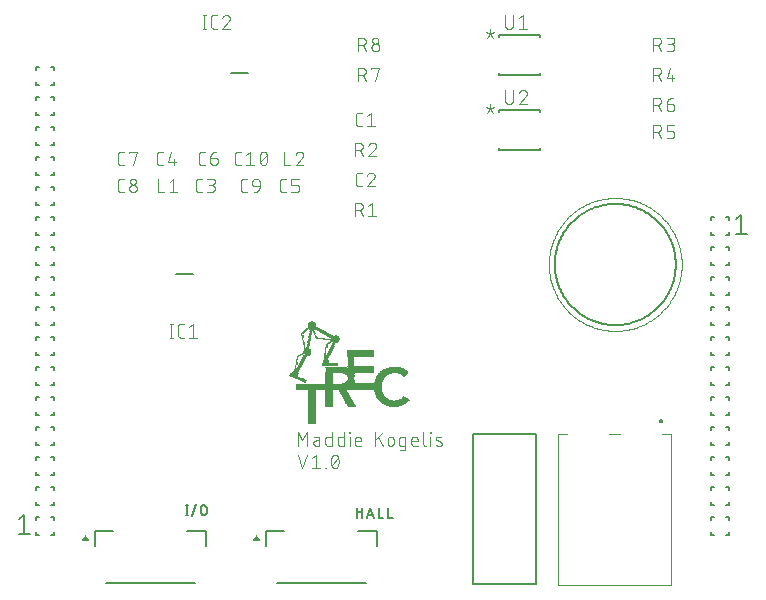
<source format=gbr>
G04 EAGLE Gerber RS-274X export*
G75*
%MOMM*%
%FSLAX34Y34*%
%LPD*%
%INSilkscreen Top*%
%IPPOS*%
%AMOC8*
5,1,8,0,0,1.08239X$1,22.5*%
G01*
%ADD10C,0.152400*%
%ADD11R,0.635000X0.042419*%
%ADD12R,0.635000X0.042162*%
%ADD13R,0.718819X0.042162*%
%ADD14R,0.805181X0.042162*%
%ADD15R,0.762000X0.042419*%
%ADD16R,1.143000X0.042419*%
%ADD17R,0.721363X0.042419*%
%ADD18R,1.397000X0.042419*%
%ADD19R,1.567181X0.042162*%
%ADD20R,0.718819X0.042419*%
%ADD21R,1.734819X0.042419*%
%ADD22R,1.905000X0.042419*%
%ADD23R,0.762000X0.042162*%
%ADD24R,2.032000X0.042162*%
%ADD25R,2.159000X0.042419*%
%ADD26R,2.242819X0.042419*%
%ADD27R,2.372362X0.042162*%
%ADD28R,2.453638X0.042419*%
%ADD29R,0.678181X0.042419*%
%ADD30R,1.226819X0.042419*%
%ADD31R,0.721363X0.042162*%
%ADD32R,1.016000X0.042162*%
%ADD33R,0.932181X0.042162*%
%ADD34R,0.889000X0.042419*%
%ADD35R,0.805181X0.042419*%
%ADD36R,0.845819X0.042419*%
%ADD37R,0.845819X0.042162*%
%ADD38R,0.508000X0.042162*%
%ADD39R,0.381000X0.042419*%
%ADD40R,0.297181X0.042419*%
%ADD41R,0.678181X0.042162*%
%ADD42R,0.170181X0.042162*%
%ADD43R,0.083819X0.042419*%
%ADD44R,0.675638X0.042419*%
%ADD45R,0.675638X0.042162*%
%ADD46R,3.134362X0.042162*%
%ADD47R,3.683000X0.042162*%
%ADD48R,7.239000X0.042419*%
%ADD49R,7.239000X0.042162*%
%ADD50R,3.385819X0.042162*%
%ADD51R,0.972819X0.042419*%
%ADD52R,0.551181X0.042419*%
%ADD53R,0.548638X0.042419*%
%ADD54R,0.591819X0.042419*%
%ADD55R,0.591819X0.042162*%
%ADD56R,0.594363X0.042419*%
%ADD57R,0.548638X0.042162*%
%ADD58R,0.040638X0.042419*%
%ADD59R,0.802638X0.042162*%
%ADD60R,0.127000X0.042162*%
%ADD61R,0.213363X0.042419*%
%ADD62R,0.294637X0.042419*%
%ADD63R,0.467363X0.042162*%
%ADD64R,0.929638X0.042419*%
%ADD65R,0.802638X0.042419*%
%ADD66R,0.975363X0.042419*%
%ADD67R,0.043181X0.042162*%
%ADD68R,0.551181X0.042162*%
%ADD69R,0.972819X0.042162*%
%ADD70R,1.099819X0.042162*%
%ADD71R,0.929638X0.042162*%
%ADD72R,0.464819X0.042419*%
%ADD73R,1.099819X0.042419*%
%ADD74R,4.064000X0.042419*%
%ADD75R,2.413000X0.042419*%
%ADD76R,0.424181X0.042162*%
%ADD77R,4.064000X0.042162*%
%ADD78R,2.329181X0.042162*%
%ADD79R,0.340363X0.042419*%
%ADD80R,2.202181X0.042419*%
%ADD81R,2.075181X0.042419*%
%ADD82R,0.086363X0.042162*%
%ADD83R,0.254000X0.042162*%
%ADD84R,1.948181X0.042162*%
%ADD85R,0.043181X0.042419*%
%ADD86R,1.821181X0.042419*%
%ADD87R,0.254000X0.042419*%
%ADD88R,1.651000X0.042419*%
%ADD89R,0.083819X0.042162*%
%ADD90R,0.297181X0.042162*%
%ADD91R,1.440181X0.042162*%
%ADD92R,1.186181X0.042419*%
%ADD93R,1.818638X0.042419*%
%ADD94R,0.932181X0.042419*%
%ADD95R,1.607819X0.042162*%
%ADD96R,2.202181X0.042162*%
%ADD97R,0.337819X0.042162*%
%ADD98R,1.437638X0.042419*%
%ADD99R,0.086363X0.042419*%
%ADD100R,1.437638X0.042162*%
%ADD101R,0.467363X0.042419*%
%ADD102R,0.424181X0.042419*%
%ADD103R,0.040638X0.042162*%
%ADD104R,0.294637X0.042162*%
%ADD105R,0.337819X0.042419*%
%ADD106R,0.381000X0.042162*%
%ADD107R,0.127000X0.042419*%
%ADD108R,2.286000X0.042419*%
%ADD109R,0.170181X0.042419*%
%ADD110R,2.286000X0.042162*%
%ADD111R,0.167637X0.042419*%
%ADD112R,0.421637X0.042419*%
%ADD113R,0.508000X0.042419*%
%ADD114R,0.464819X0.042162*%
%ADD115R,0.210819X0.042419*%
%ADD116R,0.210819X0.042162*%
%ADD117R,0.167637X0.042162*%
%ADD118R,0.213363X0.042162*%
%ADD119C,0.101600*%
%ADD120C,0.076200*%
%ADD121C,0.203200*%
%ADD122C,0.177800*%
%ADD123C,0.100000*%
%ADD124C,0.200000*%
%ADD125C,0.200000*%
%ADD126C,0.050000*%

G36*
X69637Y47931D02*
X69637Y47931D01*
X69663Y47928D01*
X69746Y47950D01*
X69831Y47965D01*
X69854Y47979D01*
X69880Y47986D01*
X69950Y48036D01*
X70024Y48080D01*
X70041Y48100D01*
X70063Y48116D01*
X70111Y48187D01*
X70165Y48254D01*
X70174Y48279D01*
X70189Y48301D01*
X70210Y48385D01*
X70237Y48466D01*
X70237Y48493D01*
X70243Y48519D01*
X70233Y48605D01*
X70231Y48691D01*
X70221Y48715D01*
X70218Y48742D01*
X70161Y48862D01*
X70146Y48898D01*
X70141Y48904D01*
X70138Y48912D01*
X67598Y52722D01*
X67544Y52778D01*
X67496Y52840D01*
X67471Y52856D01*
X67458Y52870D01*
X67453Y52872D01*
X67442Y52884D01*
X67372Y52917D01*
X67306Y52959D01*
X67272Y52966D01*
X67240Y52981D01*
X67163Y52988D01*
X67086Y53004D01*
X67051Y52999D01*
X67017Y53002D01*
X66941Y52982D01*
X66864Y52970D01*
X66847Y52960D01*
X66846Y52960D01*
X66841Y52957D01*
X66834Y52953D01*
X66800Y52944D01*
X66736Y52899D01*
X66668Y52861D01*
X66657Y52848D01*
X66653Y52846D01*
X66641Y52831D01*
X66617Y52814D01*
X66591Y52775D01*
X66542Y52722D01*
X64002Y48912D01*
X63992Y48887D01*
X63975Y48866D01*
X63947Y48785D01*
X63913Y48706D01*
X63911Y48679D01*
X63903Y48654D01*
X63905Y48568D01*
X63901Y48482D01*
X63909Y48456D01*
X63909Y48429D01*
X63942Y48350D01*
X63967Y48268D01*
X63984Y48246D01*
X63994Y48222D01*
X64052Y48158D01*
X64104Y48090D01*
X64127Y48076D01*
X64145Y48056D01*
X64222Y48017D01*
X64294Y47971D01*
X64321Y47966D01*
X64345Y47953D01*
X64475Y47934D01*
X64514Y47926D01*
X64521Y47927D01*
X64530Y47926D01*
X69610Y47926D01*
X69637Y47931D01*
G37*
G36*
X214417Y47931D02*
X214417Y47931D01*
X214443Y47928D01*
X214526Y47950D01*
X214611Y47965D01*
X214634Y47979D01*
X214660Y47986D01*
X214730Y48036D01*
X214804Y48080D01*
X214821Y48100D01*
X214843Y48116D01*
X214891Y48187D01*
X214945Y48254D01*
X214954Y48279D01*
X214969Y48301D01*
X214990Y48385D01*
X215017Y48466D01*
X215017Y48493D01*
X215023Y48519D01*
X215013Y48605D01*
X215011Y48691D01*
X215001Y48715D01*
X214998Y48742D01*
X214941Y48862D01*
X214926Y48898D01*
X214921Y48904D01*
X214918Y48912D01*
X212378Y52722D01*
X212324Y52778D01*
X212276Y52840D01*
X212251Y52856D01*
X212238Y52870D01*
X212233Y52872D01*
X212222Y52884D01*
X212152Y52917D01*
X212086Y52959D01*
X212052Y52966D01*
X212020Y52981D01*
X211943Y52988D01*
X211866Y53004D01*
X211831Y52999D01*
X211797Y53002D01*
X211721Y52982D01*
X211644Y52970D01*
X211627Y52960D01*
X211626Y52960D01*
X211621Y52957D01*
X211614Y52953D01*
X211580Y52944D01*
X211516Y52899D01*
X211448Y52861D01*
X211437Y52848D01*
X211433Y52846D01*
X211421Y52831D01*
X211397Y52814D01*
X211371Y52775D01*
X211322Y52722D01*
X208782Y48912D01*
X208772Y48887D01*
X208755Y48866D01*
X208727Y48785D01*
X208693Y48706D01*
X208691Y48679D01*
X208683Y48654D01*
X208685Y48568D01*
X208681Y48482D01*
X208689Y48456D01*
X208689Y48429D01*
X208722Y48350D01*
X208747Y48268D01*
X208764Y48246D01*
X208774Y48222D01*
X208832Y48158D01*
X208884Y48090D01*
X208907Y48076D01*
X208925Y48056D01*
X209002Y48017D01*
X209074Y47971D01*
X209101Y47966D01*
X209125Y47953D01*
X209255Y47934D01*
X209294Y47926D01*
X209301Y47927D01*
X209310Y47926D01*
X214390Y47926D01*
X214417Y47931D01*
G37*
D10*
X10922Y66746D02*
X15438Y70358D01*
X15438Y54102D01*
X19953Y54102D02*
X10922Y54102D01*
X617982Y320746D02*
X622498Y324358D01*
X622498Y308102D01*
X627013Y308102D02*
X617982Y308102D01*
D11*
X258690Y147319D03*
D12*
X258690Y147742D03*
D11*
X258690Y148165D03*
X258690Y148589D03*
D12*
X258690Y149012D03*
D11*
X258690Y149435D03*
X258690Y149859D03*
D12*
X258690Y150282D03*
D11*
X258690Y150705D03*
X258690Y151129D03*
D12*
X258690Y151552D03*
D11*
X258690Y151975D03*
X258690Y152399D03*
D12*
X258690Y152822D03*
D11*
X258690Y153245D03*
X258690Y153669D03*
D12*
X258690Y154092D03*
D11*
X258690Y154515D03*
X258690Y154939D03*
D12*
X258690Y155362D03*
D11*
X258690Y155785D03*
X258690Y156209D03*
D12*
X258690Y156632D03*
D11*
X258690Y157055D03*
X258690Y157479D03*
D12*
X258690Y157902D03*
D11*
X258690Y158325D03*
X258690Y158749D03*
D12*
X258690Y159172D03*
D11*
X258690Y159595D03*
X258690Y160019D03*
D12*
X258690Y160442D03*
D11*
X258690Y160865D03*
X258690Y161289D03*
D12*
X258690Y161712D03*
X273523Y161712D03*
D13*
X292561Y161712D03*
D14*
X328552Y161712D03*
D11*
X258690Y162135D03*
X273523Y162135D03*
D15*
X292345Y162135D03*
D16*
X328540Y162135D03*
D11*
X258690Y162559D03*
X273523Y162559D03*
D17*
X292141Y162559D03*
D18*
X328540Y162559D03*
D12*
X258690Y162982D03*
X273523Y162982D03*
D13*
X291722Y162982D03*
D19*
X328552Y162982D03*
D11*
X258690Y163405D03*
X273523Y163405D03*
D20*
X291722Y163405D03*
D21*
X328552Y163405D03*
D11*
X258690Y163829D03*
X273523Y163829D03*
D20*
X291291Y163829D03*
D22*
X328540Y163829D03*
D12*
X258690Y164252D03*
X273523Y164252D03*
D23*
X291075Y164252D03*
D24*
X328336Y164252D03*
D11*
X258690Y164675D03*
X273523Y164675D03*
D17*
X290871Y164675D03*
D25*
X328540Y164675D03*
D11*
X258690Y165099D03*
X273523Y165099D03*
D20*
X290452Y165099D03*
D26*
X328552Y165099D03*
D12*
X258690Y165522D03*
X273523Y165522D03*
D13*
X290452Y165522D03*
D27*
X328336Y165522D03*
D11*
X258690Y165945D03*
X273523Y165945D03*
D20*
X290021Y165945D03*
D28*
X328336Y165945D03*
D11*
X258690Y166369D03*
X273523Y166369D03*
D29*
X289817Y166369D03*
D30*
X321771Y166369D03*
D16*
X335321Y166369D03*
D12*
X258690Y166792D03*
X273523Y166792D03*
D31*
X289601Y166792D03*
D32*
X320285Y166792D03*
D33*
X336376Y166792D03*
D11*
X258690Y167215D03*
X273523Y167215D03*
D29*
X289386Y167215D03*
D34*
X319650Y167215D03*
D35*
X337011Y167215D03*
D11*
X258690Y167639D03*
X273523Y167639D03*
D20*
X289182Y167639D03*
D36*
X319027Y167639D03*
D11*
X337023Y167639D03*
D12*
X258690Y168062D03*
X273523Y168062D03*
D13*
X288751Y168062D03*
D37*
X318596Y168062D03*
D38*
X337226Y168062D03*
D11*
X258690Y168485D03*
X273523Y168485D03*
D29*
X288547Y168485D03*
D35*
X317961Y168485D03*
D39*
X337023Y168485D03*
D11*
X258690Y168909D03*
X273523Y168909D03*
D17*
X288331Y168909D03*
D15*
X317745Y168909D03*
D40*
X337011Y168909D03*
D12*
X258690Y169332D03*
X273523Y169332D03*
D41*
X288116Y169332D03*
D23*
X317338Y169332D03*
D42*
X336807Y169332D03*
D11*
X258690Y169755D03*
X273523Y169755D03*
D20*
X287912Y169755D03*
X317122Y169755D03*
D43*
X336807Y169755D03*
D11*
X258690Y170179D03*
X273523Y170179D03*
D44*
X287696Y170179D03*
D20*
X316691Y170179D03*
D12*
X258690Y170602D03*
X273523Y170602D03*
D41*
X287277Y170602D03*
X316487Y170602D03*
D11*
X258690Y171025D03*
X273523Y171025D03*
D29*
X287277Y171025D03*
D17*
X316271Y171025D03*
D11*
X258690Y171449D03*
X273523Y171449D03*
D29*
X286846Y171449D03*
X316056Y171449D03*
D12*
X258690Y171872D03*
X273523Y171872D03*
D45*
X286426Y171872D03*
X315636Y171872D03*
D11*
X258690Y172295D03*
X273523Y172295D03*
D44*
X286426Y172295D03*
X315636Y172295D03*
D11*
X258690Y172719D03*
X273523Y172719D03*
D29*
X286007Y172719D03*
D11*
X315433Y172719D03*
D12*
X258690Y173142D03*
X273523Y173142D03*
D41*
X286007Y173142D03*
X315217Y173142D03*
D11*
X258690Y173565D03*
X273523Y173565D03*
D29*
X285576Y173565D03*
X315217Y173565D03*
D11*
X258690Y173989D03*
X273523Y173989D03*
X285360Y173989D03*
X315001Y173989D03*
D12*
X258690Y174412D03*
X273523Y174412D03*
D45*
X285156Y174412D03*
D12*
X315001Y174412D03*
D11*
X258690Y174835D03*
X273523Y174835D03*
D29*
X284737Y174835D03*
D11*
X315001Y174835D03*
X258690Y175259D03*
X273523Y175259D03*
D29*
X284737Y175259D03*
D11*
X314570Y175259D03*
D46*
X261026Y175682D03*
D47*
X299330Y175682D03*
D48*
X281550Y176105D03*
X281550Y176529D03*
D49*
X281550Y176952D03*
D48*
X281550Y177375D03*
X281550Y177799D03*
D49*
X281550Y178222D03*
D48*
X281550Y178645D03*
X281550Y179069D03*
D49*
X281550Y179492D03*
D48*
X281550Y179915D03*
X281550Y180339D03*
D12*
X273523Y180762D03*
D50*
X300816Y180762D03*
D11*
X273523Y181185D03*
D51*
X290452Y181185D03*
D29*
X314786Y181185D03*
D43*
X252987Y181609D03*
D11*
X273523Y181609D03*
D36*
X290656Y181609D03*
D11*
X315001Y181609D03*
D42*
X252556Y182032D03*
D12*
X273523Y182032D03*
D23*
X291075Y182032D03*
D12*
X315001Y182032D03*
D40*
X252352Y182455D03*
D11*
X273523Y182455D03*
D20*
X291291Y182455D03*
D29*
X315217Y182455D03*
D39*
X251933Y182879D03*
D11*
X273523Y182879D03*
D44*
X291506Y182879D03*
D29*
X315217Y182879D03*
D38*
X251705Y183302D03*
D12*
X273523Y183302D03*
X291710Y183302D03*
X315433Y183302D03*
D52*
X251082Y183725D03*
D11*
X273523Y183725D03*
X291710Y183725D03*
D44*
X315636Y183725D03*
D53*
X250231Y184149D03*
D11*
X273523Y184149D03*
D54*
X291926Y184149D03*
D44*
X315636Y184149D03*
D55*
X249177Y184572D03*
D12*
X273523Y184572D03*
D55*
X291926Y184572D03*
D41*
X316056Y184572D03*
D56*
X248326Y184995D03*
D11*
X273523Y184995D03*
D54*
X291926Y184995D03*
D29*
X316056Y184995D03*
D52*
X247272Y185419D03*
D11*
X273523Y185419D03*
D54*
X291926Y185419D03*
D17*
X316271Y185419D03*
D57*
X246421Y185842D03*
D12*
X273523Y185842D03*
D55*
X291926Y185842D03*
D13*
X316691Y185842D03*
D52*
X245571Y186265D03*
D11*
X273523Y186265D03*
D54*
X291926Y186265D03*
D15*
X316906Y186265D03*
D52*
X244732Y186689D03*
D11*
X273523Y186689D03*
D54*
X291926Y186689D03*
D15*
X317338Y186689D03*
D58*
X336591Y186689D03*
D12*
X243881Y187112D03*
X273523Y187112D03*
X291710Y187112D03*
D59*
X317541Y187112D03*
D60*
X336591Y187112D03*
D20*
X243462Y187535D03*
D11*
X273523Y187535D03*
X291710Y187535D03*
D35*
X317961Y187535D03*
D61*
X336591Y187535D03*
D15*
X243678Y187959D03*
D11*
X273523Y187959D03*
D44*
X291506Y187959D03*
D35*
X318392Y187959D03*
D62*
X336591Y187959D03*
D31*
X243881Y188382D03*
D12*
X273523Y188382D03*
D13*
X291291Y188382D03*
D37*
X319027Y188382D03*
D63*
X336591Y188382D03*
D17*
X243881Y188805D03*
D11*
X273523Y188805D03*
D15*
X291075Y188805D03*
D64*
X319446Y188805D03*
D53*
X336591Y188805D03*
D29*
X244097Y189229D03*
D11*
X273523Y189229D03*
D65*
X290871Y189229D03*
D66*
X320081Y189229D03*
D20*
X336172Y189229D03*
D67*
X240922Y189652D03*
D68*
X244732Y189652D03*
D12*
X273523Y189652D03*
D69*
X290452Y189652D03*
D70*
X321136Y189652D03*
D71*
X335956Y189652D03*
D72*
X244732Y190075D03*
D11*
X273523Y190075D03*
D73*
X289386Y190075D03*
D28*
X328336Y190075D03*
D72*
X244732Y190499D03*
D74*
X290668Y190499D03*
D75*
X328540Y190499D03*
D76*
X245367Y190922D03*
D77*
X290668Y190922D03*
D78*
X328552Y190922D03*
D79*
X245786Y191345D03*
D74*
X290668Y191345D03*
D80*
X328756Y191345D03*
D39*
X245990Y191769D03*
D74*
X290668Y191769D03*
D81*
X328552Y191769D03*
D82*
X244516Y192192D03*
D83*
X246625Y192192D03*
D77*
X290668Y192192D03*
D84*
X328756Y192192D03*
D85*
X244732Y192615D03*
D40*
X246841Y192615D03*
D74*
X290668Y192615D03*
D86*
X328552Y192615D03*
D43*
X244936Y193039D03*
D87*
X247056Y193039D03*
D74*
X290668Y193039D03*
D88*
X328540Y193039D03*
D89*
X244936Y193462D03*
D90*
X247272Y193462D03*
D77*
X290668Y193462D03*
D91*
X328756Y193462D03*
D43*
X244936Y193885D03*
D87*
X247488Y193885D03*
D74*
X290668Y193885D03*
D92*
X328756Y193885D03*
D43*
X244936Y194309D03*
D87*
X247895Y194309D03*
D93*
X279441Y194309D03*
D80*
X299977Y194309D03*
D94*
X328756Y194309D03*
D89*
X245367Y194732D03*
D90*
X248111Y194732D03*
D95*
X278387Y194732D03*
D96*
X299977Y194732D03*
D97*
X329187Y194732D03*
D43*
X245367Y195155D03*
D87*
X248326Y195155D03*
D80*
X299977Y195155D03*
D43*
X245367Y195579D03*
D40*
X248542Y195579D03*
D11*
X292141Y195579D03*
D89*
X245367Y196002D03*
D83*
X248758Y196002D03*
D55*
X291926Y196002D03*
D43*
X245367Y196425D03*
D62*
X248961Y196425D03*
D98*
X273726Y196425D03*
D54*
X291926Y196425D03*
D99*
X245786Y196849D03*
D87*
X249165Y196849D03*
D98*
X273726Y196849D03*
D54*
X291926Y196849D03*
D82*
X245786Y197272D03*
D90*
X249381Y197272D03*
D100*
X273726Y197272D03*
D55*
X291926Y197272D03*
D99*
X245786Y197695D03*
D87*
X249596Y197695D03*
D98*
X273726Y197695D03*
D54*
X291926Y197695D03*
D99*
X245786Y198119D03*
D40*
X249812Y198119D03*
D98*
X273726Y198119D03*
D54*
X291926Y198119D03*
D82*
X245786Y198542D03*
D83*
X250028Y198542D03*
D57*
X270551Y198542D03*
D55*
X291926Y198542D03*
D85*
X246002Y198965D03*
D62*
X250231Y198965D03*
D53*
X270551Y198965D03*
D54*
X291926Y198965D03*
D43*
X246206Y199389D03*
D87*
X250435Y199389D03*
D53*
X270551Y199389D03*
D54*
X291926Y199389D03*
D89*
X246206Y199812D03*
D83*
X250866Y199812D03*
D57*
X270551Y199812D03*
D55*
X291926Y199812D03*
D43*
X246206Y200235D03*
D40*
X251082Y200235D03*
D101*
X270551Y200235D03*
D54*
X291926Y200235D03*
D43*
X246206Y200659D03*
D87*
X251298Y200659D03*
D102*
X270767Y200659D03*
D54*
X291926Y200659D03*
D103*
X246421Y201082D03*
D104*
X251501Y201082D03*
X270551Y201082D03*
D55*
X291926Y201082D03*
D43*
X246637Y201505D03*
D87*
X251705Y201505D03*
D105*
X270767Y201505D03*
D54*
X291926Y201505D03*
D43*
X246637Y201929D03*
D40*
X251921Y201929D03*
D105*
X270767Y201929D03*
D54*
X291926Y201929D03*
D89*
X246637Y202352D03*
D83*
X252136Y202352D03*
D106*
X270983Y202352D03*
D55*
X291926Y202352D03*
D43*
X246637Y202775D03*
D40*
X252352Y202775D03*
D43*
X269497Y202775D03*
D87*
X271618Y202775D03*
D54*
X291926Y202775D03*
D85*
X246841Y203199D03*
D87*
X252568Y203199D03*
D43*
X269497Y203199D03*
D87*
X272025Y203199D03*
D54*
X291926Y203199D03*
D82*
X247056Y203622D03*
D104*
X252771Y203622D03*
D82*
X269916Y203622D03*
D83*
X272025Y203622D03*
D55*
X291926Y203622D03*
D107*
X247260Y204045D03*
D87*
X252975Y204045D03*
D99*
X269916Y204045D03*
D87*
X272456Y204045D03*
D108*
X300396Y204045D03*
D109*
X247907Y204469D03*
D40*
X253191Y204469D03*
D99*
X269916Y204469D03*
D87*
X272456Y204469D03*
D108*
X300396Y204469D03*
D42*
X248746Y204892D03*
D76*
X254257Y204892D03*
D82*
X269916Y204892D03*
D90*
X272672Y204892D03*
D110*
X300396Y204892D03*
D111*
X249596Y205315D03*
D112*
X254676Y205315D03*
D99*
X269916Y205315D03*
D87*
X272888Y205315D03*
D108*
X300396Y205315D03*
D109*
X250447Y205739D03*
D113*
X255108Y205739D03*
D99*
X269916Y205739D03*
D62*
X273091Y205739D03*
D108*
X300396Y205739D03*
D31*
X254041Y206162D03*
D67*
X270132Y206162D03*
D83*
X273295Y206162D03*
D110*
X300396Y206162D03*
D44*
X254676Y206585D03*
D43*
X270336Y206585D03*
D87*
X273726Y206585D03*
D108*
X300396Y206585D03*
D11*
X254880Y207009D03*
D43*
X270336Y207009D03*
D87*
X273726Y207009D03*
D108*
X300396Y207009D03*
D12*
X254880Y207432D03*
D89*
X270336Y207432D03*
D90*
X273942Y207432D03*
D110*
X300396Y207432D03*
D11*
X254880Y207855D03*
D43*
X270336Y207855D03*
D87*
X274158Y207855D03*
D108*
X300396Y207855D03*
D11*
X254880Y208279D03*
D43*
X270336Y208279D03*
D62*
X274361Y208279D03*
D108*
X300396Y208279D03*
D55*
X255096Y208702D03*
D89*
X270336Y208702D03*
D83*
X274565Y208702D03*
D110*
X300396Y208702D03*
D52*
X254892Y209125D03*
D43*
X270767Y209125D03*
D40*
X274781Y209125D03*
D108*
X300396Y209125D03*
D113*
X255108Y209549D03*
D43*
X270767Y209549D03*
D87*
X274996Y209549D03*
D114*
X254892Y209972D03*
D89*
X270767Y209972D03*
D90*
X275212Y209972D03*
D112*
X254676Y210395D03*
D43*
X270767Y210395D03*
D87*
X275428Y210395D03*
D43*
X252987Y210819D03*
D87*
X255515Y210819D03*
D43*
X270767Y210819D03*
D62*
X275631Y210819D03*
D89*
X252987Y211242D03*
D83*
X255515Y211242D03*
D89*
X270767Y211242D03*
D83*
X275835Y211242D03*
D43*
X252987Y211665D03*
D87*
X255515Y211665D03*
D99*
X271186Y211665D03*
D40*
X276051Y211665D03*
D58*
X252771Y212089D03*
D115*
X255731Y212089D03*
D99*
X271186Y212089D03*
D87*
X276266Y212089D03*
D89*
X252556Y212512D03*
D116*
X255731Y212512D03*
D82*
X271186Y212512D03*
D90*
X276482Y212512D03*
D43*
X252556Y212935D03*
D87*
X255946Y212935D03*
D99*
X271186Y212935D03*
D87*
X276698Y212935D03*
D43*
X252556Y213359D03*
D87*
X255946Y213359D03*
D99*
X271186Y213359D03*
D87*
X276698Y213359D03*
D89*
X252556Y213782D03*
D83*
X255946Y213782D03*
D82*
X271186Y213782D03*
D83*
X277105Y213782D03*
D99*
X252136Y214205D03*
D115*
X256162Y214205D03*
D43*
X271606Y214205D03*
D87*
X277105Y214205D03*
D99*
X252136Y214629D03*
D115*
X256162Y214629D03*
D109*
X272037Y214629D03*
D87*
X277536Y214629D03*
D82*
X252136Y215052D03*
D116*
X256162Y215052D03*
D42*
X272876Y215052D03*
D83*
X277536Y215052D03*
D99*
X252136Y215475D03*
D87*
X256378Y215475D03*
D115*
X273511Y215475D03*
D62*
X278171Y215475D03*
D43*
X251717Y215899D03*
D87*
X256378Y215899D03*
D109*
X274146Y215899D03*
D112*
X278806Y215899D03*
D89*
X251717Y216322D03*
D83*
X256378Y216322D03*
D117*
X274996Y216322D03*
D114*
X279022Y216322D03*
D43*
X251717Y216745D03*
D61*
X256581Y216745D03*
D29*
X278387Y216745D03*
D43*
X251717Y217169D03*
D61*
X256581Y217169D03*
D11*
X278603Y217169D03*
D89*
X251717Y217592D03*
D83*
X256785Y217592D03*
D23*
X277968Y217592D03*
D43*
X251286Y218015D03*
D87*
X256785Y218015D03*
D16*
X276470Y218015D03*
D43*
X251286Y218439D03*
D87*
X256785Y218439D03*
D53*
X270551Y218439D03*
D11*
X279010Y218439D03*
D89*
X251286Y218862D03*
D116*
X257001Y218862D03*
D68*
X267592Y218862D03*
D45*
X278806Y218862D03*
D43*
X251286Y219285D03*
D115*
X257001Y219285D03*
D72*
X265052Y219285D03*
D29*
X278387Y219285D03*
D99*
X250866Y219709D03*
D87*
X257216Y219709D03*
D109*
X263147Y219709D03*
D15*
X277968Y219709D03*
D82*
X250866Y220132D03*
D83*
X257216Y220132D03*
D60*
X262500Y220132D03*
D23*
X277536Y220132D03*
D99*
X250866Y220555D03*
D87*
X257216Y220555D03*
D99*
X262296Y220555D03*
D36*
X277117Y220555D03*
D99*
X250866Y220979D03*
D87*
X257216Y220979D03*
D99*
X262296Y220979D03*
D101*
X274361Y220979D03*
D39*
X279010Y220979D03*
D82*
X250866Y221402D03*
D116*
X257432Y221402D03*
D89*
X261877Y221402D03*
D38*
X273726Y221402D03*
D60*
X279010Y221402D03*
D43*
X250447Y221825D03*
D115*
X257432Y221825D03*
D43*
X261877Y221825D03*
D101*
X273091Y221825D03*
D43*
X250447Y222249D03*
D87*
X257648Y222249D03*
D43*
X261446Y222249D03*
D72*
X272241Y222249D03*
D89*
X250447Y222672D03*
D83*
X257648Y222672D03*
D89*
X261446Y222672D03*
D114*
X271402Y222672D03*
D107*
X250663Y223095D03*
D87*
X257648Y223095D03*
D99*
X261026Y223095D03*
D113*
X270755Y223095D03*
D107*
X251070Y223519D03*
D87*
X257648Y223519D03*
D99*
X261026Y223519D03*
D113*
X269916Y223519D03*
D60*
X251501Y223942D03*
D118*
X257851Y223942D03*
D60*
X260823Y223942D03*
D63*
X269281Y223942D03*
D107*
X251933Y224365D03*
D61*
X257851Y224365D03*
D43*
X260607Y224365D03*
D72*
X268431Y224365D03*
D107*
X252340Y224789D03*
D87*
X258055Y224789D03*
D107*
X260391Y224789D03*
D113*
X267808Y224789D03*
D60*
X252771Y225212D03*
D83*
X258055Y225212D03*
D89*
X260176Y225212D03*
D38*
X266945Y225212D03*
D107*
X253203Y225635D03*
D39*
X258690Y225635D03*
D72*
X266322Y225635D03*
D107*
X253610Y226059D03*
D40*
X258702Y226059D03*
D101*
X265471Y226059D03*
D60*
X254041Y226482D03*
D97*
X258906Y226482D03*
D38*
X264836Y226482D03*
D111*
X254676Y226905D03*
D101*
X259121Y226905D03*
X264201Y226905D03*
D107*
X254880Y227329D03*
D64*
X261026Y227329D03*
D32*
X259756Y227752D03*
D64*
X259756Y228175D03*
D35*
X259541Y228599D03*
D31*
X259121Y229022D03*
D17*
X259121Y229445D03*
X259121Y229869D03*
D31*
X259121Y230292D03*
D17*
X259121Y230715D03*
D29*
X258906Y231139D03*
D12*
X259121Y231562D03*
D54*
X258906Y231985D03*
D113*
X258918Y232409D03*
D106*
X259121Y232832D03*
D109*
X258906Y233255D03*
D119*
X246888Y140462D02*
X246888Y128778D01*
X250783Y133971D02*
X246888Y140462D01*
X250783Y133971D02*
X254677Y140462D01*
X254677Y128778D01*
X262210Y133322D02*
X265131Y133322D01*
X262210Y133322D02*
X262116Y133320D01*
X262022Y133314D01*
X261929Y133305D01*
X261836Y133291D01*
X261744Y133274D01*
X261652Y133252D01*
X261562Y133228D01*
X261472Y133199D01*
X261384Y133167D01*
X261297Y133131D01*
X261212Y133091D01*
X261129Y133048D01*
X261047Y133002D01*
X260967Y132952D01*
X260890Y132899D01*
X260815Y132843D01*
X260742Y132784D01*
X260671Y132722D01*
X260603Y132657D01*
X260538Y132589D01*
X260476Y132518D01*
X260417Y132445D01*
X260361Y132370D01*
X260308Y132293D01*
X260258Y132213D01*
X260212Y132131D01*
X260169Y132048D01*
X260129Y131963D01*
X260093Y131876D01*
X260061Y131788D01*
X260032Y131698D01*
X260008Y131608D01*
X259986Y131516D01*
X259969Y131424D01*
X259955Y131331D01*
X259946Y131238D01*
X259940Y131144D01*
X259938Y131050D01*
X259940Y130956D01*
X259946Y130862D01*
X259955Y130769D01*
X259969Y130676D01*
X259986Y130584D01*
X260008Y130492D01*
X260032Y130402D01*
X260061Y130312D01*
X260093Y130224D01*
X260129Y130137D01*
X260169Y130052D01*
X260212Y129969D01*
X260258Y129887D01*
X260308Y129807D01*
X260361Y129730D01*
X260417Y129655D01*
X260476Y129582D01*
X260538Y129511D01*
X260603Y129443D01*
X260671Y129378D01*
X260742Y129316D01*
X260815Y129257D01*
X260890Y129201D01*
X260967Y129148D01*
X261047Y129098D01*
X261129Y129052D01*
X261212Y129009D01*
X261297Y128969D01*
X261384Y128933D01*
X261472Y128901D01*
X261562Y128872D01*
X261652Y128848D01*
X261744Y128826D01*
X261836Y128809D01*
X261929Y128795D01*
X262022Y128786D01*
X262116Y128780D01*
X262210Y128778D01*
X265131Y128778D01*
X265131Y134620D01*
X265129Y134707D01*
X265123Y134795D01*
X265113Y134881D01*
X265100Y134968D01*
X265082Y135053D01*
X265061Y135138D01*
X265036Y135222D01*
X265007Y135304D01*
X264974Y135385D01*
X264938Y135465D01*
X264899Y135543D01*
X264855Y135619D01*
X264809Y135693D01*
X264759Y135764D01*
X264706Y135834D01*
X264650Y135901D01*
X264591Y135965D01*
X264529Y136027D01*
X264465Y136086D01*
X264398Y136142D01*
X264328Y136195D01*
X264257Y136245D01*
X264183Y136291D01*
X264107Y136335D01*
X264029Y136374D01*
X263949Y136410D01*
X263868Y136443D01*
X263786Y136472D01*
X263702Y136497D01*
X263617Y136518D01*
X263532Y136536D01*
X263445Y136549D01*
X263359Y136559D01*
X263271Y136565D01*
X263184Y136567D01*
X260587Y136567D01*
X275418Y140462D02*
X275418Y128778D01*
X272173Y128778D01*
X272086Y128780D01*
X271998Y128786D01*
X271912Y128796D01*
X271825Y128809D01*
X271740Y128827D01*
X271655Y128848D01*
X271571Y128873D01*
X271489Y128902D01*
X271408Y128935D01*
X271328Y128971D01*
X271250Y129010D01*
X271174Y129054D01*
X271100Y129100D01*
X271029Y129150D01*
X270959Y129203D01*
X270892Y129259D01*
X270828Y129318D01*
X270766Y129380D01*
X270707Y129444D01*
X270651Y129511D01*
X270598Y129581D01*
X270548Y129652D01*
X270502Y129726D01*
X270458Y129802D01*
X270419Y129880D01*
X270383Y129960D01*
X270350Y130041D01*
X270321Y130123D01*
X270296Y130207D01*
X270275Y130292D01*
X270257Y130377D01*
X270244Y130464D01*
X270234Y130550D01*
X270228Y130638D01*
X270226Y130725D01*
X270225Y130725D02*
X270225Y134620D01*
X270226Y134620D02*
X270228Y134707D01*
X270234Y134795D01*
X270244Y134881D01*
X270257Y134968D01*
X270275Y135053D01*
X270296Y135138D01*
X270321Y135222D01*
X270350Y135304D01*
X270383Y135385D01*
X270419Y135465D01*
X270458Y135543D01*
X270502Y135619D01*
X270548Y135693D01*
X270598Y135764D01*
X270651Y135834D01*
X270707Y135901D01*
X270766Y135965D01*
X270828Y136027D01*
X270892Y136086D01*
X270959Y136142D01*
X271029Y136195D01*
X271100Y136245D01*
X271174Y136291D01*
X271250Y136335D01*
X271328Y136374D01*
X271408Y136410D01*
X271489Y136443D01*
X271571Y136472D01*
X271655Y136497D01*
X271740Y136518D01*
X271825Y136536D01*
X271912Y136549D01*
X271998Y136559D01*
X272086Y136565D01*
X272173Y136567D01*
X275418Y136567D01*
X285705Y140462D02*
X285705Y128778D01*
X282460Y128778D01*
X282373Y128780D01*
X282285Y128786D01*
X282199Y128796D01*
X282112Y128809D01*
X282027Y128827D01*
X281942Y128848D01*
X281858Y128873D01*
X281776Y128902D01*
X281695Y128935D01*
X281615Y128971D01*
X281537Y129010D01*
X281461Y129054D01*
X281387Y129100D01*
X281316Y129150D01*
X281246Y129203D01*
X281179Y129259D01*
X281115Y129318D01*
X281053Y129380D01*
X280994Y129444D01*
X280938Y129511D01*
X280885Y129581D01*
X280835Y129652D01*
X280789Y129726D01*
X280745Y129802D01*
X280706Y129880D01*
X280670Y129960D01*
X280637Y130041D01*
X280608Y130123D01*
X280583Y130207D01*
X280562Y130292D01*
X280544Y130377D01*
X280531Y130464D01*
X280521Y130550D01*
X280515Y130638D01*
X280513Y130725D01*
X280512Y130725D02*
X280512Y134620D01*
X280513Y134620D02*
X280515Y134707D01*
X280521Y134795D01*
X280531Y134881D01*
X280544Y134968D01*
X280562Y135053D01*
X280583Y135138D01*
X280608Y135222D01*
X280637Y135304D01*
X280670Y135385D01*
X280706Y135465D01*
X280745Y135543D01*
X280789Y135619D01*
X280835Y135693D01*
X280885Y135764D01*
X280938Y135834D01*
X280994Y135901D01*
X281053Y135965D01*
X281115Y136027D01*
X281179Y136086D01*
X281246Y136142D01*
X281316Y136195D01*
X281387Y136245D01*
X281461Y136291D01*
X281537Y136335D01*
X281615Y136374D01*
X281695Y136410D01*
X281776Y136443D01*
X281858Y136472D01*
X281942Y136497D01*
X282027Y136518D01*
X282112Y136536D01*
X282199Y136549D01*
X282285Y136559D01*
X282373Y136565D01*
X282460Y136567D01*
X285705Y136567D01*
X290788Y136567D02*
X290788Y128778D01*
X290463Y139813D02*
X290463Y140462D01*
X291112Y140462D01*
X291112Y139813D01*
X290463Y139813D01*
X297377Y128778D02*
X300623Y128778D01*
X297377Y128778D02*
X297290Y128780D01*
X297202Y128786D01*
X297116Y128796D01*
X297029Y128809D01*
X296944Y128827D01*
X296859Y128848D01*
X296775Y128873D01*
X296693Y128902D01*
X296612Y128935D01*
X296532Y128971D01*
X296454Y129010D01*
X296378Y129054D01*
X296304Y129100D01*
X296233Y129150D01*
X296163Y129203D01*
X296096Y129259D01*
X296032Y129318D01*
X295970Y129380D01*
X295911Y129444D01*
X295855Y129511D01*
X295802Y129581D01*
X295752Y129652D01*
X295706Y129726D01*
X295662Y129802D01*
X295623Y129880D01*
X295587Y129960D01*
X295554Y130041D01*
X295525Y130123D01*
X295500Y130207D01*
X295479Y130292D01*
X295461Y130377D01*
X295448Y130464D01*
X295438Y130550D01*
X295432Y130638D01*
X295430Y130725D01*
X295430Y133971D01*
X295431Y133971D02*
X295433Y134072D01*
X295439Y134172D01*
X295449Y134272D01*
X295462Y134372D01*
X295480Y134471D01*
X295501Y134570D01*
X295526Y134667D01*
X295555Y134764D01*
X295588Y134859D01*
X295624Y134953D01*
X295664Y135045D01*
X295707Y135136D01*
X295754Y135225D01*
X295804Y135312D01*
X295858Y135398D01*
X295915Y135481D01*
X295975Y135561D01*
X296038Y135640D01*
X296105Y135716D01*
X296174Y135789D01*
X296246Y135859D01*
X296320Y135927D01*
X296397Y135992D01*
X296477Y136053D01*
X296559Y136112D01*
X296643Y136167D01*
X296729Y136219D01*
X296817Y136268D01*
X296907Y136313D01*
X296999Y136355D01*
X297092Y136393D01*
X297187Y136427D01*
X297282Y136458D01*
X297379Y136485D01*
X297477Y136508D01*
X297576Y136528D01*
X297676Y136543D01*
X297776Y136555D01*
X297876Y136563D01*
X297977Y136567D01*
X298077Y136567D01*
X298178Y136563D01*
X298278Y136555D01*
X298378Y136543D01*
X298478Y136528D01*
X298577Y136508D01*
X298675Y136485D01*
X298772Y136458D01*
X298867Y136427D01*
X298962Y136393D01*
X299055Y136355D01*
X299147Y136313D01*
X299237Y136268D01*
X299325Y136219D01*
X299411Y136167D01*
X299495Y136112D01*
X299577Y136053D01*
X299657Y135992D01*
X299734Y135927D01*
X299808Y135859D01*
X299880Y135789D01*
X299949Y135716D01*
X300016Y135640D01*
X300079Y135561D01*
X300139Y135481D01*
X300196Y135398D01*
X300250Y135312D01*
X300300Y135225D01*
X300347Y135136D01*
X300390Y135045D01*
X300430Y134953D01*
X300466Y134859D01*
X300499Y134764D01*
X300528Y134667D01*
X300553Y134570D01*
X300574Y134471D01*
X300592Y134372D01*
X300605Y134272D01*
X300615Y134172D01*
X300621Y134072D01*
X300623Y133971D01*
X300623Y132673D01*
X295430Y132673D01*
X312095Y128778D02*
X312095Y140462D01*
X318586Y140462D02*
X312095Y133322D01*
X314692Y135918D02*
X318586Y128778D01*
X322862Y131374D02*
X322862Y133971D01*
X322863Y133971D02*
X322865Y134072D01*
X322871Y134172D01*
X322881Y134272D01*
X322894Y134372D01*
X322912Y134471D01*
X322933Y134570D01*
X322958Y134667D01*
X322987Y134764D01*
X323020Y134859D01*
X323056Y134953D01*
X323096Y135045D01*
X323139Y135136D01*
X323186Y135225D01*
X323236Y135312D01*
X323290Y135398D01*
X323347Y135481D01*
X323407Y135561D01*
X323470Y135640D01*
X323537Y135716D01*
X323606Y135789D01*
X323678Y135859D01*
X323752Y135927D01*
X323829Y135992D01*
X323909Y136053D01*
X323991Y136112D01*
X324075Y136167D01*
X324161Y136219D01*
X324249Y136268D01*
X324339Y136313D01*
X324431Y136355D01*
X324524Y136393D01*
X324619Y136427D01*
X324714Y136458D01*
X324811Y136485D01*
X324909Y136508D01*
X325008Y136528D01*
X325108Y136543D01*
X325208Y136555D01*
X325308Y136563D01*
X325409Y136567D01*
X325509Y136567D01*
X325610Y136563D01*
X325710Y136555D01*
X325810Y136543D01*
X325910Y136528D01*
X326009Y136508D01*
X326107Y136485D01*
X326204Y136458D01*
X326299Y136427D01*
X326394Y136393D01*
X326487Y136355D01*
X326579Y136313D01*
X326669Y136268D01*
X326757Y136219D01*
X326843Y136167D01*
X326927Y136112D01*
X327009Y136053D01*
X327089Y135992D01*
X327166Y135927D01*
X327240Y135859D01*
X327312Y135789D01*
X327381Y135716D01*
X327448Y135640D01*
X327511Y135561D01*
X327571Y135481D01*
X327628Y135398D01*
X327682Y135312D01*
X327732Y135225D01*
X327779Y135136D01*
X327822Y135045D01*
X327862Y134953D01*
X327898Y134859D01*
X327931Y134764D01*
X327960Y134667D01*
X327985Y134570D01*
X328006Y134471D01*
X328024Y134372D01*
X328037Y134272D01*
X328047Y134172D01*
X328053Y134072D01*
X328055Y133971D01*
X328055Y131374D01*
X328053Y131273D01*
X328047Y131173D01*
X328037Y131073D01*
X328024Y130973D01*
X328006Y130874D01*
X327985Y130775D01*
X327960Y130678D01*
X327931Y130581D01*
X327898Y130486D01*
X327862Y130392D01*
X327822Y130300D01*
X327779Y130209D01*
X327732Y130120D01*
X327682Y130033D01*
X327628Y129947D01*
X327571Y129864D01*
X327511Y129784D01*
X327448Y129705D01*
X327381Y129629D01*
X327312Y129556D01*
X327240Y129486D01*
X327166Y129418D01*
X327089Y129353D01*
X327009Y129292D01*
X326927Y129233D01*
X326843Y129178D01*
X326757Y129126D01*
X326669Y129077D01*
X326579Y129032D01*
X326487Y128990D01*
X326394Y128952D01*
X326299Y128918D01*
X326204Y128887D01*
X326107Y128860D01*
X326009Y128837D01*
X325910Y128817D01*
X325810Y128802D01*
X325710Y128790D01*
X325610Y128782D01*
X325509Y128778D01*
X325409Y128778D01*
X325308Y128782D01*
X325208Y128790D01*
X325108Y128802D01*
X325008Y128817D01*
X324909Y128837D01*
X324811Y128860D01*
X324714Y128887D01*
X324619Y128918D01*
X324524Y128952D01*
X324431Y128990D01*
X324339Y129032D01*
X324249Y129077D01*
X324161Y129126D01*
X324075Y129178D01*
X323991Y129233D01*
X323909Y129292D01*
X323829Y129353D01*
X323752Y129418D01*
X323678Y129486D01*
X323606Y129556D01*
X323537Y129629D01*
X323470Y129705D01*
X323407Y129784D01*
X323347Y129864D01*
X323290Y129947D01*
X323236Y130033D01*
X323186Y130120D01*
X323139Y130209D01*
X323096Y130300D01*
X323056Y130392D01*
X323020Y130486D01*
X322987Y130581D01*
X322958Y130678D01*
X322933Y130775D01*
X322912Y130874D01*
X322894Y130973D01*
X322881Y131073D01*
X322871Y131173D01*
X322865Y131273D01*
X322863Y131374D01*
X334656Y128778D02*
X337902Y128778D01*
X334656Y128778D02*
X334569Y128780D01*
X334481Y128786D01*
X334395Y128796D01*
X334308Y128809D01*
X334223Y128827D01*
X334138Y128848D01*
X334054Y128873D01*
X333972Y128902D01*
X333891Y128935D01*
X333811Y128971D01*
X333733Y129010D01*
X333657Y129054D01*
X333583Y129100D01*
X333512Y129150D01*
X333442Y129203D01*
X333375Y129259D01*
X333311Y129318D01*
X333249Y129380D01*
X333190Y129444D01*
X333134Y129511D01*
X333081Y129581D01*
X333031Y129652D01*
X332985Y129726D01*
X332941Y129802D01*
X332902Y129880D01*
X332866Y129960D01*
X332833Y130041D01*
X332804Y130123D01*
X332779Y130207D01*
X332758Y130292D01*
X332740Y130377D01*
X332727Y130464D01*
X332717Y130550D01*
X332711Y130638D01*
X332709Y130725D01*
X332709Y134620D01*
X332711Y134707D01*
X332717Y134795D01*
X332727Y134881D01*
X332740Y134968D01*
X332758Y135053D01*
X332779Y135138D01*
X332804Y135222D01*
X332833Y135304D01*
X332866Y135385D01*
X332902Y135465D01*
X332941Y135543D01*
X332985Y135619D01*
X333031Y135693D01*
X333081Y135764D01*
X333134Y135834D01*
X333190Y135901D01*
X333249Y135965D01*
X333311Y136027D01*
X333375Y136086D01*
X333442Y136142D01*
X333512Y136195D01*
X333583Y136245D01*
X333657Y136291D01*
X333733Y136335D01*
X333811Y136374D01*
X333891Y136410D01*
X333972Y136443D01*
X334054Y136472D01*
X334138Y136497D01*
X334223Y136518D01*
X334308Y136536D01*
X334395Y136549D01*
X334481Y136559D01*
X334569Y136565D01*
X334656Y136567D01*
X337902Y136567D01*
X337902Y126831D01*
X337900Y126744D01*
X337894Y126656D01*
X337884Y126570D01*
X337871Y126483D01*
X337853Y126398D01*
X337832Y126313D01*
X337807Y126229D01*
X337778Y126147D01*
X337745Y126066D01*
X337709Y125986D01*
X337670Y125908D01*
X337626Y125832D01*
X337580Y125758D01*
X337530Y125687D01*
X337477Y125617D01*
X337421Y125550D01*
X337362Y125486D01*
X337301Y125424D01*
X337236Y125365D01*
X337169Y125309D01*
X337099Y125256D01*
X337028Y125206D01*
X336954Y125160D01*
X336878Y125116D01*
X336800Y125077D01*
X336720Y125041D01*
X336639Y125008D01*
X336557Y124979D01*
X336473Y124954D01*
X336388Y124933D01*
X336303Y124915D01*
X336216Y124902D01*
X336130Y124892D01*
X336042Y124886D01*
X335955Y124884D01*
X335955Y124883D02*
X333358Y124883D01*
X345002Y128778D02*
X348248Y128778D01*
X345002Y128778D02*
X344915Y128780D01*
X344827Y128786D01*
X344741Y128796D01*
X344654Y128809D01*
X344569Y128827D01*
X344484Y128848D01*
X344400Y128873D01*
X344318Y128902D01*
X344237Y128935D01*
X344157Y128971D01*
X344079Y129010D01*
X344003Y129054D01*
X343929Y129100D01*
X343858Y129150D01*
X343788Y129203D01*
X343721Y129259D01*
X343657Y129318D01*
X343595Y129380D01*
X343536Y129444D01*
X343480Y129511D01*
X343427Y129581D01*
X343377Y129652D01*
X343331Y129726D01*
X343287Y129802D01*
X343248Y129880D01*
X343212Y129960D01*
X343179Y130041D01*
X343150Y130123D01*
X343125Y130207D01*
X343104Y130292D01*
X343086Y130377D01*
X343073Y130464D01*
X343063Y130550D01*
X343057Y130638D01*
X343055Y130725D01*
X343055Y133971D01*
X343057Y134072D01*
X343063Y134172D01*
X343073Y134272D01*
X343086Y134372D01*
X343104Y134471D01*
X343125Y134570D01*
X343150Y134667D01*
X343179Y134764D01*
X343212Y134859D01*
X343248Y134953D01*
X343288Y135045D01*
X343331Y135136D01*
X343378Y135225D01*
X343428Y135312D01*
X343482Y135398D01*
X343539Y135481D01*
X343599Y135561D01*
X343662Y135640D01*
X343729Y135716D01*
X343798Y135789D01*
X343870Y135859D01*
X343944Y135927D01*
X344021Y135992D01*
X344101Y136053D01*
X344183Y136112D01*
X344267Y136167D01*
X344353Y136219D01*
X344441Y136268D01*
X344531Y136313D01*
X344623Y136355D01*
X344716Y136393D01*
X344811Y136427D01*
X344906Y136458D01*
X345003Y136485D01*
X345101Y136508D01*
X345200Y136528D01*
X345300Y136543D01*
X345400Y136555D01*
X345500Y136563D01*
X345601Y136567D01*
X345701Y136567D01*
X345802Y136563D01*
X345902Y136555D01*
X346002Y136543D01*
X346102Y136528D01*
X346201Y136508D01*
X346299Y136485D01*
X346396Y136458D01*
X346491Y136427D01*
X346586Y136393D01*
X346679Y136355D01*
X346771Y136313D01*
X346861Y136268D01*
X346949Y136219D01*
X347035Y136167D01*
X347119Y136112D01*
X347201Y136053D01*
X347281Y135992D01*
X347358Y135927D01*
X347432Y135859D01*
X347504Y135789D01*
X347573Y135716D01*
X347640Y135640D01*
X347703Y135561D01*
X347763Y135481D01*
X347820Y135398D01*
X347874Y135312D01*
X347924Y135225D01*
X347971Y135136D01*
X348014Y135045D01*
X348054Y134953D01*
X348090Y134859D01*
X348123Y134764D01*
X348152Y134667D01*
X348177Y134570D01*
X348198Y134471D01*
X348216Y134372D01*
X348229Y134272D01*
X348239Y134172D01*
X348245Y134072D01*
X348247Y133971D01*
X348248Y133971D02*
X348248Y132673D01*
X343055Y132673D01*
X353111Y130725D02*
X353111Y140462D01*
X353111Y130725D02*
X353113Y130638D01*
X353119Y130550D01*
X353129Y130464D01*
X353142Y130377D01*
X353160Y130292D01*
X353181Y130207D01*
X353206Y130123D01*
X353235Y130041D01*
X353268Y129960D01*
X353304Y129880D01*
X353343Y129802D01*
X353387Y129726D01*
X353433Y129652D01*
X353483Y129581D01*
X353536Y129511D01*
X353592Y129444D01*
X353651Y129380D01*
X353713Y129318D01*
X353777Y129259D01*
X353844Y129203D01*
X353914Y129150D01*
X353985Y129100D01*
X354059Y129054D01*
X354135Y129010D01*
X354213Y128971D01*
X354293Y128935D01*
X354374Y128902D01*
X354456Y128873D01*
X354540Y128848D01*
X354625Y128827D01*
X354710Y128809D01*
X354797Y128796D01*
X354883Y128786D01*
X354971Y128780D01*
X355058Y128778D01*
X358986Y128778D02*
X358986Y136567D01*
X358662Y139813D02*
X358662Y140462D01*
X359311Y140462D01*
X359311Y139813D01*
X358662Y139813D01*
X364603Y133322D02*
X367848Y132024D01*
X364603Y133321D02*
X364528Y133354D01*
X364454Y133390D01*
X364382Y133429D01*
X364312Y133472D01*
X364245Y133518D01*
X364179Y133568D01*
X364117Y133620D01*
X364056Y133676D01*
X363999Y133734D01*
X363944Y133795D01*
X363893Y133859D01*
X363845Y133925D01*
X363800Y133994D01*
X363758Y134064D01*
X363720Y134137D01*
X363685Y134211D01*
X363654Y134287D01*
X363627Y134364D01*
X363604Y134443D01*
X363584Y134522D01*
X363569Y134603D01*
X363557Y134684D01*
X363549Y134766D01*
X363545Y134847D01*
X363546Y134929D01*
X363550Y135011D01*
X363558Y135093D01*
X363570Y135174D01*
X363586Y135254D01*
X363606Y135334D01*
X363630Y135412D01*
X363658Y135489D01*
X363689Y135565D01*
X363724Y135639D01*
X363762Y135711D01*
X363804Y135782D01*
X363850Y135850D01*
X363898Y135916D01*
X363950Y135979D01*
X364005Y136040D01*
X364063Y136098D01*
X364123Y136154D01*
X364186Y136206D01*
X364252Y136255D01*
X364320Y136301D01*
X364390Y136343D01*
X364462Y136383D01*
X364536Y136418D01*
X364611Y136450D01*
X364688Y136478D01*
X364766Y136502D01*
X364846Y136523D01*
X364926Y136540D01*
X365007Y136552D01*
X365088Y136561D01*
X365170Y136566D01*
X365252Y136567D01*
X365251Y136567D02*
X365428Y136563D01*
X365605Y136554D01*
X365782Y136540D01*
X365959Y136523D01*
X366134Y136501D01*
X366310Y136476D01*
X366484Y136445D01*
X366658Y136411D01*
X366831Y136373D01*
X367003Y136330D01*
X367174Y136283D01*
X367344Y136233D01*
X367513Y136178D01*
X367680Y136119D01*
X367845Y136056D01*
X368010Y135989D01*
X368172Y135918D01*
X367848Y132024D02*
X367923Y131991D01*
X367997Y131955D01*
X368069Y131916D01*
X368139Y131873D01*
X368206Y131827D01*
X368272Y131777D01*
X368334Y131725D01*
X368395Y131669D01*
X368452Y131611D01*
X368507Y131550D01*
X368558Y131486D01*
X368606Y131420D01*
X368651Y131351D01*
X368693Y131281D01*
X368731Y131208D01*
X368766Y131134D01*
X368797Y131058D01*
X368824Y130981D01*
X368847Y130902D01*
X368867Y130823D01*
X368882Y130742D01*
X368894Y130661D01*
X368902Y130579D01*
X368906Y130498D01*
X368905Y130416D01*
X368901Y130334D01*
X368893Y130252D01*
X368881Y130171D01*
X368865Y130091D01*
X368845Y130011D01*
X368821Y129933D01*
X368793Y129856D01*
X368762Y129780D01*
X368727Y129706D01*
X368689Y129634D01*
X368647Y129563D01*
X368601Y129495D01*
X368553Y129429D01*
X368501Y129366D01*
X368446Y129305D01*
X368388Y129247D01*
X368328Y129191D01*
X368265Y129139D01*
X368199Y129090D01*
X368131Y129044D01*
X368061Y129002D01*
X367989Y128962D01*
X367915Y128927D01*
X367840Y128895D01*
X367763Y128867D01*
X367685Y128843D01*
X367605Y128822D01*
X367525Y128805D01*
X367444Y128793D01*
X367363Y128784D01*
X367281Y128779D01*
X367199Y128778D01*
X366939Y128785D01*
X366679Y128798D01*
X366419Y128817D01*
X366160Y128842D01*
X365901Y128874D01*
X365644Y128911D01*
X365387Y128955D01*
X365131Y129004D01*
X364877Y129060D01*
X364624Y129121D01*
X364373Y129189D01*
X364123Y129263D01*
X363875Y129342D01*
X363629Y129427D01*
X250783Y109728D02*
X246888Y121412D01*
X254677Y121412D02*
X250783Y109728D01*
X258967Y118816D02*
X262213Y121412D01*
X262213Y109728D01*
X265458Y109728D02*
X258967Y109728D01*
X269889Y109728D02*
X269889Y110377D01*
X270538Y110377D01*
X270538Y109728D01*
X269889Y109728D01*
X274970Y115570D02*
X274973Y115800D01*
X274981Y116030D01*
X274995Y116259D01*
X275014Y116488D01*
X275039Y116717D01*
X275069Y116944D01*
X275104Y117172D01*
X275145Y117398D01*
X275191Y117623D01*
X275243Y117847D01*
X275300Y118069D01*
X275362Y118291D01*
X275430Y118510D01*
X275503Y118728D01*
X275581Y118945D01*
X275664Y119159D01*
X275752Y119371D01*
X275845Y119581D01*
X275944Y119789D01*
X275943Y119789D02*
X275976Y119879D01*
X276012Y119968D01*
X276052Y120056D01*
X276096Y120141D01*
X276143Y120225D01*
X276193Y120307D01*
X276247Y120387D01*
X276303Y120464D01*
X276363Y120540D01*
X276426Y120613D01*
X276491Y120683D01*
X276560Y120751D01*
X276631Y120815D01*
X276704Y120877D01*
X276780Y120936D01*
X276858Y120992D01*
X276939Y121045D01*
X277021Y121094D01*
X277105Y121140D01*
X277192Y121183D01*
X277279Y121222D01*
X277369Y121258D01*
X277459Y121290D01*
X277551Y121318D01*
X277644Y121343D01*
X277738Y121364D01*
X277832Y121381D01*
X277927Y121395D01*
X278023Y121404D01*
X278119Y121410D01*
X278215Y121412D01*
X278311Y121410D01*
X278407Y121404D01*
X278503Y121395D01*
X278598Y121381D01*
X278692Y121364D01*
X278786Y121343D01*
X278879Y121318D01*
X278971Y121290D01*
X279061Y121258D01*
X279151Y121222D01*
X279238Y121183D01*
X279325Y121140D01*
X279409Y121094D01*
X279491Y121045D01*
X279572Y120992D01*
X279650Y120936D01*
X279726Y120877D01*
X279799Y120815D01*
X279870Y120751D01*
X279939Y120683D01*
X280004Y120613D01*
X280067Y120540D01*
X280127Y120464D01*
X280183Y120387D01*
X280237Y120307D01*
X280287Y120225D01*
X280334Y120141D01*
X280378Y120056D01*
X280418Y119968D01*
X280454Y119879D01*
X280487Y119789D01*
X280586Y119582D01*
X280679Y119372D01*
X280767Y119159D01*
X280850Y118945D01*
X280928Y118729D01*
X281001Y118511D01*
X281069Y118291D01*
X281131Y118070D01*
X281188Y117847D01*
X281240Y117623D01*
X281286Y117398D01*
X281327Y117172D01*
X281362Y116945D01*
X281392Y116717D01*
X281417Y116488D01*
X281436Y116259D01*
X281450Y116030D01*
X281458Y115800D01*
X281461Y115570D01*
X274969Y115570D02*
X274972Y115340D01*
X274980Y115110D01*
X274994Y114881D01*
X275013Y114652D01*
X275038Y114423D01*
X275068Y114195D01*
X275103Y113968D01*
X275144Y113742D01*
X275190Y113517D01*
X275242Y113293D01*
X275299Y113070D01*
X275361Y112849D01*
X275429Y112629D01*
X275502Y112411D01*
X275580Y112195D01*
X275663Y111981D01*
X275751Y111769D01*
X275844Y111558D01*
X275943Y111351D01*
X275976Y111261D01*
X276012Y111172D01*
X276053Y111084D01*
X276096Y110999D01*
X276143Y110915D01*
X276193Y110833D01*
X276247Y110753D01*
X276303Y110676D01*
X276363Y110600D01*
X276426Y110527D01*
X276491Y110457D01*
X276560Y110389D01*
X276631Y110325D01*
X276704Y110263D01*
X276780Y110204D01*
X276858Y110148D01*
X276939Y110095D01*
X277021Y110046D01*
X277105Y110000D01*
X277192Y109957D01*
X277279Y109918D01*
X277369Y109882D01*
X277459Y109850D01*
X277551Y109822D01*
X277644Y109797D01*
X277738Y109776D01*
X277832Y109759D01*
X277927Y109745D01*
X278023Y109736D01*
X278119Y109730D01*
X278215Y109728D01*
X280486Y111351D02*
X280585Y111558D01*
X280678Y111769D01*
X280766Y111981D01*
X280849Y112195D01*
X280927Y112411D01*
X281000Y112629D01*
X281068Y112849D01*
X281130Y113070D01*
X281187Y113293D01*
X281239Y113517D01*
X281285Y113742D01*
X281326Y113968D01*
X281361Y114195D01*
X281391Y114423D01*
X281416Y114652D01*
X281435Y114881D01*
X281449Y115110D01*
X281457Y115340D01*
X281460Y115570D01*
X280487Y111351D02*
X280454Y111261D01*
X280418Y111172D01*
X280378Y111084D01*
X280334Y110999D01*
X280287Y110915D01*
X280237Y110833D01*
X280183Y110753D01*
X280127Y110676D01*
X280067Y110600D01*
X280004Y110527D01*
X279939Y110457D01*
X279870Y110389D01*
X279799Y110325D01*
X279726Y110263D01*
X279650Y110204D01*
X279572Y110148D01*
X279491Y110095D01*
X279409Y110046D01*
X279325Y110000D01*
X279238Y109957D01*
X279151Y109918D01*
X279061Y109882D01*
X278971Y109850D01*
X278879Y109822D01*
X278786Y109797D01*
X278692Y109776D01*
X278598Y109759D01*
X278503Y109745D01*
X278407Y109736D01*
X278311Y109730D01*
X278215Y109728D01*
X275618Y112324D02*
X280811Y118816D01*
D10*
X27940Y68580D02*
X25400Y68580D01*
X25400Y66040D01*
X25400Y55880D02*
X25400Y53340D01*
X27940Y53340D01*
X38100Y53340D02*
X40640Y53340D01*
X40640Y55880D01*
X40640Y66040D02*
X40640Y68580D01*
X38100Y68580D01*
X27940Y93980D02*
X25400Y93980D01*
X25400Y91440D01*
X25400Y81280D02*
X25400Y78740D01*
X27940Y78740D01*
X38100Y78740D02*
X40640Y78740D01*
X40640Y81280D01*
X40640Y91440D02*
X40640Y93980D01*
X38100Y93980D01*
X27940Y119380D02*
X25400Y119380D01*
X25400Y116840D01*
X25400Y106680D02*
X25400Y104140D01*
X27940Y104140D01*
X38100Y104140D02*
X40640Y104140D01*
X40640Y106680D01*
X40640Y116840D02*
X40640Y119380D01*
X38100Y119380D01*
X27940Y144780D02*
X25400Y144780D01*
X25400Y142240D01*
X25400Y132080D02*
X25400Y129540D01*
X27940Y129540D01*
X38100Y129540D02*
X40640Y129540D01*
X40640Y132080D01*
X40640Y142240D02*
X40640Y144780D01*
X38100Y144780D01*
X27940Y170180D02*
X25400Y170180D01*
X25400Y167640D01*
X25400Y157480D02*
X25400Y154940D01*
X27940Y154940D01*
X38100Y154940D02*
X40640Y154940D01*
X40640Y157480D01*
X40640Y167640D02*
X40640Y170180D01*
X38100Y170180D01*
X27940Y195580D02*
X25400Y195580D01*
X25400Y193040D01*
X25400Y182880D02*
X25400Y180340D01*
X27940Y180340D01*
X38100Y180340D02*
X40640Y180340D01*
X40640Y182880D01*
X40640Y193040D02*
X40640Y195580D01*
X38100Y195580D01*
X27940Y220980D02*
X25400Y220980D01*
X25400Y218440D01*
X25400Y208280D02*
X25400Y205740D01*
X27940Y205740D01*
X38100Y205740D02*
X40640Y205740D01*
X40640Y208280D01*
X40640Y218440D02*
X40640Y220980D01*
X38100Y220980D01*
X27940Y246380D02*
X25400Y246380D01*
X25400Y243840D01*
X25400Y233680D02*
X25400Y231140D01*
X27940Y231140D01*
X38100Y231140D02*
X40640Y231140D01*
X40640Y233680D01*
X40640Y243840D02*
X40640Y246380D01*
X38100Y246380D01*
X27940Y271780D02*
X25400Y271780D01*
X25400Y269240D01*
X25400Y259080D02*
X25400Y256540D01*
X27940Y256540D01*
X38100Y256540D02*
X40640Y256540D01*
X40640Y259080D01*
X40640Y269240D02*
X40640Y271780D01*
X38100Y271780D01*
X27940Y297180D02*
X25400Y297180D01*
X25400Y294640D01*
X25400Y284480D02*
X25400Y281940D01*
X27940Y281940D01*
X38100Y281940D02*
X40640Y281940D01*
X40640Y284480D01*
X40640Y294640D02*
X40640Y297180D01*
X38100Y297180D01*
X27940Y322580D02*
X25400Y322580D01*
X25400Y320040D01*
X25400Y309880D02*
X25400Y307340D01*
X27940Y307340D01*
X38100Y307340D02*
X40640Y307340D01*
X40640Y309880D01*
X40640Y320040D02*
X40640Y322580D01*
X38100Y322580D01*
X27940Y347980D02*
X25400Y347980D01*
X25400Y345440D01*
X25400Y335280D02*
X25400Y332740D01*
X27940Y332740D01*
X38100Y332740D02*
X40640Y332740D01*
X40640Y335280D01*
X40640Y345440D02*
X40640Y347980D01*
X38100Y347980D01*
X27940Y373380D02*
X25400Y373380D01*
X25400Y370840D01*
X25400Y360680D02*
X25400Y358140D01*
X27940Y358140D01*
X38100Y358140D02*
X40640Y358140D01*
X40640Y360680D01*
X40640Y370840D02*
X40640Y373380D01*
X38100Y373380D01*
X27940Y398780D02*
X25400Y398780D01*
X25400Y396240D01*
X25400Y386080D02*
X25400Y383540D01*
X27940Y383540D01*
X38100Y383540D02*
X40640Y383540D01*
X40640Y386080D01*
X40640Y396240D02*
X40640Y398780D01*
X38100Y398780D01*
X27940Y424180D02*
X25400Y424180D01*
X25400Y421640D01*
X25400Y411480D02*
X25400Y408940D01*
X27940Y408940D01*
X38100Y408940D02*
X40640Y408940D01*
X40640Y411480D01*
X40640Y421640D02*
X40640Y424180D01*
X38100Y424180D01*
X27940Y449580D02*
X25400Y449580D01*
X25400Y447040D01*
X25400Y436880D02*
X25400Y434340D01*
X27940Y434340D01*
X38100Y434340D02*
X40640Y434340D01*
X40640Y436880D01*
X40640Y447040D02*
X40640Y449580D01*
X38100Y449580D01*
X596900Y68580D02*
X599440Y68580D01*
X596900Y68580D02*
X596900Y66040D01*
X596900Y55880D02*
X596900Y53340D01*
X599440Y53340D01*
X609600Y53340D02*
X612140Y53340D01*
X612140Y55880D01*
X612140Y66040D02*
X612140Y68580D01*
X609600Y68580D01*
X599440Y93980D02*
X596900Y93980D01*
X596900Y91440D01*
X596900Y81280D02*
X596900Y78740D01*
X599440Y78740D01*
X609600Y78740D02*
X612140Y78740D01*
X612140Y81280D01*
X612140Y91440D02*
X612140Y93980D01*
X609600Y93980D01*
X599440Y119380D02*
X596900Y119380D01*
X596900Y116840D01*
X596900Y106680D02*
X596900Y104140D01*
X599440Y104140D01*
X609600Y104140D02*
X612140Y104140D01*
X612140Y106680D01*
X612140Y116840D02*
X612140Y119380D01*
X609600Y119380D01*
X599440Y144780D02*
X596900Y144780D01*
X596900Y142240D01*
X596900Y132080D02*
X596900Y129540D01*
X599440Y129540D01*
X609600Y129540D02*
X612140Y129540D01*
X612140Y132080D01*
X612140Y142240D02*
X612140Y144780D01*
X609600Y144780D01*
X599440Y170180D02*
X596900Y170180D01*
X596900Y167640D01*
X596900Y157480D02*
X596900Y154940D01*
X599440Y154940D01*
X609600Y154940D02*
X612140Y154940D01*
X612140Y157480D01*
X612140Y167640D02*
X612140Y170180D01*
X609600Y170180D01*
X599440Y195580D02*
X596900Y195580D01*
X596900Y193040D01*
X596900Y182880D02*
X596900Y180340D01*
X599440Y180340D01*
X609600Y180340D02*
X612140Y180340D01*
X612140Y182880D01*
X612140Y193040D02*
X612140Y195580D01*
X609600Y195580D01*
X599440Y220980D02*
X596900Y220980D01*
X596900Y218440D01*
X596900Y208280D02*
X596900Y205740D01*
X599440Y205740D01*
X609600Y205740D02*
X612140Y205740D01*
X612140Y208280D01*
X612140Y218440D02*
X612140Y220980D01*
X609600Y220980D01*
X599440Y246380D02*
X596900Y246380D01*
X596900Y243840D01*
X596900Y233680D02*
X596900Y231140D01*
X599440Y231140D01*
X609600Y231140D02*
X612140Y231140D01*
X612140Y233680D01*
X612140Y243840D02*
X612140Y246380D01*
X609600Y246380D01*
X599440Y271780D02*
X596900Y271780D01*
X596900Y269240D01*
X596900Y259080D02*
X596900Y256540D01*
X599440Y256540D01*
X609600Y256540D02*
X612140Y256540D01*
X612140Y259080D01*
X612140Y269240D02*
X612140Y271780D01*
X609600Y271780D01*
X599440Y297180D02*
X596900Y297180D01*
X596900Y294640D01*
X596900Y284480D02*
X596900Y281940D01*
X599440Y281940D01*
X609600Y281940D02*
X612140Y281940D01*
X612140Y284480D01*
X612140Y294640D02*
X612140Y297180D01*
X609600Y297180D01*
X599440Y322580D02*
X596900Y322580D01*
X596900Y320040D01*
X596900Y309880D02*
X596900Y307340D01*
X599440Y307340D01*
X609600Y307340D02*
X612140Y307340D01*
X612140Y309880D01*
X612140Y320040D02*
X612140Y322580D01*
X609600Y322580D01*
D119*
X295335Y323088D02*
X295335Y334772D01*
X298580Y334772D01*
X298693Y334770D01*
X298806Y334764D01*
X298919Y334754D01*
X299032Y334740D01*
X299144Y334723D01*
X299255Y334701D01*
X299365Y334676D01*
X299475Y334646D01*
X299583Y334613D01*
X299690Y334576D01*
X299796Y334536D01*
X299900Y334491D01*
X300003Y334443D01*
X300104Y334392D01*
X300203Y334337D01*
X300300Y334279D01*
X300395Y334217D01*
X300488Y334152D01*
X300578Y334084D01*
X300666Y334013D01*
X300752Y333938D01*
X300835Y333861D01*
X300915Y333781D01*
X300992Y333698D01*
X301067Y333612D01*
X301138Y333524D01*
X301206Y333434D01*
X301271Y333341D01*
X301333Y333246D01*
X301391Y333149D01*
X301446Y333050D01*
X301497Y332949D01*
X301545Y332846D01*
X301590Y332742D01*
X301630Y332636D01*
X301667Y332529D01*
X301700Y332421D01*
X301730Y332311D01*
X301755Y332201D01*
X301777Y332090D01*
X301794Y331978D01*
X301808Y331865D01*
X301818Y331752D01*
X301824Y331639D01*
X301826Y331526D01*
X301824Y331413D01*
X301818Y331300D01*
X301808Y331187D01*
X301794Y331074D01*
X301777Y330962D01*
X301755Y330851D01*
X301730Y330741D01*
X301700Y330631D01*
X301667Y330523D01*
X301630Y330416D01*
X301590Y330310D01*
X301545Y330206D01*
X301497Y330103D01*
X301446Y330002D01*
X301391Y329903D01*
X301333Y329806D01*
X301271Y329711D01*
X301206Y329618D01*
X301138Y329528D01*
X301067Y329440D01*
X300992Y329354D01*
X300915Y329271D01*
X300835Y329191D01*
X300752Y329114D01*
X300666Y329039D01*
X300578Y328968D01*
X300488Y328900D01*
X300395Y328835D01*
X300300Y328773D01*
X300203Y328715D01*
X300104Y328660D01*
X300003Y328609D01*
X299900Y328561D01*
X299796Y328516D01*
X299690Y328476D01*
X299583Y328439D01*
X299475Y328406D01*
X299365Y328376D01*
X299255Y328351D01*
X299144Y328329D01*
X299032Y328312D01*
X298919Y328298D01*
X298806Y328288D01*
X298693Y328282D01*
X298580Y328280D01*
X298580Y328281D02*
X295335Y328281D01*
X299229Y328281D02*
X301826Y323088D01*
X306691Y332176D02*
X309936Y334772D01*
X309936Y323088D01*
X306691Y323088D02*
X313182Y323088D01*
X295335Y373888D02*
X295335Y385572D01*
X298580Y385572D01*
X298693Y385570D01*
X298806Y385564D01*
X298919Y385554D01*
X299032Y385540D01*
X299144Y385523D01*
X299255Y385501D01*
X299365Y385476D01*
X299475Y385446D01*
X299583Y385413D01*
X299690Y385376D01*
X299796Y385336D01*
X299900Y385291D01*
X300003Y385243D01*
X300104Y385192D01*
X300203Y385137D01*
X300300Y385079D01*
X300395Y385017D01*
X300488Y384952D01*
X300578Y384884D01*
X300666Y384813D01*
X300752Y384738D01*
X300835Y384661D01*
X300915Y384581D01*
X300992Y384498D01*
X301067Y384412D01*
X301138Y384324D01*
X301206Y384234D01*
X301271Y384141D01*
X301333Y384046D01*
X301391Y383949D01*
X301446Y383850D01*
X301497Y383749D01*
X301545Y383646D01*
X301590Y383542D01*
X301630Y383436D01*
X301667Y383329D01*
X301700Y383221D01*
X301730Y383111D01*
X301755Y383001D01*
X301777Y382890D01*
X301794Y382778D01*
X301808Y382665D01*
X301818Y382552D01*
X301824Y382439D01*
X301826Y382326D01*
X301824Y382213D01*
X301818Y382100D01*
X301808Y381987D01*
X301794Y381874D01*
X301777Y381762D01*
X301755Y381651D01*
X301730Y381541D01*
X301700Y381431D01*
X301667Y381323D01*
X301630Y381216D01*
X301590Y381110D01*
X301545Y381006D01*
X301497Y380903D01*
X301446Y380802D01*
X301391Y380703D01*
X301333Y380606D01*
X301271Y380511D01*
X301206Y380418D01*
X301138Y380328D01*
X301067Y380240D01*
X300992Y380154D01*
X300915Y380071D01*
X300835Y379991D01*
X300752Y379914D01*
X300666Y379839D01*
X300578Y379768D01*
X300488Y379700D01*
X300395Y379635D01*
X300300Y379573D01*
X300203Y379515D01*
X300104Y379460D01*
X300003Y379409D01*
X299900Y379361D01*
X299796Y379316D01*
X299690Y379276D01*
X299583Y379239D01*
X299475Y379206D01*
X299365Y379176D01*
X299255Y379151D01*
X299144Y379129D01*
X299032Y379112D01*
X298919Y379098D01*
X298806Y379088D01*
X298693Y379082D01*
X298580Y379080D01*
X298580Y379081D02*
X295335Y379081D01*
X299229Y379081D02*
X301826Y373888D01*
X313182Y382651D02*
X313180Y382758D01*
X313174Y382864D01*
X313164Y382970D01*
X313151Y383076D01*
X313133Y383182D01*
X313112Y383286D01*
X313087Y383390D01*
X313058Y383493D01*
X313026Y383594D01*
X312989Y383694D01*
X312949Y383793D01*
X312906Y383891D01*
X312859Y383987D01*
X312808Y384081D01*
X312754Y384173D01*
X312697Y384263D01*
X312637Y384351D01*
X312573Y384436D01*
X312506Y384519D01*
X312436Y384600D01*
X312364Y384678D01*
X312288Y384754D01*
X312210Y384826D01*
X312129Y384896D01*
X312046Y384963D01*
X311961Y385027D01*
X311873Y385087D01*
X311783Y385144D01*
X311691Y385198D01*
X311597Y385249D01*
X311501Y385296D01*
X311403Y385339D01*
X311304Y385379D01*
X311204Y385416D01*
X311103Y385448D01*
X311000Y385477D01*
X310896Y385502D01*
X310792Y385523D01*
X310686Y385541D01*
X310580Y385554D01*
X310474Y385564D01*
X310368Y385570D01*
X310261Y385572D01*
X310140Y385570D01*
X310019Y385564D01*
X309899Y385554D01*
X309778Y385541D01*
X309659Y385523D01*
X309539Y385502D01*
X309421Y385477D01*
X309304Y385448D01*
X309187Y385415D01*
X309072Y385379D01*
X308958Y385338D01*
X308845Y385295D01*
X308733Y385247D01*
X308624Y385196D01*
X308516Y385141D01*
X308409Y385083D01*
X308305Y385022D01*
X308203Y384957D01*
X308103Y384889D01*
X308005Y384818D01*
X307909Y384744D01*
X307816Y384667D01*
X307726Y384586D01*
X307638Y384503D01*
X307553Y384417D01*
X307470Y384328D01*
X307391Y384237D01*
X307314Y384143D01*
X307241Y384047D01*
X307171Y383949D01*
X307104Y383848D01*
X307040Y383745D01*
X306980Y383640D01*
X306923Y383533D01*
X306869Y383425D01*
X306819Y383315D01*
X306773Y383203D01*
X306730Y383090D01*
X306691Y382975D01*
X312209Y380379D02*
X312288Y380456D01*
X312364Y380537D01*
X312437Y380620D01*
X312507Y380705D01*
X312574Y380793D01*
X312638Y380883D01*
X312698Y380975D01*
X312755Y381070D01*
X312809Y381166D01*
X312860Y381264D01*
X312907Y381364D01*
X312951Y381466D01*
X312991Y381569D01*
X313027Y381673D01*
X313059Y381779D01*
X313088Y381885D01*
X313113Y381993D01*
X313135Y382101D01*
X313152Y382211D01*
X313166Y382320D01*
X313175Y382430D01*
X313181Y382541D01*
X313183Y382651D01*
X312208Y380379D02*
X306691Y373888D01*
X313182Y373888D01*
X547878Y462788D02*
X547878Y474472D01*
X551124Y474472D01*
X551237Y474470D01*
X551350Y474464D01*
X551463Y474454D01*
X551576Y474440D01*
X551688Y474423D01*
X551799Y474401D01*
X551909Y474376D01*
X552019Y474346D01*
X552127Y474313D01*
X552234Y474276D01*
X552340Y474236D01*
X552444Y474191D01*
X552547Y474143D01*
X552648Y474092D01*
X552747Y474037D01*
X552844Y473979D01*
X552939Y473917D01*
X553032Y473852D01*
X553122Y473784D01*
X553210Y473713D01*
X553296Y473638D01*
X553379Y473561D01*
X553459Y473481D01*
X553536Y473398D01*
X553611Y473312D01*
X553682Y473224D01*
X553750Y473134D01*
X553815Y473041D01*
X553877Y472946D01*
X553935Y472849D01*
X553990Y472750D01*
X554041Y472649D01*
X554089Y472546D01*
X554134Y472442D01*
X554174Y472336D01*
X554211Y472229D01*
X554244Y472121D01*
X554274Y472011D01*
X554299Y471901D01*
X554321Y471790D01*
X554338Y471678D01*
X554352Y471565D01*
X554362Y471452D01*
X554368Y471339D01*
X554370Y471226D01*
X554368Y471113D01*
X554362Y471000D01*
X554352Y470887D01*
X554338Y470774D01*
X554321Y470662D01*
X554299Y470551D01*
X554274Y470441D01*
X554244Y470331D01*
X554211Y470223D01*
X554174Y470116D01*
X554134Y470010D01*
X554089Y469906D01*
X554041Y469803D01*
X553990Y469702D01*
X553935Y469603D01*
X553877Y469506D01*
X553815Y469411D01*
X553750Y469318D01*
X553682Y469228D01*
X553611Y469140D01*
X553536Y469054D01*
X553459Y468971D01*
X553379Y468891D01*
X553296Y468814D01*
X553210Y468739D01*
X553122Y468668D01*
X553032Y468600D01*
X552939Y468535D01*
X552844Y468473D01*
X552747Y468415D01*
X552648Y468360D01*
X552547Y468309D01*
X552444Y468261D01*
X552340Y468216D01*
X552234Y468176D01*
X552127Y468139D01*
X552019Y468106D01*
X551909Y468076D01*
X551799Y468051D01*
X551688Y468029D01*
X551576Y468012D01*
X551463Y467998D01*
X551350Y467988D01*
X551237Y467982D01*
X551124Y467980D01*
X551124Y467981D02*
X547878Y467981D01*
X551773Y467981D02*
X554369Y462788D01*
X559234Y462788D02*
X562480Y462788D01*
X562593Y462790D01*
X562706Y462796D01*
X562819Y462806D01*
X562932Y462820D01*
X563044Y462837D01*
X563155Y462859D01*
X563265Y462884D01*
X563375Y462914D01*
X563483Y462947D01*
X563590Y462984D01*
X563696Y463024D01*
X563800Y463069D01*
X563903Y463117D01*
X564004Y463168D01*
X564103Y463223D01*
X564200Y463281D01*
X564295Y463343D01*
X564388Y463408D01*
X564478Y463476D01*
X564566Y463547D01*
X564652Y463622D01*
X564735Y463699D01*
X564815Y463779D01*
X564892Y463862D01*
X564967Y463948D01*
X565038Y464036D01*
X565106Y464126D01*
X565171Y464219D01*
X565233Y464314D01*
X565291Y464411D01*
X565346Y464510D01*
X565397Y464611D01*
X565445Y464714D01*
X565490Y464818D01*
X565530Y464924D01*
X565567Y465031D01*
X565600Y465139D01*
X565630Y465249D01*
X565655Y465359D01*
X565677Y465470D01*
X565694Y465582D01*
X565708Y465695D01*
X565718Y465808D01*
X565724Y465921D01*
X565726Y466034D01*
X565724Y466147D01*
X565718Y466260D01*
X565708Y466373D01*
X565694Y466486D01*
X565677Y466598D01*
X565655Y466709D01*
X565630Y466819D01*
X565600Y466929D01*
X565567Y467037D01*
X565530Y467144D01*
X565490Y467250D01*
X565445Y467354D01*
X565397Y467457D01*
X565346Y467558D01*
X565291Y467657D01*
X565233Y467754D01*
X565171Y467849D01*
X565106Y467942D01*
X565038Y468032D01*
X564967Y468120D01*
X564892Y468206D01*
X564815Y468289D01*
X564735Y468369D01*
X564652Y468446D01*
X564566Y468521D01*
X564478Y468592D01*
X564388Y468660D01*
X564295Y468725D01*
X564200Y468787D01*
X564103Y468845D01*
X564004Y468900D01*
X563903Y468951D01*
X563800Y468999D01*
X563696Y469044D01*
X563590Y469084D01*
X563483Y469121D01*
X563375Y469154D01*
X563265Y469184D01*
X563155Y469209D01*
X563044Y469231D01*
X562932Y469248D01*
X562819Y469262D01*
X562706Y469272D01*
X562593Y469278D01*
X562480Y469280D01*
X563129Y474472D02*
X559234Y474472D01*
X563129Y474472D02*
X563230Y474470D01*
X563330Y474464D01*
X563430Y474454D01*
X563530Y474441D01*
X563629Y474423D01*
X563728Y474402D01*
X563825Y474377D01*
X563922Y474348D01*
X564017Y474315D01*
X564111Y474279D01*
X564203Y474239D01*
X564294Y474196D01*
X564383Y474149D01*
X564470Y474099D01*
X564556Y474045D01*
X564639Y473988D01*
X564719Y473928D01*
X564798Y473865D01*
X564874Y473798D01*
X564947Y473729D01*
X565017Y473657D01*
X565085Y473583D01*
X565150Y473506D01*
X565211Y473426D01*
X565270Y473344D01*
X565325Y473260D01*
X565377Y473174D01*
X565426Y473086D01*
X565471Y472996D01*
X565513Y472904D01*
X565551Y472811D01*
X565585Y472716D01*
X565616Y472621D01*
X565643Y472524D01*
X565666Y472426D01*
X565686Y472327D01*
X565701Y472227D01*
X565713Y472127D01*
X565721Y472027D01*
X565725Y471926D01*
X565725Y471826D01*
X565721Y471725D01*
X565713Y471625D01*
X565701Y471525D01*
X565686Y471425D01*
X565666Y471326D01*
X565643Y471228D01*
X565616Y471131D01*
X565585Y471036D01*
X565551Y470941D01*
X565513Y470848D01*
X565471Y470756D01*
X565426Y470666D01*
X565377Y470578D01*
X565325Y470492D01*
X565270Y470408D01*
X565211Y470326D01*
X565150Y470246D01*
X565085Y470169D01*
X565017Y470095D01*
X564947Y470023D01*
X564874Y469954D01*
X564798Y469887D01*
X564719Y469824D01*
X564639Y469764D01*
X564556Y469707D01*
X564470Y469653D01*
X564383Y469603D01*
X564294Y469556D01*
X564203Y469513D01*
X564111Y469473D01*
X564017Y469437D01*
X563922Y469404D01*
X563825Y469375D01*
X563728Y469350D01*
X563629Y469329D01*
X563530Y469311D01*
X563430Y469298D01*
X563330Y469288D01*
X563230Y469282D01*
X563129Y469280D01*
X563129Y469279D02*
X560533Y469279D01*
X547878Y449072D02*
X547878Y437388D01*
X547878Y449072D02*
X551124Y449072D01*
X551237Y449070D01*
X551350Y449064D01*
X551463Y449054D01*
X551576Y449040D01*
X551688Y449023D01*
X551799Y449001D01*
X551909Y448976D01*
X552019Y448946D01*
X552127Y448913D01*
X552234Y448876D01*
X552340Y448836D01*
X552444Y448791D01*
X552547Y448743D01*
X552648Y448692D01*
X552747Y448637D01*
X552844Y448579D01*
X552939Y448517D01*
X553032Y448452D01*
X553122Y448384D01*
X553210Y448313D01*
X553296Y448238D01*
X553379Y448161D01*
X553459Y448081D01*
X553536Y447998D01*
X553611Y447912D01*
X553682Y447824D01*
X553750Y447734D01*
X553815Y447641D01*
X553877Y447546D01*
X553935Y447449D01*
X553990Y447350D01*
X554041Y447249D01*
X554089Y447146D01*
X554134Y447042D01*
X554174Y446936D01*
X554211Y446829D01*
X554244Y446721D01*
X554274Y446611D01*
X554299Y446501D01*
X554321Y446390D01*
X554338Y446278D01*
X554352Y446165D01*
X554362Y446052D01*
X554368Y445939D01*
X554370Y445826D01*
X554368Y445713D01*
X554362Y445600D01*
X554352Y445487D01*
X554338Y445374D01*
X554321Y445262D01*
X554299Y445151D01*
X554274Y445041D01*
X554244Y444931D01*
X554211Y444823D01*
X554174Y444716D01*
X554134Y444610D01*
X554089Y444506D01*
X554041Y444403D01*
X553990Y444302D01*
X553935Y444203D01*
X553877Y444106D01*
X553815Y444011D01*
X553750Y443918D01*
X553682Y443828D01*
X553611Y443740D01*
X553536Y443654D01*
X553459Y443571D01*
X553379Y443491D01*
X553296Y443414D01*
X553210Y443339D01*
X553122Y443268D01*
X553032Y443200D01*
X552939Y443135D01*
X552844Y443073D01*
X552747Y443015D01*
X552648Y442960D01*
X552547Y442909D01*
X552444Y442861D01*
X552340Y442816D01*
X552234Y442776D01*
X552127Y442739D01*
X552019Y442706D01*
X551909Y442676D01*
X551799Y442651D01*
X551688Y442629D01*
X551576Y442612D01*
X551463Y442598D01*
X551350Y442588D01*
X551237Y442582D01*
X551124Y442580D01*
X551124Y442581D02*
X547878Y442581D01*
X551773Y442581D02*
X554369Y437388D01*
X559234Y439984D02*
X561831Y449072D01*
X559234Y439984D02*
X565725Y439984D01*
X563778Y442581D02*
X563778Y437388D01*
X547878Y400812D02*
X547878Y389128D01*
X547878Y400812D02*
X551124Y400812D01*
X551237Y400810D01*
X551350Y400804D01*
X551463Y400794D01*
X551576Y400780D01*
X551688Y400763D01*
X551799Y400741D01*
X551909Y400716D01*
X552019Y400686D01*
X552127Y400653D01*
X552234Y400616D01*
X552340Y400576D01*
X552444Y400531D01*
X552547Y400483D01*
X552648Y400432D01*
X552747Y400377D01*
X552844Y400319D01*
X552939Y400257D01*
X553032Y400192D01*
X553122Y400124D01*
X553210Y400053D01*
X553296Y399978D01*
X553379Y399901D01*
X553459Y399821D01*
X553536Y399738D01*
X553611Y399652D01*
X553682Y399564D01*
X553750Y399474D01*
X553815Y399381D01*
X553877Y399286D01*
X553935Y399189D01*
X553990Y399090D01*
X554041Y398989D01*
X554089Y398886D01*
X554134Y398782D01*
X554174Y398676D01*
X554211Y398569D01*
X554244Y398461D01*
X554274Y398351D01*
X554299Y398241D01*
X554321Y398130D01*
X554338Y398018D01*
X554352Y397905D01*
X554362Y397792D01*
X554368Y397679D01*
X554370Y397566D01*
X554368Y397453D01*
X554362Y397340D01*
X554352Y397227D01*
X554338Y397114D01*
X554321Y397002D01*
X554299Y396891D01*
X554274Y396781D01*
X554244Y396671D01*
X554211Y396563D01*
X554174Y396456D01*
X554134Y396350D01*
X554089Y396246D01*
X554041Y396143D01*
X553990Y396042D01*
X553935Y395943D01*
X553877Y395846D01*
X553815Y395751D01*
X553750Y395658D01*
X553682Y395568D01*
X553611Y395480D01*
X553536Y395394D01*
X553459Y395311D01*
X553379Y395231D01*
X553296Y395154D01*
X553210Y395079D01*
X553122Y395008D01*
X553032Y394940D01*
X552939Y394875D01*
X552844Y394813D01*
X552747Y394755D01*
X552648Y394700D01*
X552547Y394649D01*
X552444Y394601D01*
X552340Y394556D01*
X552234Y394516D01*
X552127Y394479D01*
X552019Y394446D01*
X551909Y394416D01*
X551799Y394391D01*
X551688Y394369D01*
X551576Y394352D01*
X551463Y394338D01*
X551350Y394328D01*
X551237Y394322D01*
X551124Y394320D01*
X551124Y394321D02*
X547878Y394321D01*
X551773Y394321D02*
X554369Y389128D01*
X559234Y389128D02*
X563129Y389128D01*
X563228Y389130D01*
X563328Y389136D01*
X563427Y389145D01*
X563525Y389158D01*
X563623Y389175D01*
X563721Y389196D01*
X563817Y389221D01*
X563912Y389249D01*
X564006Y389281D01*
X564099Y389316D01*
X564191Y389355D01*
X564281Y389398D01*
X564369Y389443D01*
X564456Y389493D01*
X564540Y389545D01*
X564623Y389601D01*
X564703Y389659D01*
X564781Y389721D01*
X564856Y389786D01*
X564929Y389854D01*
X564999Y389924D01*
X565067Y389997D01*
X565132Y390072D01*
X565194Y390150D01*
X565252Y390230D01*
X565308Y390313D01*
X565360Y390397D01*
X565410Y390484D01*
X565455Y390572D01*
X565498Y390662D01*
X565537Y390754D01*
X565572Y390847D01*
X565604Y390941D01*
X565632Y391036D01*
X565657Y391132D01*
X565678Y391230D01*
X565695Y391328D01*
X565708Y391426D01*
X565717Y391525D01*
X565723Y391625D01*
X565725Y391724D01*
X565725Y393023D01*
X565723Y393122D01*
X565717Y393222D01*
X565708Y393321D01*
X565695Y393419D01*
X565678Y393517D01*
X565657Y393615D01*
X565632Y393711D01*
X565604Y393806D01*
X565572Y393900D01*
X565537Y393993D01*
X565498Y394085D01*
X565455Y394175D01*
X565410Y394263D01*
X565360Y394350D01*
X565308Y394434D01*
X565252Y394517D01*
X565194Y394597D01*
X565132Y394675D01*
X565067Y394750D01*
X564999Y394823D01*
X564929Y394893D01*
X564856Y394961D01*
X564781Y395026D01*
X564703Y395088D01*
X564623Y395146D01*
X564540Y395202D01*
X564456Y395254D01*
X564369Y395304D01*
X564281Y395349D01*
X564191Y395392D01*
X564099Y395431D01*
X564006Y395466D01*
X563912Y395498D01*
X563817Y395526D01*
X563721Y395551D01*
X563623Y395572D01*
X563525Y395589D01*
X563427Y395602D01*
X563328Y395611D01*
X563228Y395617D01*
X563129Y395619D01*
X559234Y395619D01*
X559234Y400812D01*
X565725Y400812D01*
X547878Y411988D02*
X547878Y423672D01*
X551124Y423672D01*
X551237Y423670D01*
X551350Y423664D01*
X551463Y423654D01*
X551576Y423640D01*
X551688Y423623D01*
X551799Y423601D01*
X551909Y423576D01*
X552019Y423546D01*
X552127Y423513D01*
X552234Y423476D01*
X552340Y423436D01*
X552444Y423391D01*
X552547Y423343D01*
X552648Y423292D01*
X552747Y423237D01*
X552844Y423179D01*
X552939Y423117D01*
X553032Y423052D01*
X553122Y422984D01*
X553210Y422913D01*
X553296Y422838D01*
X553379Y422761D01*
X553459Y422681D01*
X553536Y422598D01*
X553611Y422512D01*
X553682Y422424D01*
X553750Y422334D01*
X553815Y422241D01*
X553877Y422146D01*
X553935Y422049D01*
X553990Y421950D01*
X554041Y421849D01*
X554089Y421746D01*
X554134Y421642D01*
X554174Y421536D01*
X554211Y421429D01*
X554244Y421321D01*
X554274Y421211D01*
X554299Y421101D01*
X554321Y420990D01*
X554338Y420878D01*
X554352Y420765D01*
X554362Y420652D01*
X554368Y420539D01*
X554370Y420426D01*
X554368Y420313D01*
X554362Y420200D01*
X554352Y420087D01*
X554338Y419974D01*
X554321Y419862D01*
X554299Y419751D01*
X554274Y419641D01*
X554244Y419531D01*
X554211Y419423D01*
X554174Y419316D01*
X554134Y419210D01*
X554089Y419106D01*
X554041Y419003D01*
X553990Y418902D01*
X553935Y418803D01*
X553877Y418706D01*
X553815Y418611D01*
X553750Y418518D01*
X553682Y418428D01*
X553611Y418340D01*
X553536Y418254D01*
X553459Y418171D01*
X553379Y418091D01*
X553296Y418014D01*
X553210Y417939D01*
X553122Y417868D01*
X553032Y417800D01*
X552939Y417735D01*
X552844Y417673D01*
X552747Y417615D01*
X552648Y417560D01*
X552547Y417509D01*
X552444Y417461D01*
X552340Y417416D01*
X552234Y417376D01*
X552127Y417339D01*
X552019Y417306D01*
X551909Y417276D01*
X551799Y417251D01*
X551688Y417229D01*
X551576Y417212D01*
X551463Y417198D01*
X551350Y417188D01*
X551237Y417182D01*
X551124Y417180D01*
X551124Y417181D02*
X547878Y417181D01*
X551773Y417181D02*
X554369Y411988D01*
X559234Y418479D02*
X563129Y418479D01*
X563228Y418477D01*
X563328Y418471D01*
X563427Y418462D01*
X563525Y418449D01*
X563623Y418432D01*
X563721Y418411D01*
X563817Y418386D01*
X563912Y418358D01*
X564006Y418326D01*
X564099Y418291D01*
X564191Y418252D01*
X564281Y418209D01*
X564369Y418164D01*
X564456Y418114D01*
X564540Y418062D01*
X564623Y418006D01*
X564703Y417948D01*
X564781Y417886D01*
X564856Y417821D01*
X564929Y417753D01*
X564999Y417683D01*
X565067Y417610D01*
X565132Y417535D01*
X565194Y417457D01*
X565252Y417377D01*
X565308Y417294D01*
X565360Y417210D01*
X565410Y417123D01*
X565455Y417035D01*
X565498Y416945D01*
X565537Y416853D01*
X565572Y416760D01*
X565604Y416666D01*
X565632Y416571D01*
X565657Y416475D01*
X565678Y416377D01*
X565695Y416279D01*
X565708Y416181D01*
X565717Y416082D01*
X565723Y415982D01*
X565725Y415883D01*
X565725Y415234D01*
X565726Y415234D02*
X565724Y415121D01*
X565718Y415008D01*
X565708Y414895D01*
X565694Y414782D01*
X565677Y414670D01*
X565655Y414559D01*
X565630Y414449D01*
X565600Y414339D01*
X565567Y414231D01*
X565530Y414124D01*
X565490Y414018D01*
X565445Y413914D01*
X565397Y413811D01*
X565346Y413710D01*
X565291Y413611D01*
X565233Y413514D01*
X565171Y413419D01*
X565106Y413326D01*
X565038Y413236D01*
X564967Y413148D01*
X564892Y413062D01*
X564815Y412979D01*
X564735Y412899D01*
X564652Y412822D01*
X564566Y412747D01*
X564478Y412676D01*
X564388Y412608D01*
X564295Y412543D01*
X564200Y412481D01*
X564103Y412423D01*
X564004Y412368D01*
X563903Y412317D01*
X563800Y412269D01*
X563696Y412224D01*
X563590Y412184D01*
X563483Y412147D01*
X563375Y412114D01*
X563265Y412084D01*
X563155Y412059D01*
X563044Y412037D01*
X562932Y412020D01*
X562819Y412006D01*
X562706Y411996D01*
X562593Y411990D01*
X562480Y411988D01*
X562367Y411990D01*
X562254Y411996D01*
X562141Y412006D01*
X562028Y412020D01*
X561916Y412037D01*
X561805Y412059D01*
X561695Y412084D01*
X561585Y412114D01*
X561477Y412147D01*
X561370Y412184D01*
X561264Y412224D01*
X561160Y412269D01*
X561057Y412317D01*
X560956Y412368D01*
X560857Y412423D01*
X560760Y412481D01*
X560665Y412543D01*
X560572Y412608D01*
X560482Y412676D01*
X560394Y412747D01*
X560308Y412822D01*
X560225Y412899D01*
X560145Y412979D01*
X560068Y413062D01*
X559993Y413148D01*
X559922Y413236D01*
X559854Y413326D01*
X559789Y413419D01*
X559727Y413514D01*
X559669Y413611D01*
X559614Y413710D01*
X559563Y413811D01*
X559515Y413914D01*
X559470Y414018D01*
X559430Y414124D01*
X559393Y414231D01*
X559360Y414339D01*
X559330Y414449D01*
X559305Y414559D01*
X559283Y414670D01*
X559266Y414782D01*
X559252Y414895D01*
X559242Y415008D01*
X559236Y415121D01*
X559234Y415234D01*
X559234Y418479D01*
X559236Y418622D01*
X559242Y418765D01*
X559252Y418908D01*
X559266Y419050D01*
X559283Y419192D01*
X559305Y419334D01*
X559330Y419475D01*
X559360Y419615D01*
X559393Y419754D01*
X559430Y419892D01*
X559471Y420029D01*
X559515Y420165D01*
X559564Y420300D01*
X559616Y420433D01*
X559671Y420565D01*
X559731Y420695D01*
X559794Y420824D01*
X559860Y420951D01*
X559930Y421075D01*
X560003Y421198D01*
X560080Y421319D01*
X560160Y421438D01*
X560243Y421554D01*
X560329Y421669D01*
X560418Y421780D01*
X560511Y421890D01*
X560606Y421996D01*
X560705Y422100D01*
X560806Y422201D01*
X560910Y422300D01*
X561016Y422395D01*
X561126Y422488D01*
X561237Y422577D01*
X561352Y422663D01*
X561468Y422746D01*
X561587Y422826D01*
X561708Y422903D01*
X561830Y422976D01*
X561955Y423046D01*
X562082Y423112D01*
X562211Y423175D01*
X562341Y423235D01*
X562473Y423290D01*
X562606Y423342D01*
X562741Y423391D01*
X562877Y423435D01*
X563014Y423476D01*
X563152Y423513D01*
X563291Y423546D01*
X563431Y423576D01*
X563572Y423601D01*
X563714Y423623D01*
X563856Y423640D01*
X563998Y423654D01*
X564141Y423664D01*
X564284Y423670D01*
X564427Y423672D01*
X297875Y437388D02*
X297875Y449072D01*
X301120Y449072D01*
X301233Y449070D01*
X301346Y449064D01*
X301459Y449054D01*
X301572Y449040D01*
X301684Y449023D01*
X301795Y449001D01*
X301905Y448976D01*
X302015Y448946D01*
X302123Y448913D01*
X302230Y448876D01*
X302336Y448836D01*
X302440Y448791D01*
X302543Y448743D01*
X302644Y448692D01*
X302743Y448637D01*
X302840Y448579D01*
X302935Y448517D01*
X303028Y448452D01*
X303118Y448384D01*
X303206Y448313D01*
X303292Y448238D01*
X303375Y448161D01*
X303455Y448081D01*
X303532Y447998D01*
X303607Y447912D01*
X303678Y447824D01*
X303746Y447734D01*
X303811Y447641D01*
X303873Y447546D01*
X303931Y447449D01*
X303986Y447350D01*
X304037Y447249D01*
X304085Y447146D01*
X304130Y447042D01*
X304170Y446936D01*
X304207Y446829D01*
X304240Y446721D01*
X304270Y446611D01*
X304295Y446501D01*
X304317Y446390D01*
X304334Y446278D01*
X304348Y446165D01*
X304358Y446052D01*
X304364Y445939D01*
X304366Y445826D01*
X304364Y445713D01*
X304358Y445600D01*
X304348Y445487D01*
X304334Y445374D01*
X304317Y445262D01*
X304295Y445151D01*
X304270Y445041D01*
X304240Y444931D01*
X304207Y444823D01*
X304170Y444716D01*
X304130Y444610D01*
X304085Y444506D01*
X304037Y444403D01*
X303986Y444302D01*
X303931Y444203D01*
X303873Y444106D01*
X303811Y444011D01*
X303746Y443918D01*
X303678Y443828D01*
X303607Y443740D01*
X303532Y443654D01*
X303455Y443571D01*
X303375Y443491D01*
X303292Y443414D01*
X303206Y443339D01*
X303118Y443268D01*
X303028Y443200D01*
X302935Y443135D01*
X302840Y443073D01*
X302743Y443015D01*
X302644Y442960D01*
X302543Y442909D01*
X302440Y442861D01*
X302336Y442816D01*
X302230Y442776D01*
X302123Y442739D01*
X302015Y442706D01*
X301905Y442676D01*
X301795Y442651D01*
X301684Y442629D01*
X301572Y442612D01*
X301459Y442598D01*
X301346Y442588D01*
X301233Y442582D01*
X301120Y442580D01*
X301120Y442581D02*
X297875Y442581D01*
X301769Y442581D02*
X304366Y437388D01*
X309231Y447774D02*
X309231Y449072D01*
X315722Y449072D01*
X312476Y437388D01*
X297875Y462788D02*
X297875Y474472D01*
X301120Y474472D01*
X301233Y474470D01*
X301346Y474464D01*
X301459Y474454D01*
X301572Y474440D01*
X301684Y474423D01*
X301795Y474401D01*
X301905Y474376D01*
X302015Y474346D01*
X302123Y474313D01*
X302230Y474276D01*
X302336Y474236D01*
X302440Y474191D01*
X302543Y474143D01*
X302644Y474092D01*
X302743Y474037D01*
X302840Y473979D01*
X302935Y473917D01*
X303028Y473852D01*
X303118Y473784D01*
X303206Y473713D01*
X303292Y473638D01*
X303375Y473561D01*
X303455Y473481D01*
X303532Y473398D01*
X303607Y473312D01*
X303678Y473224D01*
X303746Y473134D01*
X303811Y473041D01*
X303873Y472946D01*
X303931Y472849D01*
X303986Y472750D01*
X304037Y472649D01*
X304085Y472546D01*
X304130Y472442D01*
X304170Y472336D01*
X304207Y472229D01*
X304240Y472121D01*
X304270Y472011D01*
X304295Y471901D01*
X304317Y471790D01*
X304334Y471678D01*
X304348Y471565D01*
X304358Y471452D01*
X304364Y471339D01*
X304366Y471226D01*
X304364Y471113D01*
X304358Y471000D01*
X304348Y470887D01*
X304334Y470774D01*
X304317Y470662D01*
X304295Y470551D01*
X304270Y470441D01*
X304240Y470331D01*
X304207Y470223D01*
X304170Y470116D01*
X304130Y470010D01*
X304085Y469906D01*
X304037Y469803D01*
X303986Y469702D01*
X303931Y469603D01*
X303873Y469506D01*
X303811Y469411D01*
X303746Y469318D01*
X303678Y469228D01*
X303607Y469140D01*
X303532Y469054D01*
X303455Y468971D01*
X303375Y468891D01*
X303292Y468814D01*
X303206Y468739D01*
X303118Y468668D01*
X303028Y468600D01*
X302935Y468535D01*
X302840Y468473D01*
X302743Y468415D01*
X302644Y468360D01*
X302543Y468309D01*
X302440Y468261D01*
X302336Y468216D01*
X302230Y468176D01*
X302123Y468139D01*
X302015Y468106D01*
X301905Y468076D01*
X301795Y468051D01*
X301684Y468029D01*
X301572Y468012D01*
X301459Y467998D01*
X301346Y467988D01*
X301233Y467982D01*
X301120Y467980D01*
X301120Y467981D02*
X297875Y467981D01*
X301769Y467981D02*
X304366Y462788D01*
X309230Y466034D02*
X309232Y466147D01*
X309238Y466260D01*
X309248Y466373D01*
X309262Y466486D01*
X309279Y466598D01*
X309301Y466709D01*
X309326Y466819D01*
X309356Y466929D01*
X309389Y467037D01*
X309426Y467144D01*
X309466Y467250D01*
X309511Y467354D01*
X309559Y467457D01*
X309610Y467558D01*
X309665Y467657D01*
X309723Y467754D01*
X309785Y467849D01*
X309850Y467942D01*
X309918Y468032D01*
X309989Y468120D01*
X310064Y468206D01*
X310141Y468289D01*
X310221Y468369D01*
X310304Y468446D01*
X310390Y468521D01*
X310478Y468592D01*
X310568Y468660D01*
X310661Y468725D01*
X310756Y468787D01*
X310853Y468845D01*
X310952Y468900D01*
X311053Y468951D01*
X311156Y468999D01*
X311260Y469044D01*
X311366Y469084D01*
X311473Y469121D01*
X311581Y469154D01*
X311691Y469184D01*
X311801Y469209D01*
X311912Y469231D01*
X312024Y469248D01*
X312137Y469262D01*
X312250Y469272D01*
X312363Y469278D01*
X312476Y469280D01*
X312589Y469278D01*
X312702Y469272D01*
X312815Y469262D01*
X312928Y469248D01*
X313040Y469231D01*
X313151Y469209D01*
X313261Y469184D01*
X313371Y469154D01*
X313479Y469121D01*
X313586Y469084D01*
X313692Y469044D01*
X313796Y468999D01*
X313899Y468951D01*
X314000Y468900D01*
X314099Y468845D01*
X314196Y468787D01*
X314291Y468725D01*
X314384Y468660D01*
X314474Y468592D01*
X314562Y468521D01*
X314648Y468446D01*
X314731Y468369D01*
X314811Y468289D01*
X314888Y468206D01*
X314963Y468120D01*
X315034Y468032D01*
X315102Y467942D01*
X315167Y467849D01*
X315229Y467754D01*
X315287Y467657D01*
X315342Y467558D01*
X315393Y467457D01*
X315441Y467354D01*
X315486Y467250D01*
X315526Y467144D01*
X315563Y467037D01*
X315596Y466929D01*
X315626Y466819D01*
X315651Y466709D01*
X315673Y466598D01*
X315690Y466486D01*
X315704Y466373D01*
X315714Y466260D01*
X315720Y466147D01*
X315722Y466034D01*
X315720Y465921D01*
X315714Y465808D01*
X315704Y465695D01*
X315690Y465582D01*
X315673Y465470D01*
X315651Y465359D01*
X315626Y465249D01*
X315596Y465139D01*
X315563Y465031D01*
X315526Y464924D01*
X315486Y464818D01*
X315441Y464714D01*
X315393Y464611D01*
X315342Y464510D01*
X315287Y464411D01*
X315229Y464314D01*
X315167Y464219D01*
X315102Y464126D01*
X315034Y464036D01*
X314963Y463948D01*
X314888Y463862D01*
X314811Y463779D01*
X314731Y463699D01*
X314648Y463622D01*
X314562Y463547D01*
X314474Y463476D01*
X314384Y463408D01*
X314291Y463343D01*
X314196Y463281D01*
X314099Y463223D01*
X314000Y463168D01*
X313899Y463117D01*
X313796Y463069D01*
X313692Y463024D01*
X313586Y462984D01*
X313479Y462947D01*
X313371Y462914D01*
X313261Y462884D01*
X313151Y462859D01*
X313040Y462837D01*
X312928Y462820D01*
X312815Y462806D01*
X312702Y462796D01*
X312589Y462790D01*
X312476Y462788D01*
X312363Y462790D01*
X312250Y462796D01*
X312137Y462806D01*
X312024Y462820D01*
X311912Y462837D01*
X311801Y462859D01*
X311691Y462884D01*
X311581Y462914D01*
X311473Y462947D01*
X311366Y462984D01*
X311260Y463024D01*
X311156Y463069D01*
X311053Y463117D01*
X310952Y463168D01*
X310853Y463223D01*
X310756Y463281D01*
X310661Y463343D01*
X310568Y463408D01*
X310478Y463476D01*
X310390Y463547D01*
X310304Y463622D01*
X310221Y463699D01*
X310141Y463779D01*
X310064Y463862D01*
X309989Y463948D01*
X309918Y464036D01*
X309850Y464126D01*
X309785Y464219D01*
X309723Y464314D01*
X309665Y464411D01*
X309610Y464510D01*
X309559Y464611D01*
X309511Y464714D01*
X309466Y464818D01*
X309426Y464924D01*
X309389Y465031D01*
X309356Y465139D01*
X309326Y465249D01*
X309301Y465359D01*
X309279Y465470D01*
X309262Y465582D01*
X309248Y465695D01*
X309238Y465808D01*
X309232Y465921D01*
X309230Y466034D01*
X309880Y471876D02*
X309882Y471977D01*
X309888Y472077D01*
X309898Y472177D01*
X309911Y472277D01*
X309929Y472376D01*
X309950Y472475D01*
X309975Y472572D01*
X310004Y472669D01*
X310037Y472764D01*
X310073Y472858D01*
X310113Y472950D01*
X310156Y473041D01*
X310203Y473130D01*
X310253Y473217D01*
X310307Y473303D01*
X310364Y473386D01*
X310424Y473466D01*
X310487Y473545D01*
X310554Y473621D01*
X310623Y473694D01*
X310695Y473764D01*
X310769Y473832D01*
X310846Y473897D01*
X310926Y473958D01*
X311008Y474017D01*
X311092Y474072D01*
X311178Y474124D01*
X311266Y474173D01*
X311356Y474218D01*
X311448Y474260D01*
X311541Y474298D01*
X311636Y474332D01*
X311731Y474363D01*
X311828Y474390D01*
X311926Y474413D01*
X312025Y474433D01*
X312125Y474448D01*
X312225Y474460D01*
X312325Y474468D01*
X312426Y474472D01*
X312526Y474472D01*
X312627Y474468D01*
X312727Y474460D01*
X312827Y474448D01*
X312927Y474433D01*
X313026Y474413D01*
X313124Y474390D01*
X313221Y474363D01*
X313316Y474332D01*
X313411Y474298D01*
X313504Y474260D01*
X313596Y474218D01*
X313686Y474173D01*
X313774Y474124D01*
X313860Y474072D01*
X313944Y474017D01*
X314026Y473958D01*
X314106Y473897D01*
X314183Y473832D01*
X314257Y473764D01*
X314329Y473694D01*
X314398Y473621D01*
X314465Y473545D01*
X314528Y473466D01*
X314588Y473386D01*
X314645Y473303D01*
X314699Y473217D01*
X314749Y473130D01*
X314796Y473041D01*
X314839Y472950D01*
X314879Y472858D01*
X314915Y472764D01*
X314948Y472669D01*
X314977Y472572D01*
X315002Y472475D01*
X315023Y472376D01*
X315041Y472277D01*
X315054Y472177D01*
X315064Y472077D01*
X315070Y471977D01*
X315072Y471876D01*
X315070Y471775D01*
X315064Y471675D01*
X315054Y471575D01*
X315041Y471475D01*
X315023Y471376D01*
X315002Y471277D01*
X314977Y471180D01*
X314948Y471083D01*
X314915Y470988D01*
X314879Y470894D01*
X314839Y470802D01*
X314796Y470711D01*
X314749Y470622D01*
X314699Y470535D01*
X314645Y470449D01*
X314588Y470366D01*
X314528Y470286D01*
X314465Y470207D01*
X314398Y470131D01*
X314329Y470058D01*
X314257Y469988D01*
X314183Y469920D01*
X314106Y469855D01*
X314026Y469794D01*
X313944Y469735D01*
X313860Y469680D01*
X313774Y469628D01*
X313686Y469579D01*
X313596Y469534D01*
X313504Y469492D01*
X313411Y469454D01*
X313316Y469420D01*
X313221Y469389D01*
X313124Y469362D01*
X313026Y469339D01*
X312927Y469319D01*
X312827Y469304D01*
X312727Y469292D01*
X312627Y469284D01*
X312526Y469280D01*
X312426Y469280D01*
X312325Y469284D01*
X312225Y469292D01*
X312125Y469304D01*
X312025Y469319D01*
X311926Y469339D01*
X311828Y469362D01*
X311731Y469389D01*
X311636Y469420D01*
X311541Y469454D01*
X311448Y469492D01*
X311356Y469534D01*
X311266Y469579D01*
X311178Y469628D01*
X311092Y469680D01*
X311008Y469735D01*
X310926Y469794D01*
X310846Y469855D01*
X310769Y469920D01*
X310695Y469988D01*
X310623Y470058D01*
X310554Y470131D01*
X310487Y470207D01*
X310424Y470286D01*
X310364Y470366D01*
X310307Y470449D01*
X310253Y470535D01*
X310203Y470622D01*
X310156Y470711D01*
X310113Y470802D01*
X310073Y470894D01*
X310037Y470988D01*
X310004Y471083D01*
X309975Y471180D01*
X309950Y471277D01*
X309929Y471376D01*
X309911Y471475D01*
X309898Y471575D01*
X309888Y471675D01*
X309882Y471775D01*
X309880Y471876D01*
X301056Y399288D02*
X298459Y399288D01*
X298360Y399290D01*
X298260Y399296D01*
X298161Y399305D01*
X298063Y399318D01*
X297965Y399335D01*
X297867Y399356D01*
X297771Y399381D01*
X297676Y399409D01*
X297582Y399441D01*
X297489Y399476D01*
X297397Y399515D01*
X297307Y399558D01*
X297219Y399603D01*
X297132Y399653D01*
X297048Y399705D01*
X296965Y399761D01*
X296885Y399819D01*
X296807Y399881D01*
X296732Y399946D01*
X296659Y400014D01*
X296589Y400084D01*
X296521Y400157D01*
X296456Y400232D01*
X296394Y400310D01*
X296336Y400390D01*
X296280Y400473D01*
X296228Y400557D01*
X296178Y400644D01*
X296133Y400732D01*
X296090Y400822D01*
X296051Y400914D01*
X296016Y401007D01*
X295984Y401101D01*
X295956Y401196D01*
X295931Y401292D01*
X295910Y401390D01*
X295893Y401488D01*
X295880Y401586D01*
X295871Y401685D01*
X295865Y401785D01*
X295863Y401884D01*
X295863Y408376D01*
X295865Y408475D01*
X295871Y408575D01*
X295880Y408674D01*
X295893Y408772D01*
X295910Y408870D01*
X295931Y408968D01*
X295956Y409064D01*
X295984Y409159D01*
X296016Y409253D01*
X296051Y409346D01*
X296090Y409438D01*
X296133Y409528D01*
X296178Y409616D01*
X296228Y409703D01*
X296280Y409787D01*
X296336Y409870D01*
X296394Y409950D01*
X296456Y410028D01*
X296521Y410103D01*
X296589Y410176D01*
X296659Y410246D01*
X296732Y410314D01*
X296807Y410379D01*
X296885Y410441D01*
X296965Y410499D01*
X297048Y410555D01*
X297132Y410607D01*
X297219Y410657D01*
X297307Y410702D01*
X297397Y410745D01*
X297489Y410784D01*
X297581Y410819D01*
X297676Y410851D01*
X297771Y410879D01*
X297867Y410904D01*
X297965Y410925D01*
X298063Y410942D01*
X298161Y410955D01*
X298260Y410964D01*
X298360Y410970D01*
X298459Y410972D01*
X301056Y410972D01*
X305421Y408376D02*
X308666Y410972D01*
X308666Y399288D01*
X305421Y399288D02*
X311912Y399288D01*
X301056Y348488D02*
X298459Y348488D01*
X298360Y348490D01*
X298260Y348496D01*
X298161Y348505D01*
X298063Y348518D01*
X297965Y348535D01*
X297867Y348556D01*
X297771Y348581D01*
X297676Y348609D01*
X297582Y348641D01*
X297489Y348676D01*
X297397Y348715D01*
X297307Y348758D01*
X297219Y348803D01*
X297132Y348853D01*
X297048Y348905D01*
X296965Y348961D01*
X296885Y349019D01*
X296807Y349081D01*
X296732Y349146D01*
X296659Y349214D01*
X296589Y349284D01*
X296521Y349357D01*
X296456Y349432D01*
X296394Y349510D01*
X296336Y349590D01*
X296280Y349673D01*
X296228Y349757D01*
X296178Y349844D01*
X296133Y349932D01*
X296090Y350022D01*
X296051Y350114D01*
X296016Y350207D01*
X295984Y350301D01*
X295956Y350396D01*
X295931Y350492D01*
X295910Y350590D01*
X295893Y350688D01*
X295880Y350786D01*
X295871Y350885D01*
X295865Y350985D01*
X295863Y351084D01*
X295863Y357576D01*
X295865Y357675D01*
X295871Y357775D01*
X295880Y357874D01*
X295893Y357972D01*
X295910Y358070D01*
X295931Y358168D01*
X295956Y358264D01*
X295984Y358359D01*
X296016Y358453D01*
X296051Y358546D01*
X296090Y358638D01*
X296133Y358728D01*
X296178Y358816D01*
X296228Y358903D01*
X296280Y358987D01*
X296336Y359070D01*
X296394Y359150D01*
X296456Y359228D01*
X296521Y359303D01*
X296589Y359376D01*
X296659Y359446D01*
X296732Y359514D01*
X296807Y359579D01*
X296885Y359641D01*
X296965Y359699D01*
X297048Y359755D01*
X297132Y359807D01*
X297219Y359857D01*
X297307Y359902D01*
X297397Y359945D01*
X297489Y359984D01*
X297581Y360019D01*
X297676Y360051D01*
X297771Y360079D01*
X297867Y360104D01*
X297965Y360125D01*
X298063Y360142D01*
X298161Y360155D01*
X298260Y360164D01*
X298360Y360170D01*
X298459Y360172D01*
X301056Y360172D01*
X308991Y360172D02*
X309098Y360170D01*
X309204Y360164D01*
X309310Y360154D01*
X309416Y360141D01*
X309522Y360123D01*
X309626Y360102D01*
X309730Y360077D01*
X309833Y360048D01*
X309934Y360016D01*
X310034Y359979D01*
X310133Y359939D01*
X310231Y359896D01*
X310327Y359849D01*
X310421Y359798D01*
X310513Y359744D01*
X310603Y359687D01*
X310691Y359627D01*
X310776Y359563D01*
X310859Y359496D01*
X310940Y359426D01*
X311018Y359354D01*
X311094Y359278D01*
X311166Y359200D01*
X311236Y359119D01*
X311303Y359036D01*
X311367Y358951D01*
X311427Y358863D01*
X311484Y358773D01*
X311538Y358681D01*
X311589Y358587D01*
X311636Y358491D01*
X311679Y358393D01*
X311719Y358294D01*
X311756Y358194D01*
X311788Y358093D01*
X311817Y357990D01*
X311842Y357886D01*
X311863Y357782D01*
X311881Y357676D01*
X311894Y357570D01*
X311904Y357464D01*
X311910Y357358D01*
X311912Y357251D01*
X308991Y360172D02*
X308870Y360170D01*
X308749Y360164D01*
X308629Y360154D01*
X308508Y360141D01*
X308389Y360123D01*
X308269Y360102D01*
X308151Y360077D01*
X308034Y360048D01*
X307917Y360015D01*
X307802Y359979D01*
X307688Y359938D01*
X307575Y359895D01*
X307463Y359847D01*
X307354Y359796D01*
X307246Y359741D01*
X307139Y359683D01*
X307035Y359622D01*
X306933Y359557D01*
X306833Y359489D01*
X306735Y359418D01*
X306639Y359344D01*
X306546Y359267D01*
X306456Y359186D01*
X306368Y359103D01*
X306283Y359017D01*
X306200Y358928D01*
X306121Y358837D01*
X306044Y358743D01*
X305971Y358647D01*
X305901Y358549D01*
X305834Y358448D01*
X305770Y358345D01*
X305710Y358240D01*
X305653Y358133D01*
X305599Y358025D01*
X305549Y357915D01*
X305503Y357803D01*
X305460Y357690D01*
X305421Y357575D01*
X310939Y354979D02*
X311018Y355056D01*
X311094Y355137D01*
X311167Y355220D01*
X311237Y355305D01*
X311304Y355393D01*
X311368Y355483D01*
X311428Y355575D01*
X311485Y355670D01*
X311539Y355766D01*
X311590Y355864D01*
X311637Y355964D01*
X311681Y356066D01*
X311721Y356169D01*
X311757Y356273D01*
X311789Y356379D01*
X311818Y356485D01*
X311843Y356593D01*
X311865Y356701D01*
X311882Y356811D01*
X311896Y356920D01*
X311905Y357030D01*
X311911Y357141D01*
X311913Y357251D01*
X310938Y354979D02*
X305421Y348488D01*
X311912Y348488D01*
D10*
X417068Y442468D02*
X451612Y442468D01*
X451612Y444500D01*
X451612Y477012D02*
X417068Y477012D01*
X417068Y474980D01*
X417068Y444500D02*
X417068Y442468D01*
X451612Y474980D02*
X451612Y477012D01*
D120*
X409667Y477464D02*
X409667Y481443D01*
X409667Y477464D02*
X411988Y474479D01*
X409667Y477464D02*
X407345Y474479D01*
X409667Y477464D02*
X413314Y478790D01*
X409667Y477464D02*
X406019Y478790D01*
X422275Y485027D02*
X422275Y493649D01*
X422275Y485027D02*
X422277Y484913D01*
X422283Y484798D01*
X422293Y484684D01*
X422307Y484571D01*
X422324Y484457D01*
X422346Y484345D01*
X422371Y484233D01*
X422401Y484123D01*
X422434Y484013D01*
X422471Y483905D01*
X422511Y483798D01*
X422556Y483692D01*
X422603Y483588D01*
X422655Y483486D01*
X422710Y483386D01*
X422768Y483287D01*
X422830Y483191D01*
X422895Y483096D01*
X422963Y483005D01*
X423035Y482915D01*
X423109Y482828D01*
X423186Y482744D01*
X423267Y482662D01*
X423350Y482583D01*
X423435Y482507D01*
X423524Y482434D01*
X423614Y482365D01*
X423707Y482298D01*
X423803Y482235D01*
X423900Y482175D01*
X424000Y482118D01*
X424101Y482065D01*
X424204Y482015D01*
X424309Y481969D01*
X424415Y481926D01*
X424523Y481888D01*
X424632Y481853D01*
X424742Y481822D01*
X424853Y481794D01*
X424965Y481771D01*
X425078Y481751D01*
X425191Y481735D01*
X425305Y481723D01*
X425419Y481715D01*
X425534Y481711D01*
X425648Y481711D01*
X425763Y481715D01*
X425877Y481723D01*
X425991Y481735D01*
X426104Y481751D01*
X426217Y481771D01*
X426329Y481794D01*
X426440Y481822D01*
X426550Y481853D01*
X426659Y481888D01*
X426767Y481926D01*
X426873Y481969D01*
X426978Y482015D01*
X427081Y482065D01*
X427182Y482118D01*
X427282Y482175D01*
X427379Y482235D01*
X427475Y482298D01*
X427568Y482365D01*
X427658Y482434D01*
X427747Y482507D01*
X427832Y482583D01*
X427915Y482662D01*
X427996Y482744D01*
X428073Y482828D01*
X428147Y482915D01*
X428219Y483005D01*
X428287Y483096D01*
X428352Y483191D01*
X428414Y483287D01*
X428472Y483386D01*
X428527Y483486D01*
X428579Y483588D01*
X428626Y483692D01*
X428671Y483798D01*
X428711Y483905D01*
X428748Y484013D01*
X428781Y484123D01*
X428811Y484233D01*
X428836Y484345D01*
X428858Y484457D01*
X428875Y484571D01*
X428889Y484684D01*
X428899Y484798D01*
X428905Y484913D01*
X428907Y485027D01*
X428907Y493649D01*
X434086Y490996D02*
X437402Y493649D01*
X437402Y481711D01*
X434086Y481711D02*
X440718Y481711D01*
D10*
X451612Y378968D02*
X417068Y378968D01*
X451612Y378968D02*
X451612Y381000D01*
X451612Y413512D02*
X417068Y413512D01*
X417068Y411480D01*
X417068Y381000D02*
X417068Y378968D01*
X451612Y411480D02*
X451612Y413512D01*
D120*
X409667Y413964D02*
X409667Y417943D01*
X409667Y413964D02*
X411988Y410979D01*
X409667Y413964D02*
X407345Y410979D01*
X409667Y413964D02*
X413314Y415290D01*
X409667Y413964D02*
X406019Y415290D01*
X422275Y421527D02*
X422275Y430149D01*
X422275Y421527D02*
X422277Y421413D01*
X422283Y421298D01*
X422293Y421184D01*
X422307Y421071D01*
X422324Y420957D01*
X422346Y420845D01*
X422371Y420733D01*
X422401Y420623D01*
X422434Y420513D01*
X422471Y420405D01*
X422511Y420298D01*
X422556Y420192D01*
X422603Y420088D01*
X422655Y419986D01*
X422710Y419886D01*
X422768Y419787D01*
X422830Y419691D01*
X422895Y419596D01*
X422963Y419505D01*
X423035Y419415D01*
X423109Y419328D01*
X423186Y419244D01*
X423267Y419162D01*
X423350Y419083D01*
X423435Y419007D01*
X423524Y418934D01*
X423614Y418865D01*
X423707Y418798D01*
X423803Y418735D01*
X423900Y418675D01*
X424000Y418618D01*
X424101Y418565D01*
X424204Y418515D01*
X424309Y418469D01*
X424415Y418426D01*
X424523Y418388D01*
X424632Y418353D01*
X424742Y418322D01*
X424853Y418294D01*
X424965Y418271D01*
X425078Y418251D01*
X425191Y418235D01*
X425305Y418223D01*
X425419Y418215D01*
X425534Y418211D01*
X425648Y418211D01*
X425763Y418215D01*
X425877Y418223D01*
X425991Y418235D01*
X426104Y418251D01*
X426217Y418271D01*
X426329Y418294D01*
X426440Y418322D01*
X426550Y418353D01*
X426659Y418388D01*
X426767Y418426D01*
X426873Y418469D01*
X426978Y418515D01*
X427081Y418565D01*
X427182Y418618D01*
X427282Y418675D01*
X427379Y418735D01*
X427475Y418798D01*
X427568Y418865D01*
X427658Y418934D01*
X427747Y419007D01*
X427832Y419083D01*
X427915Y419162D01*
X427996Y419244D01*
X428073Y419328D01*
X428147Y419415D01*
X428219Y419505D01*
X428287Y419596D01*
X428352Y419691D01*
X428414Y419787D01*
X428472Y419886D01*
X428527Y419986D01*
X428579Y420088D01*
X428626Y420192D01*
X428671Y420298D01*
X428711Y420405D01*
X428748Y420513D01*
X428781Y420623D01*
X428811Y420733D01*
X428836Y420845D01*
X428858Y420957D01*
X428875Y421071D01*
X428889Y421184D01*
X428899Y421298D01*
X428905Y421413D01*
X428907Y421527D01*
X428907Y430149D01*
X437734Y430150D02*
X437841Y430148D01*
X437947Y430142D01*
X438053Y430133D01*
X438159Y430120D01*
X438264Y430103D01*
X438369Y430082D01*
X438472Y430057D01*
X438575Y430029D01*
X438677Y429997D01*
X438777Y429962D01*
X438876Y429923D01*
X438974Y429880D01*
X439070Y429834D01*
X439165Y429785D01*
X439257Y429732D01*
X439348Y429676D01*
X439436Y429617D01*
X439523Y429555D01*
X439607Y429489D01*
X439689Y429421D01*
X439768Y429350D01*
X439845Y429276D01*
X439919Y429199D01*
X439990Y429120D01*
X440058Y429038D01*
X440124Y428954D01*
X440186Y428867D01*
X440245Y428779D01*
X440301Y428688D01*
X440354Y428596D01*
X440403Y428501D01*
X440449Y428405D01*
X440492Y428307D01*
X440531Y428208D01*
X440566Y428108D01*
X440598Y428006D01*
X440626Y427903D01*
X440651Y427800D01*
X440672Y427695D01*
X440689Y427590D01*
X440702Y427484D01*
X440711Y427378D01*
X440717Y427272D01*
X440719Y427165D01*
X437734Y430149D02*
X437613Y430147D01*
X437493Y430141D01*
X437373Y430132D01*
X437253Y430119D01*
X437134Y430102D01*
X437015Y430081D01*
X436897Y430057D01*
X436780Y430028D01*
X436664Y429997D01*
X436548Y429961D01*
X436434Y429922D01*
X436322Y429879D01*
X436210Y429833D01*
X436100Y429784D01*
X435992Y429730D01*
X435886Y429674D01*
X435781Y429614D01*
X435678Y429551D01*
X435578Y429485D01*
X435479Y429416D01*
X435383Y429343D01*
X435289Y429268D01*
X435197Y429190D01*
X435108Y429108D01*
X435021Y429024D01*
X434938Y428938D01*
X434856Y428849D01*
X434778Y428757D01*
X434703Y428663D01*
X434631Y428566D01*
X434561Y428468D01*
X434495Y428367D01*
X434432Y428264D01*
X434373Y428159D01*
X434316Y428053D01*
X434263Y427944D01*
X434214Y427835D01*
X434168Y427723D01*
X434125Y427610D01*
X434087Y427496D01*
X439724Y424843D02*
X439804Y424923D01*
X439882Y425005D01*
X439956Y425089D01*
X440028Y425177D01*
X440096Y425267D01*
X440162Y425359D01*
X440224Y425453D01*
X440282Y425549D01*
X440337Y425648D01*
X440389Y425748D01*
X440437Y425850D01*
X440482Y425954D01*
X440522Y426059D01*
X440559Y426166D01*
X440593Y426274D01*
X440622Y426383D01*
X440648Y426493D01*
X440669Y426604D01*
X440687Y426715D01*
X440701Y426827D01*
X440711Y426939D01*
X440717Y427052D01*
X440719Y427165D01*
X439723Y424843D02*
X434086Y418211D01*
X440718Y418211D01*
D121*
X304200Y12715D02*
X229200Y12715D01*
X313575Y43965D02*
X313575Y56466D01*
X297950Y56466D01*
X235450Y56466D02*
X219825Y56466D01*
X219825Y43965D01*
D122*
X296565Y67729D02*
X296565Y76111D01*
X296565Y72386D02*
X301221Y72386D01*
X301221Y76111D02*
X301221Y67729D01*
X305548Y67729D02*
X308342Y76111D01*
X311136Y67729D01*
X310437Y69825D02*
X306246Y69825D01*
X315491Y67729D02*
X315491Y76111D01*
X315491Y67729D02*
X319216Y67729D01*
X323416Y67729D02*
X323416Y76111D01*
X323416Y67729D02*
X327141Y67729D01*
D123*
X466940Y138860D02*
X474940Y138860D01*
X466940Y138860D02*
X466940Y10860D01*
X562940Y10860D01*
X562940Y138860D01*
X554940Y138860D01*
X519940Y138860D02*
X509940Y138860D01*
D124*
X554440Y150860D03*
D125*
X554378Y150858D01*
X554317Y150852D01*
X554256Y150843D01*
X554196Y150830D01*
X554137Y150813D01*
X554079Y150792D01*
X554022Y150768D01*
X553967Y150741D01*
X553914Y150710D01*
X553862Y150676D01*
X553813Y150639D01*
X553766Y150599D01*
X553722Y150556D01*
X553681Y150511D01*
X553642Y150463D01*
X553606Y150412D01*
X553574Y150360D01*
X553545Y150306D01*
X553519Y150250D01*
X553497Y150192D01*
X553478Y150134D01*
X553463Y150074D01*
X553452Y150013D01*
X553444Y149952D01*
X553440Y149891D01*
X553440Y149829D01*
X553444Y149768D01*
X553452Y149707D01*
X553463Y149646D01*
X553478Y149586D01*
X553497Y149528D01*
X553519Y149470D01*
X553545Y149414D01*
X553574Y149360D01*
X553606Y149308D01*
X553642Y149257D01*
X553681Y149209D01*
X553722Y149164D01*
X553766Y149121D01*
X553813Y149081D01*
X553862Y149044D01*
X553914Y149010D01*
X553967Y148979D01*
X554022Y148952D01*
X554079Y148928D01*
X554137Y148907D01*
X554196Y148890D01*
X554256Y148877D01*
X554317Y148868D01*
X554378Y148862D01*
X554440Y148860D01*
D124*
X554440Y148860D03*
D125*
X554502Y148862D01*
X554563Y148868D01*
X554624Y148877D01*
X554684Y148890D01*
X554743Y148907D01*
X554801Y148928D01*
X554858Y148952D01*
X554913Y148979D01*
X554966Y149010D01*
X555018Y149044D01*
X555067Y149081D01*
X555114Y149121D01*
X555158Y149164D01*
X555199Y149209D01*
X555238Y149257D01*
X555274Y149308D01*
X555306Y149360D01*
X555335Y149414D01*
X555361Y149470D01*
X555383Y149528D01*
X555402Y149586D01*
X555417Y149646D01*
X555428Y149707D01*
X555436Y149768D01*
X555440Y149829D01*
X555440Y149891D01*
X555436Y149952D01*
X555428Y150013D01*
X555417Y150074D01*
X555402Y150134D01*
X555383Y150192D01*
X555361Y150250D01*
X555335Y150306D01*
X555306Y150360D01*
X555274Y150412D01*
X555238Y150463D01*
X555199Y150511D01*
X555158Y150556D01*
X555114Y150599D01*
X555067Y150639D01*
X555018Y150676D01*
X554966Y150710D01*
X554913Y150741D01*
X554858Y150768D01*
X554801Y150792D01*
X554743Y150813D01*
X554684Y150830D01*
X554624Y150843D01*
X554563Y150852D01*
X554502Y150858D01*
X554440Y150860D01*
D121*
X159420Y12715D02*
X84420Y12715D01*
X168795Y43965D02*
X168795Y56466D01*
X153170Y56466D01*
X90670Y56466D02*
X75045Y56466D01*
X75045Y43965D01*
D122*
X152702Y70269D02*
X152702Y78651D01*
X151771Y70269D02*
X153634Y70269D01*
X153634Y78651D02*
X151771Y78651D01*
X160966Y79582D02*
X157240Y69338D01*
X165004Y72597D02*
X165004Y76323D01*
X165005Y76323D02*
X165007Y76418D01*
X165013Y76513D01*
X165022Y76607D01*
X165036Y76701D01*
X165053Y76795D01*
X165074Y76887D01*
X165099Y76979D01*
X165128Y77069D01*
X165160Y77159D01*
X165196Y77247D01*
X165236Y77333D01*
X165278Y77418D01*
X165325Y77501D01*
X165375Y77582D01*
X165428Y77660D01*
X165484Y77737D01*
X165543Y77811D01*
X165605Y77883D01*
X165670Y77952D01*
X165738Y78019D01*
X165808Y78082D01*
X165882Y78143D01*
X165957Y78201D01*
X166035Y78255D01*
X166115Y78307D01*
X166197Y78355D01*
X166280Y78399D01*
X166366Y78441D01*
X166453Y78478D01*
X166542Y78512D01*
X166632Y78543D01*
X166723Y78570D01*
X166815Y78593D01*
X166908Y78612D01*
X167002Y78627D01*
X167096Y78639D01*
X167191Y78647D01*
X167286Y78651D01*
X167380Y78651D01*
X167475Y78647D01*
X167570Y78639D01*
X167664Y78627D01*
X167758Y78612D01*
X167851Y78593D01*
X167943Y78570D01*
X168034Y78543D01*
X168124Y78512D01*
X168213Y78478D01*
X168300Y78441D01*
X168386Y78399D01*
X168469Y78355D01*
X168551Y78307D01*
X168631Y78255D01*
X168709Y78201D01*
X168784Y78143D01*
X168858Y78082D01*
X168928Y78019D01*
X168996Y77952D01*
X169061Y77883D01*
X169123Y77811D01*
X169182Y77737D01*
X169238Y77660D01*
X169291Y77582D01*
X169341Y77501D01*
X169388Y77418D01*
X169430Y77333D01*
X169470Y77247D01*
X169506Y77159D01*
X169538Y77069D01*
X169567Y76979D01*
X169592Y76887D01*
X169613Y76795D01*
X169630Y76701D01*
X169644Y76607D01*
X169653Y76513D01*
X169659Y76418D01*
X169661Y76323D01*
X169661Y72597D01*
X169659Y72502D01*
X169653Y72407D01*
X169644Y72313D01*
X169630Y72219D01*
X169613Y72125D01*
X169592Y72033D01*
X169567Y71941D01*
X169538Y71851D01*
X169506Y71761D01*
X169470Y71673D01*
X169430Y71587D01*
X169388Y71502D01*
X169341Y71419D01*
X169291Y71338D01*
X169238Y71260D01*
X169182Y71183D01*
X169123Y71109D01*
X169061Y71037D01*
X168996Y70968D01*
X168928Y70901D01*
X168858Y70838D01*
X168784Y70777D01*
X168709Y70719D01*
X168631Y70665D01*
X168551Y70613D01*
X168469Y70565D01*
X168386Y70521D01*
X168300Y70479D01*
X168213Y70442D01*
X168124Y70408D01*
X168034Y70377D01*
X167943Y70350D01*
X167851Y70327D01*
X167758Y70308D01*
X167664Y70293D01*
X167570Y70281D01*
X167475Y70273D01*
X167380Y70269D01*
X167286Y70269D01*
X167191Y70273D01*
X167096Y70281D01*
X167002Y70293D01*
X166908Y70308D01*
X166815Y70327D01*
X166723Y70350D01*
X166632Y70377D01*
X166542Y70408D01*
X166453Y70442D01*
X166366Y70479D01*
X166280Y70521D01*
X166197Y70565D01*
X166115Y70613D01*
X166035Y70665D01*
X165957Y70719D01*
X165882Y70777D01*
X165808Y70838D01*
X165738Y70901D01*
X165670Y70968D01*
X165605Y71037D01*
X165543Y71109D01*
X165484Y71183D01*
X165428Y71260D01*
X165375Y71338D01*
X165325Y71419D01*
X165278Y71502D01*
X165236Y71587D01*
X165196Y71673D01*
X165160Y71761D01*
X165128Y71851D01*
X165099Y71941D01*
X165074Y72033D01*
X165053Y72125D01*
X165036Y72219D01*
X165022Y72313D01*
X165013Y72407D01*
X165007Y72502D01*
X165005Y72597D01*
D125*
X157720Y274080D02*
X143470Y274080D01*
D119*
X139552Y231902D02*
X139552Y220218D01*
X138254Y220218D02*
X140850Y220218D01*
X140850Y231902D02*
X138254Y231902D01*
X148014Y220218D02*
X150610Y220218D01*
X148014Y220218D02*
X147915Y220220D01*
X147815Y220226D01*
X147716Y220235D01*
X147618Y220248D01*
X147520Y220265D01*
X147422Y220286D01*
X147326Y220311D01*
X147231Y220339D01*
X147137Y220371D01*
X147044Y220406D01*
X146952Y220445D01*
X146862Y220488D01*
X146774Y220533D01*
X146687Y220583D01*
X146603Y220635D01*
X146520Y220691D01*
X146440Y220749D01*
X146362Y220811D01*
X146287Y220876D01*
X146214Y220944D01*
X146144Y221014D01*
X146076Y221087D01*
X146011Y221162D01*
X145949Y221240D01*
X145891Y221320D01*
X145835Y221403D01*
X145783Y221487D01*
X145733Y221574D01*
X145688Y221662D01*
X145645Y221752D01*
X145606Y221844D01*
X145571Y221937D01*
X145539Y222031D01*
X145511Y222126D01*
X145486Y222222D01*
X145465Y222320D01*
X145448Y222418D01*
X145435Y222516D01*
X145426Y222615D01*
X145420Y222715D01*
X145418Y222814D01*
X145417Y222814D02*
X145417Y229306D01*
X145418Y229306D02*
X145420Y229405D01*
X145426Y229505D01*
X145435Y229604D01*
X145448Y229702D01*
X145465Y229800D01*
X145486Y229898D01*
X145511Y229994D01*
X145539Y230089D01*
X145571Y230183D01*
X145606Y230276D01*
X145645Y230368D01*
X145688Y230458D01*
X145733Y230546D01*
X145783Y230633D01*
X145835Y230717D01*
X145891Y230800D01*
X145949Y230880D01*
X146011Y230958D01*
X146076Y231033D01*
X146144Y231106D01*
X146214Y231176D01*
X146287Y231244D01*
X146362Y231309D01*
X146440Y231371D01*
X146520Y231429D01*
X146603Y231485D01*
X146687Y231537D01*
X146774Y231587D01*
X146862Y231632D01*
X146952Y231675D01*
X147044Y231714D01*
X147136Y231749D01*
X147231Y231781D01*
X147326Y231809D01*
X147422Y231834D01*
X147520Y231855D01*
X147618Y231872D01*
X147716Y231885D01*
X147815Y231894D01*
X147915Y231900D01*
X148014Y231902D01*
X150610Y231902D01*
X154975Y229306D02*
X158221Y231902D01*
X158221Y220218D01*
X161466Y220218D02*
X154975Y220218D01*
D125*
X190260Y444740D02*
X204510Y444740D01*
D119*
X167492Y481838D02*
X167492Y493522D01*
X166194Y481838D02*
X168790Y481838D01*
X168790Y493522D02*
X166194Y493522D01*
X175954Y481838D02*
X178550Y481838D01*
X175954Y481838D02*
X175855Y481840D01*
X175755Y481846D01*
X175656Y481855D01*
X175558Y481868D01*
X175460Y481885D01*
X175362Y481906D01*
X175266Y481931D01*
X175171Y481959D01*
X175077Y481991D01*
X174984Y482026D01*
X174892Y482065D01*
X174802Y482108D01*
X174714Y482153D01*
X174627Y482203D01*
X174543Y482255D01*
X174460Y482311D01*
X174380Y482369D01*
X174302Y482431D01*
X174227Y482496D01*
X174154Y482564D01*
X174084Y482634D01*
X174016Y482707D01*
X173951Y482782D01*
X173889Y482860D01*
X173831Y482940D01*
X173775Y483023D01*
X173723Y483107D01*
X173673Y483194D01*
X173628Y483282D01*
X173585Y483372D01*
X173546Y483464D01*
X173511Y483557D01*
X173479Y483651D01*
X173451Y483746D01*
X173426Y483842D01*
X173405Y483940D01*
X173388Y484038D01*
X173375Y484136D01*
X173366Y484235D01*
X173360Y484335D01*
X173358Y484434D01*
X173357Y484434D02*
X173357Y490926D01*
X173358Y490926D02*
X173360Y491025D01*
X173366Y491125D01*
X173375Y491224D01*
X173388Y491322D01*
X173405Y491420D01*
X173426Y491518D01*
X173451Y491614D01*
X173479Y491709D01*
X173511Y491803D01*
X173546Y491896D01*
X173585Y491988D01*
X173628Y492078D01*
X173673Y492166D01*
X173723Y492253D01*
X173775Y492337D01*
X173831Y492420D01*
X173889Y492500D01*
X173951Y492578D01*
X174016Y492653D01*
X174084Y492726D01*
X174154Y492796D01*
X174227Y492864D01*
X174302Y492929D01*
X174380Y492991D01*
X174460Y493049D01*
X174543Y493105D01*
X174627Y493157D01*
X174714Y493207D01*
X174802Y493252D01*
X174892Y493295D01*
X174984Y493334D01*
X175076Y493369D01*
X175171Y493401D01*
X175266Y493429D01*
X175362Y493454D01*
X175460Y493475D01*
X175558Y493492D01*
X175656Y493505D01*
X175755Y493514D01*
X175855Y493520D01*
X175954Y493522D01*
X178550Y493522D01*
X186485Y493522D02*
X186592Y493520D01*
X186698Y493514D01*
X186804Y493504D01*
X186910Y493491D01*
X187016Y493473D01*
X187120Y493452D01*
X187224Y493427D01*
X187327Y493398D01*
X187428Y493366D01*
X187528Y493329D01*
X187627Y493289D01*
X187725Y493246D01*
X187821Y493199D01*
X187915Y493148D01*
X188007Y493094D01*
X188097Y493037D01*
X188185Y492977D01*
X188270Y492913D01*
X188353Y492846D01*
X188434Y492776D01*
X188512Y492704D01*
X188588Y492628D01*
X188660Y492550D01*
X188730Y492469D01*
X188797Y492386D01*
X188861Y492301D01*
X188921Y492213D01*
X188978Y492123D01*
X189032Y492031D01*
X189083Y491937D01*
X189130Y491841D01*
X189173Y491743D01*
X189213Y491644D01*
X189250Y491544D01*
X189282Y491443D01*
X189311Y491340D01*
X189336Y491236D01*
X189357Y491132D01*
X189375Y491026D01*
X189388Y490920D01*
X189398Y490814D01*
X189404Y490708D01*
X189406Y490601D01*
X186485Y493522D02*
X186364Y493520D01*
X186243Y493514D01*
X186123Y493504D01*
X186002Y493491D01*
X185883Y493473D01*
X185763Y493452D01*
X185645Y493427D01*
X185528Y493398D01*
X185411Y493365D01*
X185296Y493329D01*
X185182Y493288D01*
X185069Y493245D01*
X184957Y493197D01*
X184848Y493146D01*
X184740Y493091D01*
X184633Y493033D01*
X184529Y492972D01*
X184427Y492907D01*
X184327Y492839D01*
X184229Y492768D01*
X184133Y492694D01*
X184040Y492617D01*
X183950Y492536D01*
X183862Y492453D01*
X183777Y492367D01*
X183694Y492278D01*
X183615Y492187D01*
X183538Y492093D01*
X183465Y491997D01*
X183395Y491899D01*
X183328Y491798D01*
X183264Y491695D01*
X183204Y491590D01*
X183147Y491483D01*
X183093Y491375D01*
X183043Y491265D01*
X182997Y491153D01*
X182954Y491040D01*
X182915Y490925D01*
X188433Y488329D02*
X188512Y488406D01*
X188588Y488487D01*
X188661Y488570D01*
X188731Y488655D01*
X188798Y488743D01*
X188862Y488833D01*
X188922Y488925D01*
X188979Y489020D01*
X189033Y489116D01*
X189084Y489214D01*
X189131Y489314D01*
X189175Y489416D01*
X189215Y489519D01*
X189251Y489623D01*
X189283Y489729D01*
X189312Y489835D01*
X189337Y489943D01*
X189359Y490051D01*
X189376Y490161D01*
X189390Y490270D01*
X189399Y490380D01*
X189405Y490491D01*
X189407Y490601D01*
X188433Y488329D02*
X182915Y481838D01*
X189406Y481838D01*
X165721Y343408D02*
X163124Y343408D01*
X163025Y343410D01*
X162925Y343416D01*
X162826Y343425D01*
X162728Y343438D01*
X162630Y343455D01*
X162532Y343476D01*
X162436Y343501D01*
X162341Y343529D01*
X162247Y343561D01*
X162154Y343596D01*
X162062Y343635D01*
X161972Y343678D01*
X161884Y343723D01*
X161797Y343773D01*
X161713Y343825D01*
X161630Y343881D01*
X161550Y343939D01*
X161472Y344001D01*
X161397Y344066D01*
X161324Y344134D01*
X161254Y344204D01*
X161186Y344277D01*
X161121Y344352D01*
X161059Y344430D01*
X161001Y344510D01*
X160945Y344593D01*
X160893Y344677D01*
X160843Y344764D01*
X160798Y344852D01*
X160755Y344942D01*
X160716Y345034D01*
X160681Y345127D01*
X160649Y345221D01*
X160621Y345316D01*
X160596Y345412D01*
X160575Y345510D01*
X160558Y345608D01*
X160545Y345706D01*
X160536Y345805D01*
X160530Y345905D01*
X160528Y346004D01*
X160528Y352496D01*
X160530Y352595D01*
X160536Y352695D01*
X160545Y352794D01*
X160558Y352892D01*
X160575Y352990D01*
X160596Y353088D01*
X160621Y353184D01*
X160649Y353279D01*
X160681Y353373D01*
X160716Y353466D01*
X160755Y353558D01*
X160798Y353648D01*
X160843Y353736D01*
X160893Y353823D01*
X160945Y353907D01*
X161001Y353990D01*
X161059Y354070D01*
X161121Y354148D01*
X161186Y354223D01*
X161254Y354296D01*
X161324Y354366D01*
X161397Y354434D01*
X161472Y354499D01*
X161550Y354561D01*
X161630Y354619D01*
X161713Y354675D01*
X161797Y354727D01*
X161884Y354777D01*
X161972Y354822D01*
X162062Y354865D01*
X162154Y354904D01*
X162246Y354939D01*
X162341Y354971D01*
X162436Y354999D01*
X162532Y355024D01*
X162630Y355045D01*
X162728Y355062D01*
X162826Y355075D01*
X162925Y355084D01*
X163025Y355090D01*
X163124Y355092D01*
X165721Y355092D01*
X170086Y343408D02*
X173332Y343408D01*
X173445Y343410D01*
X173558Y343416D01*
X173671Y343426D01*
X173784Y343440D01*
X173896Y343457D01*
X174007Y343479D01*
X174117Y343504D01*
X174227Y343534D01*
X174335Y343567D01*
X174442Y343604D01*
X174548Y343644D01*
X174652Y343689D01*
X174755Y343737D01*
X174856Y343788D01*
X174955Y343843D01*
X175052Y343901D01*
X175147Y343963D01*
X175240Y344028D01*
X175330Y344096D01*
X175418Y344167D01*
X175504Y344242D01*
X175587Y344319D01*
X175667Y344399D01*
X175744Y344482D01*
X175819Y344568D01*
X175890Y344656D01*
X175958Y344746D01*
X176023Y344839D01*
X176085Y344934D01*
X176143Y345031D01*
X176198Y345130D01*
X176249Y345231D01*
X176297Y345334D01*
X176342Y345438D01*
X176382Y345544D01*
X176419Y345651D01*
X176452Y345759D01*
X176482Y345869D01*
X176507Y345979D01*
X176529Y346090D01*
X176546Y346202D01*
X176560Y346315D01*
X176570Y346428D01*
X176576Y346541D01*
X176578Y346654D01*
X176576Y346767D01*
X176570Y346880D01*
X176560Y346993D01*
X176546Y347106D01*
X176529Y347218D01*
X176507Y347329D01*
X176482Y347439D01*
X176452Y347549D01*
X176419Y347657D01*
X176382Y347764D01*
X176342Y347870D01*
X176297Y347974D01*
X176249Y348077D01*
X176198Y348178D01*
X176143Y348277D01*
X176085Y348374D01*
X176023Y348469D01*
X175958Y348562D01*
X175890Y348652D01*
X175819Y348740D01*
X175744Y348826D01*
X175667Y348909D01*
X175587Y348989D01*
X175504Y349066D01*
X175418Y349141D01*
X175330Y349212D01*
X175240Y349280D01*
X175147Y349345D01*
X175052Y349407D01*
X174955Y349465D01*
X174856Y349520D01*
X174755Y349571D01*
X174652Y349619D01*
X174548Y349664D01*
X174442Y349704D01*
X174335Y349741D01*
X174227Y349774D01*
X174117Y349804D01*
X174007Y349829D01*
X173896Y349851D01*
X173784Y349868D01*
X173671Y349882D01*
X173558Y349892D01*
X173445Y349898D01*
X173332Y349900D01*
X173981Y355092D02*
X170086Y355092D01*
X173981Y355092D02*
X174082Y355090D01*
X174182Y355084D01*
X174282Y355074D01*
X174382Y355061D01*
X174481Y355043D01*
X174580Y355022D01*
X174677Y354997D01*
X174774Y354968D01*
X174869Y354935D01*
X174963Y354899D01*
X175055Y354859D01*
X175146Y354816D01*
X175235Y354769D01*
X175322Y354719D01*
X175408Y354665D01*
X175491Y354608D01*
X175571Y354548D01*
X175650Y354485D01*
X175726Y354418D01*
X175799Y354349D01*
X175869Y354277D01*
X175937Y354203D01*
X176002Y354126D01*
X176063Y354046D01*
X176122Y353964D01*
X176177Y353880D01*
X176229Y353794D01*
X176278Y353706D01*
X176323Y353616D01*
X176365Y353524D01*
X176403Y353431D01*
X176437Y353336D01*
X176468Y353241D01*
X176495Y353144D01*
X176518Y353046D01*
X176538Y352947D01*
X176553Y352847D01*
X176565Y352747D01*
X176573Y352647D01*
X176577Y352546D01*
X176577Y352446D01*
X176573Y352345D01*
X176565Y352245D01*
X176553Y352145D01*
X176538Y352045D01*
X176518Y351946D01*
X176495Y351848D01*
X176468Y351751D01*
X176437Y351656D01*
X176403Y351561D01*
X176365Y351468D01*
X176323Y351376D01*
X176278Y351286D01*
X176229Y351198D01*
X176177Y351112D01*
X176122Y351028D01*
X176063Y350946D01*
X176002Y350866D01*
X175937Y350789D01*
X175869Y350715D01*
X175799Y350643D01*
X175726Y350574D01*
X175650Y350507D01*
X175571Y350444D01*
X175491Y350384D01*
X175408Y350327D01*
X175322Y350273D01*
X175235Y350223D01*
X175146Y350176D01*
X175055Y350133D01*
X174963Y350093D01*
X174869Y350057D01*
X174774Y350024D01*
X174677Y349995D01*
X174580Y349970D01*
X174481Y349949D01*
X174382Y349931D01*
X174282Y349918D01*
X174182Y349908D01*
X174082Y349902D01*
X173981Y349900D01*
X173981Y349899D02*
X171384Y349899D01*
X132701Y366268D02*
X130104Y366268D01*
X130005Y366270D01*
X129905Y366276D01*
X129806Y366285D01*
X129708Y366298D01*
X129610Y366315D01*
X129512Y366336D01*
X129416Y366361D01*
X129321Y366389D01*
X129227Y366421D01*
X129134Y366456D01*
X129042Y366495D01*
X128952Y366538D01*
X128864Y366583D01*
X128777Y366633D01*
X128693Y366685D01*
X128610Y366741D01*
X128530Y366799D01*
X128452Y366861D01*
X128377Y366926D01*
X128304Y366994D01*
X128234Y367064D01*
X128166Y367137D01*
X128101Y367212D01*
X128039Y367290D01*
X127981Y367370D01*
X127925Y367453D01*
X127873Y367537D01*
X127823Y367624D01*
X127778Y367712D01*
X127735Y367802D01*
X127696Y367894D01*
X127661Y367987D01*
X127629Y368081D01*
X127601Y368176D01*
X127576Y368272D01*
X127555Y368370D01*
X127538Y368468D01*
X127525Y368566D01*
X127516Y368665D01*
X127510Y368765D01*
X127508Y368864D01*
X127508Y375356D01*
X127510Y375455D01*
X127516Y375555D01*
X127525Y375654D01*
X127538Y375752D01*
X127555Y375850D01*
X127576Y375948D01*
X127601Y376044D01*
X127629Y376139D01*
X127661Y376233D01*
X127696Y376326D01*
X127735Y376418D01*
X127778Y376508D01*
X127823Y376596D01*
X127873Y376683D01*
X127925Y376767D01*
X127981Y376850D01*
X128039Y376930D01*
X128101Y377008D01*
X128166Y377083D01*
X128234Y377156D01*
X128304Y377226D01*
X128377Y377294D01*
X128452Y377359D01*
X128530Y377421D01*
X128610Y377479D01*
X128693Y377535D01*
X128777Y377587D01*
X128864Y377637D01*
X128952Y377682D01*
X129042Y377725D01*
X129134Y377764D01*
X129226Y377799D01*
X129321Y377831D01*
X129416Y377859D01*
X129512Y377884D01*
X129610Y377905D01*
X129708Y377922D01*
X129806Y377935D01*
X129905Y377944D01*
X130005Y377950D01*
X130104Y377952D01*
X132701Y377952D01*
X139663Y377952D02*
X137066Y368864D01*
X143557Y368864D01*
X141610Y371461D02*
X141610Y366268D01*
X234244Y343408D02*
X236841Y343408D01*
X234244Y343408D02*
X234145Y343410D01*
X234045Y343416D01*
X233946Y343425D01*
X233848Y343438D01*
X233750Y343455D01*
X233652Y343476D01*
X233556Y343501D01*
X233461Y343529D01*
X233367Y343561D01*
X233274Y343596D01*
X233182Y343635D01*
X233092Y343678D01*
X233004Y343723D01*
X232917Y343773D01*
X232833Y343825D01*
X232750Y343881D01*
X232670Y343939D01*
X232592Y344001D01*
X232517Y344066D01*
X232444Y344134D01*
X232374Y344204D01*
X232306Y344277D01*
X232241Y344352D01*
X232179Y344430D01*
X232121Y344510D01*
X232065Y344593D01*
X232013Y344677D01*
X231963Y344764D01*
X231918Y344852D01*
X231875Y344942D01*
X231836Y345034D01*
X231801Y345127D01*
X231769Y345221D01*
X231741Y345316D01*
X231716Y345412D01*
X231695Y345510D01*
X231678Y345608D01*
X231665Y345706D01*
X231656Y345805D01*
X231650Y345905D01*
X231648Y346004D01*
X231648Y352496D01*
X231650Y352595D01*
X231656Y352695D01*
X231665Y352794D01*
X231678Y352892D01*
X231695Y352990D01*
X231716Y353088D01*
X231741Y353184D01*
X231769Y353279D01*
X231801Y353373D01*
X231836Y353466D01*
X231875Y353558D01*
X231918Y353648D01*
X231963Y353736D01*
X232013Y353823D01*
X232065Y353907D01*
X232121Y353990D01*
X232179Y354070D01*
X232241Y354148D01*
X232306Y354223D01*
X232374Y354296D01*
X232444Y354366D01*
X232517Y354434D01*
X232592Y354499D01*
X232670Y354561D01*
X232750Y354619D01*
X232833Y354675D01*
X232917Y354727D01*
X233004Y354777D01*
X233092Y354822D01*
X233182Y354865D01*
X233274Y354904D01*
X233366Y354939D01*
X233461Y354971D01*
X233556Y354999D01*
X233652Y355024D01*
X233750Y355045D01*
X233848Y355062D01*
X233946Y355075D01*
X234045Y355084D01*
X234145Y355090D01*
X234244Y355092D01*
X236841Y355092D01*
X241206Y343408D02*
X245101Y343408D01*
X245200Y343410D01*
X245300Y343416D01*
X245399Y343425D01*
X245497Y343438D01*
X245595Y343455D01*
X245693Y343476D01*
X245789Y343501D01*
X245884Y343529D01*
X245978Y343561D01*
X246071Y343596D01*
X246163Y343635D01*
X246253Y343678D01*
X246341Y343723D01*
X246428Y343773D01*
X246512Y343825D01*
X246595Y343881D01*
X246675Y343939D01*
X246753Y344001D01*
X246828Y344066D01*
X246901Y344134D01*
X246971Y344204D01*
X247039Y344277D01*
X247104Y344352D01*
X247166Y344430D01*
X247224Y344510D01*
X247280Y344593D01*
X247332Y344677D01*
X247382Y344764D01*
X247427Y344852D01*
X247470Y344942D01*
X247509Y345034D01*
X247544Y345127D01*
X247576Y345221D01*
X247604Y345316D01*
X247629Y345412D01*
X247650Y345510D01*
X247667Y345608D01*
X247680Y345706D01*
X247689Y345805D01*
X247695Y345905D01*
X247697Y346004D01*
X247697Y347303D01*
X247695Y347402D01*
X247689Y347502D01*
X247680Y347601D01*
X247667Y347699D01*
X247650Y347797D01*
X247629Y347895D01*
X247604Y347991D01*
X247576Y348086D01*
X247544Y348180D01*
X247509Y348273D01*
X247470Y348365D01*
X247427Y348455D01*
X247382Y348543D01*
X247332Y348630D01*
X247280Y348714D01*
X247224Y348797D01*
X247166Y348877D01*
X247104Y348955D01*
X247039Y349030D01*
X246971Y349103D01*
X246901Y349173D01*
X246828Y349241D01*
X246753Y349306D01*
X246675Y349368D01*
X246595Y349426D01*
X246512Y349482D01*
X246428Y349534D01*
X246341Y349584D01*
X246253Y349629D01*
X246163Y349672D01*
X246071Y349711D01*
X245978Y349746D01*
X245884Y349778D01*
X245789Y349806D01*
X245693Y349831D01*
X245595Y349852D01*
X245497Y349869D01*
X245399Y349882D01*
X245300Y349891D01*
X245200Y349897D01*
X245101Y349899D01*
X241206Y349899D01*
X241206Y355092D01*
X247697Y355092D01*
X168261Y366268D02*
X165664Y366268D01*
X165565Y366270D01*
X165465Y366276D01*
X165366Y366285D01*
X165268Y366298D01*
X165170Y366315D01*
X165072Y366336D01*
X164976Y366361D01*
X164881Y366389D01*
X164787Y366421D01*
X164694Y366456D01*
X164602Y366495D01*
X164512Y366538D01*
X164424Y366583D01*
X164337Y366633D01*
X164253Y366685D01*
X164170Y366741D01*
X164090Y366799D01*
X164012Y366861D01*
X163937Y366926D01*
X163864Y366994D01*
X163794Y367064D01*
X163726Y367137D01*
X163661Y367212D01*
X163599Y367290D01*
X163541Y367370D01*
X163485Y367453D01*
X163433Y367537D01*
X163383Y367624D01*
X163338Y367712D01*
X163295Y367802D01*
X163256Y367894D01*
X163221Y367987D01*
X163189Y368081D01*
X163161Y368176D01*
X163136Y368272D01*
X163115Y368370D01*
X163098Y368468D01*
X163085Y368566D01*
X163076Y368665D01*
X163070Y368765D01*
X163068Y368864D01*
X163068Y375356D01*
X163070Y375455D01*
X163076Y375555D01*
X163085Y375654D01*
X163098Y375752D01*
X163115Y375850D01*
X163136Y375948D01*
X163161Y376044D01*
X163189Y376139D01*
X163221Y376233D01*
X163256Y376326D01*
X163295Y376418D01*
X163338Y376508D01*
X163383Y376596D01*
X163433Y376683D01*
X163485Y376767D01*
X163541Y376850D01*
X163599Y376930D01*
X163661Y377008D01*
X163726Y377083D01*
X163794Y377156D01*
X163864Y377226D01*
X163937Y377294D01*
X164012Y377359D01*
X164090Y377421D01*
X164170Y377479D01*
X164253Y377535D01*
X164337Y377587D01*
X164424Y377637D01*
X164512Y377682D01*
X164602Y377725D01*
X164694Y377764D01*
X164786Y377799D01*
X164881Y377831D01*
X164976Y377859D01*
X165072Y377884D01*
X165170Y377905D01*
X165268Y377922D01*
X165366Y377935D01*
X165465Y377944D01*
X165565Y377950D01*
X165664Y377952D01*
X168261Y377952D01*
X172626Y372759D02*
X176521Y372759D01*
X176620Y372757D01*
X176720Y372751D01*
X176819Y372742D01*
X176917Y372729D01*
X177015Y372712D01*
X177113Y372691D01*
X177209Y372666D01*
X177304Y372638D01*
X177398Y372606D01*
X177491Y372571D01*
X177583Y372532D01*
X177673Y372489D01*
X177761Y372444D01*
X177848Y372394D01*
X177932Y372342D01*
X178015Y372286D01*
X178095Y372228D01*
X178173Y372166D01*
X178248Y372101D01*
X178321Y372033D01*
X178391Y371963D01*
X178459Y371890D01*
X178524Y371815D01*
X178586Y371737D01*
X178644Y371657D01*
X178700Y371574D01*
X178752Y371490D01*
X178802Y371403D01*
X178847Y371315D01*
X178890Y371225D01*
X178929Y371133D01*
X178964Y371040D01*
X178996Y370946D01*
X179024Y370851D01*
X179049Y370755D01*
X179070Y370657D01*
X179087Y370559D01*
X179100Y370461D01*
X179109Y370362D01*
X179115Y370262D01*
X179117Y370163D01*
X179117Y369514D01*
X179118Y369514D02*
X179116Y369401D01*
X179110Y369288D01*
X179100Y369175D01*
X179086Y369062D01*
X179069Y368950D01*
X179047Y368839D01*
X179022Y368729D01*
X178992Y368619D01*
X178959Y368511D01*
X178922Y368404D01*
X178882Y368298D01*
X178837Y368194D01*
X178789Y368091D01*
X178738Y367990D01*
X178683Y367891D01*
X178625Y367794D01*
X178563Y367699D01*
X178498Y367606D01*
X178430Y367516D01*
X178359Y367428D01*
X178284Y367342D01*
X178207Y367259D01*
X178127Y367179D01*
X178044Y367102D01*
X177958Y367027D01*
X177870Y366956D01*
X177780Y366888D01*
X177687Y366823D01*
X177592Y366761D01*
X177495Y366703D01*
X177396Y366648D01*
X177295Y366597D01*
X177192Y366549D01*
X177088Y366504D01*
X176982Y366464D01*
X176875Y366427D01*
X176767Y366394D01*
X176657Y366364D01*
X176547Y366339D01*
X176436Y366317D01*
X176324Y366300D01*
X176211Y366286D01*
X176098Y366276D01*
X175985Y366270D01*
X175872Y366268D01*
X175759Y366270D01*
X175646Y366276D01*
X175533Y366286D01*
X175420Y366300D01*
X175308Y366317D01*
X175197Y366339D01*
X175087Y366364D01*
X174977Y366394D01*
X174869Y366427D01*
X174762Y366464D01*
X174656Y366504D01*
X174552Y366549D01*
X174449Y366597D01*
X174348Y366648D01*
X174249Y366703D01*
X174152Y366761D01*
X174057Y366823D01*
X173964Y366888D01*
X173874Y366956D01*
X173786Y367027D01*
X173700Y367102D01*
X173617Y367179D01*
X173537Y367259D01*
X173460Y367342D01*
X173385Y367428D01*
X173314Y367516D01*
X173246Y367606D01*
X173181Y367699D01*
X173119Y367794D01*
X173061Y367891D01*
X173006Y367990D01*
X172955Y368091D01*
X172907Y368194D01*
X172862Y368298D01*
X172822Y368404D01*
X172785Y368511D01*
X172752Y368619D01*
X172722Y368729D01*
X172697Y368839D01*
X172675Y368950D01*
X172658Y369062D01*
X172644Y369175D01*
X172634Y369288D01*
X172628Y369401D01*
X172626Y369514D01*
X172626Y372759D01*
X172628Y372902D01*
X172634Y373045D01*
X172644Y373188D01*
X172658Y373330D01*
X172675Y373472D01*
X172697Y373614D01*
X172722Y373755D01*
X172752Y373895D01*
X172785Y374034D01*
X172822Y374172D01*
X172863Y374309D01*
X172907Y374445D01*
X172956Y374580D01*
X173008Y374713D01*
X173063Y374845D01*
X173123Y374975D01*
X173186Y375104D01*
X173252Y375231D01*
X173322Y375355D01*
X173395Y375478D01*
X173472Y375599D01*
X173552Y375718D01*
X173635Y375834D01*
X173721Y375949D01*
X173810Y376060D01*
X173903Y376170D01*
X173998Y376276D01*
X174097Y376380D01*
X174198Y376481D01*
X174302Y376580D01*
X174408Y376675D01*
X174518Y376768D01*
X174629Y376857D01*
X174744Y376943D01*
X174860Y377026D01*
X174979Y377106D01*
X175100Y377183D01*
X175222Y377256D01*
X175347Y377326D01*
X175474Y377392D01*
X175603Y377455D01*
X175733Y377515D01*
X175865Y377570D01*
X175998Y377622D01*
X176133Y377671D01*
X176269Y377715D01*
X176406Y377756D01*
X176544Y377793D01*
X176683Y377826D01*
X176823Y377856D01*
X176964Y377881D01*
X177106Y377903D01*
X177248Y377920D01*
X177390Y377934D01*
X177533Y377944D01*
X177676Y377950D01*
X177819Y377952D01*
X99681Y366268D02*
X97084Y366268D01*
X96985Y366270D01*
X96885Y366276D01*
X96786Y366285D01*
X96688Y366298D01*
X96590Y366315D01*
X96492Y366336D01*
X96396Y366361D01*
X96301Y366389D01*
X96207Y366421D01*
X96114Y366456D01*
X96022Y366495D01*
X95932Y366538D01*
X95844Y366583D01*
X95757Y366633D01*
X95673Y366685D01*
X95590Y366741D01*
X95510Y366799D01*
X95432Y366861D01*
X95357Y366926D01*
X95284Y366994D01*
X95214Y367064D01*
X95146Y367137D01*
X95081Y367212D01*
X95019Y367290D01*
X94961Y367370D01*
X94905Y367453D01*
X94853Y367537D01*
X94803Y367624D01*
X94758Y367712D01*
X94715Y367802D01*
X94676Y367894D01*
X94641Y367987D01*
X94609Y368081D01*
X94581Y368176D01*
X94556Y368272D01*
X94535Y368370D01*
X94518Y368468D01*
X94505Y368566D01*
X94496Y368665D01*
X94490Y368765D01*
X94488Y368864D01*
X94488Y375356D01*
X94490Y375455D01*
X94496Y375555D01*
X94505Y375654D01*
X94518Y375752D01*
X94535Y375850D01*
X94556Y375948D01*
X94581Y376044D01*
X94609Y376139D01*
X94641Y376233D01*
X94676Y376326D01*
X94715Y376418D01*
X94758Y376508D01*
X94803Y376596D01*
X94853Y376683D01*
X94905Y376767D01*
X94961Y376850D01*
X95019Y376930D01*
X95081Y377008D01*
X95146Y377083D01*
X95214Y377156D01*
X95284Y377226D01*
X95357Y377294D01*
X95432Y377359D01*
X95510Y377421D01*
X95590Y377479D01*
X95673Y377535D01*
X95757Y377587D01*
X95844Y377637D01*
X95932Y377682D01*
X96022Y377725D01*
X96114Y377764D01*
X96206Y377799D01*
X96301Y377831D01*
X96396Y377859D01*
X96492Y377884D01*
X96590Y377905D01*
X96688Y377922D01*
X96786Y377935D01*
X96885Y377944D01*
X96985Y377950D01*
X97084Y377952D01*
X99681Y377952D01*
X104046Y377952D02*
X104046Y376654D01*
X104046Y377952D02*
X110537Y377952D01*
X107292Y366268D01*
X99681Y343408D02*
X97084Y343408D01*
X96985Y343410D01*
X96885Y343416D01*
X96786Y343425D01*
X96688Y343438D01*
X96590Y343455D01*
X96492Y343476D01*
X96396Y343501D01*
X96301Y343529D01*
X96207Y343561D01*
X96114Y343596D01*
X96022Y343635D01*
X95932Y343678D01*
X95844Y343723D01*
X95757Y343773D01*
X95673Y343825D01*
X95590Y343881D01*
X95510Y343939D01*
X95432Y344001D01*
X95357Y344066D01*
X95284Y344134D01*
X95214Y344204D01*
X95146Y344277D01*
X95081Y344352D01*
X95019Y344430D01*
X94961Y344510D01*
X94905Y344593D01*
X94853Y344677D01*
X94803Y344764D01*
X94758Y344852D01*
X94715Y344942D01*
X94676Y345034D01*
X94641Y345127D01*
X94609Y345221D01*
X94581Y345316D01*
X94556Y345412D01*
X94535Y345510D01*
X94518Y345608D01*
X94505Y345706D01*
X94496Y345805D01*
X94490Y345905D01*
X94488Y346004D01*
X94488Y352496D01*
X94490Y352595D01*
X94496Y352695D01*
X94505Y352794D01*
X94518Y352892D01*
X94535Y352990D01*
X94556Y353088D01*
X94581Y353184D01*
X94609Y353279D01*
X94641Y353373D01*
X94676Y353466D01*
X94715Y353558D01*
X94758Y353648D01*
X94803Y353736D01*
X94853Y353823D01*
X94905Y353907D01*
X94961Y353990D01*
X95019Y354070D01*
X95081Y354148D01*
X95146Y354223D01*
X95214Y354296D01*
X95284Y354366D01*
X95357Y354434D01*
X95432Y354499D01*
X95510Y354561D01*
X95590Y354619D01*
X95673Y354675D01*
X95757Y354727D01*
X95844Y354777D01*
X95932Y354822D01*
X96022Y354865D01*
X96114Y354904D01*
X96206Y354939D01*
X96301Y354971D01*
X96396Y354999D01*
X96492Y355024D01*
X96590Y355045D01*
X96688Y355062D01*
X96786Y355075D01*
X96885Y355084D01*
X96985Y355090D01*
X97084Y355092D01*
X99681Y355092D01*
X104046Y346654D02*
X104048Y346767D01*
X104054Y346880D01*
X104064Y346993D01*
X104078Y347106D01*
X104095Y347218D01*
X104117Y347329D01*
X104142Y347439D01*
X104172Y347549D01*
X104205Y347657D01*
X104242Y347764D01*
X104282Y347870D01*
X104327Y347974D01*
X104375Y348077D01*
X104426Y348178D01*
X104481Y348277D01*
X104539Y348374D01*
X104601Y348469D01*
X104666Y348562D01*
X104734Y348652D01*
X104805Y348740D01*
X104880Y348826D01*
X104957Y348909D01*
X105037Y348989D01*
X105120Y349066D01*
X105206Y349141D01*
X105294Y349212D01*
X105384Y349280D01*
X105477Y349345D01*
X105572Y349407D01*
X105669Y349465D01*
X105768Y349520D01*
X105869Y349571D01*
X105972Y349619D01*
X106076Y349664D01*
X106182Y349704D01*
X106289Y349741D01*
X106397Y349774D01*
X106507Y349804D01*
X106617Y349829D01*
X106728Y349851D01*
X106840Y349868D01*
X106953Y349882D01*
X107066Y349892D01*
X107179Y349898D01*
X107292Y349900D01*
X107405Y349898D01*
X107518Y349892D01*
X107631Y349882D01*
X107744Y349868D01*
X107856Y349851D01*
X107967Y349829D01*
X108077Y349804D01*
X108187Y349774D01*
X108295Y349741D01*
X108402Y349704D01*
X108508Y349664D01*
X108612Y349619D01*
X108715Y349571D01*
X108816Y349520D01*
X108915Y349465D01*
X109012Y349407D01*
X109107Y349345D01*
X109200Y349280D01*
X109290Y349212D01*
X109378Y349141D01*
X109464Y349066D01*
X109547Y348989D01*
X109627Y348909D01*
X109704Y348826D01*
X109779Y348740D01*
X109850Y348652D01*
X109918Y348562D01*
X109983Y348469D01*
X110045Y348374D01*
X110103Y348277D01*
X110158Y348178D01*
X110209Y348077D01*
X110257Y347974D01*
X110302Y347870D01*
X110342Y347764D01*
X110379Y347657D01*
X110412Y347549D01*
X110442Y347439D01*
X110467Y347329D01*
X110489Y347218D01*
X110506Y347106D01*
X110520Y346993D01*
X110530Y346880D01*
X110536Y346767D01*
X110538Y346654D01*
X110536Y346541D01*
X110530Y346428D01*
X110520Y346315D01*
X110506Y346202D01*
X110489Y346090D01*
X110467Y345979D01*
X110442Y345869D01*
X110412Y345759D01*
X110379Y345651D01*
X110342Y345544D01*
X110302Y345438D01*
X110257Y345334D01*
X110209Y345231D01*
X110158Y345130D01*
X110103Y345031D01*
X110045Y344934D01*
X109983Y344839D01*
X109918Y344746D01*
X109850Y344656D01*
X109779Y344568D01*
X109704Y344482D01*
X109627Y344399D01*
X109547Y344319D01*
X109464Y344242D01*
X109378Y344167D01*
X109290Y344096D01*
X109200Y344028D01*
X109107Y343963D01*
X109012Y343901D01*
X108915Y343843D01*
X108816Y343788D01*
X108715Y343737D01*
X108612Y343689D01*
X108508Y343644D01*
X108402Y343604D01*
X108295Y343567D01*
X108187Y343534D01*
X108077Y343504D01*
X107967Y343479D01*
X107856Y343457D01*
X107744Y343440D01*
X107631Y343426D01*
X107518Y343416D01*
X107405Y343410D01*
X107292Y343408D01*
X107179Y343410D01*
X107066Y343416D01*
X106953Y343426D01*
X106840Y343440D01*
X106728Y343457D01*
X106617Y343479D01*
X106507Y343504D01*
X106397Y343534D01*
X106289Y343567D01*
X106182Y343604D01*
X106076Y343644D01*
X105972Y343689D01*
X105869Y343737D01*
X105768Y343788D01*
X105669Y343843D01*
X105572Y343901D01*
X105477Y343963D01*
X105384Y344028D01*
X105294Y344096D01*
X105206Y344167D01*
X105120Y344242D01*
X105037Y344319D01*
X104957Y344399D01*
X104880Y344482D01*
X104805Y344568D01*
X104734Y344656D01*
X104666Y344746D01*
X104601Y344839D01*
X104539Y344934D01*
X104481Y345031D01*
X104426Y345130D01*
X104375Y345231D01*
X104327Y345334D01*
X104282Y345438D01*
X104242Y345544D01*
X104205Y345651D01*
X104172Y345759D01*
X104142Y345869D01*
X104117Y345979D01*
X104095Y346090D01*
X104078Y346202D01*
X104064Y346315D01*
X104054Y346428D01*
X104048Y346541D01*
X104046Y346654D01*
X104696Y352496D02*
X104698Y352597D01*
X104704Y352697D01*
X104714Y352797D01*
X104727Y352897D01*
X104745Y352996D01*
X104766Y353095D01*
X104791Y353192D01*
X104820Y353289D01*
X104853Y353384D01*
X104889Y353478D01*
X104929Y353570D01*
X104972Y353661D01*
X105019Y353750D01*
X105069Y353837D01*
X105123Y353923D01*
X105180Y354006D01*
X105240Y354086D01*
X105303Y354165D01*
X105370Y354241D01*
X105439Y354314D01*
X105511Y354384D01*
X105585Y354452D01*
X105662Y354517D01*
X105742Y354578D01*
X105824Y354637D01*
X105908Y354692D01*
X105994Y354744D01*
X106082Y354793D01*
X106172Y354838D01*
X106264Y354880D01*
X106357Y354918D01*
X106452Y354952D01*
X106547Y354983D01*
X106644Y355010D01*
X106742Y355033D01*
X106841Y355053D01*
X106941Y355068D01*
X107041Y355080D01*
X107141Y355088D01*
X107242Y355092D01*
X107342Y355092D01*
X107443Y355088D01*
X107543Y355080D01*
X107643Y355068D01*
X107743Y355053D01*
X107842Y355033D01*
X107940Y355010D01*
X108037Y354983D01*
X108132Y354952D01*
X108227Y354918D01*
X108320Y354880D01*
X108412Y354838D01*
X108502Y354793D01*
X108590Y354744D01*
X108676Y354692D01*
X108760Y354637D01*
X108842Y354578D01*
X108922Y354517D01*
X108999Y354452D01*
X109073Y354384D01*
X109145Y354314D01*
X109214Y354241D01*
X109281Y354165D01*
X109344Y354086D01*
X109404Y354006D01*
X109461Y353923D01*
X109515Y353837D01*
X109565Y353750D01*
X109612Y353661D01*
X109655Y353570D01*
X109695Y353478D01*
X109731Y353384D01*
X109764Y353289D01*
X109793Y353192D01*
X109818Y353095D01*
X109839Y352996D01*
X109857Y352897D01*
X109870Y352797D01*
X109880Y352697D01*
X109886Y352597D01*
X109888Y352496D01*
X109886Y352395D01*
X109880Y352295D01*
X109870Y352195D01*
X109857Y352095D01*
X109839Y351996D01*
X109818Y351897D01*
X109793Y351800D01*
X109764Y351703D01*
X109731Y351608D01*
X109695Y351514D01*
X109655Y351422D01*
X109612Y351331D01*
X109565Y351242D01*
X109515Y351155D01*
X109461Y351069D01*
X109404Y350986D01*
X109344Y350906D01*
X109281Y350827D01*
X109214Y350751D01*
X109145Y350678D01*
X109073Y350608D01*
X108999Y350540D01*
X108922Y350475D01*
X108842Y350414D01*
X108760Y350355D01*
X108676Y350300D01*
X108590Y350248D01*
X108502Y350199D01*
X108412Y350154D01*
X108320Y350112D01*
X108227Y350074D01*
X108132Y350040D01*
X108037Y350009D01*
X107940Y349982D01*
X107842Y349959D01*
X107743Y349939D01*
X107643Y349924D01*
X107543Y349912D01*
X107443Y349904D01*
X107342Y349900D01*
X107242Y349900D01*
X107141Y349904D01*
X107041Y349912D01*
X106941Y349924D01*
X106841Y349939D01*
X106742Y349959D01*
X106644Y349982D01*
X106547Y350009D01*
X106452Y350040D01*
X106357Y350074D01*
X106264Y350112D01*
X106172Y350154D01*
X106082Y350199D01*
X105994Y350248D01*
X105908Y350300D01*
X105824Y350355D01*
X105742Y350414D01*
X105662Y350475D01*
X105585Y350540D01*
X105511Y350608D01*
X105439Y350678D01*
X105370Y350751D01*
X105303Y350827D01*
X105240Y350906D01*
X105180Y350986D01*
X105123Y351069D01*
X105069Y351155D01*
X105019Y351242D01*
X104972Y351331D01*
X104929Y351422D01*
X104889Y351514D01*
X104853Y351608D01*
X104820Y351703D01*
X104791Y351800D01*
X104766Y351897D01*
X104745Y351996D01*
X104727Y352095D01*
X104714Y352195D01*
X104704Y352295D01*
X104698Y352395D01*
X104696Y352496D01*
X201224Y343408D02*
X203821Y343408D01*
X201224Y343408D02*
X201125Y343410D01*
X201025Y343416D01*
X200926Y343425D01*
X200828Y343438D01*
X200730Y343455D01*
X200632Y343476D01*
X200536Y343501D01*
X200441Y343529D01*
X200347Y343561D01*
X200254Y343596D01*
X200162Y343635D01*
X200072Y343678D01*
X199984Y343723D01*
X199897Y343773D01*
X199813Y343825D01*
X199730Y343881D01*
X199650Y343939D01*
X199572Y344001D01*
X199497Y344066D01*
X199424Y344134D01*
X199354Y344204D01*
X199286Y344277D01*
X199221Y344352D01*
X199159Y344430D01*
X199101Y344510D01*
X199045Y344593D01*
X198993Y344677D01*
X198943Y344764D01*
X198898Y344852D01*
X198855Y344942D01*
X198816Y345034D01*
X198781Y345127D01*
X198749Y345221D01*
X198721Y345316D01*
X198696Y345412D01*
X198675Y345510D01*
X198658Y345608D01*
X198645Y345706D01*
X198636Y345805D01*
X198630Y345905D01*
X198628Y346004D01*
X198628Y352496D01*
X198630Y352595D01*
X198636Y352695D01*
X198645Y352794D01*
X198658Y352892D01*
X198675Y352990D01*
X198696Y353088D01*
X198721Y353184D01*
X198749Y353279D01*
X198781Y353373D01*
X198816Y353466D01*
X198855Y353558D01*
X198898Y353648D01*
X198943Y353736D01*
X198993Y353823D01*
X199045Y353907D01*
X199101Y353990D01*
X199159Y354070D01*
X199221Y354148D01*
X199286Y354223D01*
X199354Y354296D01*
X199424Y354366D01*
X199497Y354434D01*
X199572Y354499D01*
X199650Y354561D01*
X199730Y354619D01*
X199813Y354675D01*
X199897Y354727D01*
X199984Y354777D01*
X200072Y354822D01*
X200162Y354865D01*
X200254Y354904D01*
X200346Y354939D01*
X200441Y354971D01*
X200536Y354999D01*
X200632Y355024D01*
X200730Y355045D01*
X200828Y355062D01*
X200926Y355075D01*
X201025Y355084D01*
X201125Y355090D01*
X201224Y355092D01*
X203821Y355092D01*
X210783Y348601D02*
X214677Y348601D01*
X210783Y348601D02*
X210684Y348603D01*
X210584Y348609D01*
X210485Y348618D01*
X210387Y348631D01*
X210289Y348648D01*
X210191Y348669D01*
X210095Y348694D01*
X210000Y348722D01*
X209906Y348754D01*
X209813Y348789D01*
X209721Y348828D01*
X209631Y348871D01*
X209543Y348916D01*
X209456Y348966D01*
X209372Y349018D01*
X209289Y349074D01*
X209209Y349132D01*
X209131Y349194D01*
X209056Y349259D01*
X208983Y349327D01*
X208913Y349397D01*
X208845Y349470D01*
X208780Y349545D01*
X208718Y349623D01*
X208660Y349703D01*
X208604Y349786D01*
X208552Y349870D01*
X208502Y349957D01*
X208457Y350045D01*
X208414Y350135D01*
X208375Y350227D01*
X208340Y350320D01*
X208308Y350414D01*
X208280Y350509D01*
X208255Y350605D01*
X208234Y350703D01*
X208217Y350801D01*
X208204Y350899D01*
X208195Y350998D01*
X208189Y351098D01*
X208187Y351197D01*
X208186Y351197D02*
X208186Y351846D01*
X208188Y351959D01*
X208194Y352072D01*
X208204Y352185D01*
X208218Y352298D01*
X208235Y352410D01*
X208257Y352521D01*
X208282Y352631D01*
X208312Y352741D01*
X208345Y352849D01*
X208382Y352956D01*
X208422Y353062D01*
X208467Y353166D01*
X208515Y353269D01*
X208566Y353370D01*
X208621Y353469D01*
X208679Y353566D01*
X208741Y353661D01*
X208806Y353754D01*
X208874Y353844D01*
X208945Y353932D01*
X209020Y354018D01*
X209097Y354101D01*
X209177Y354181D01*
X209260Y354258D01*
X209346Y354333D01*
X209434Y354404D01*
X209524Y354472D01*
X209617Y354537D01*
X209712Y354599D01*
X209809Y354657D01*
X209908Y354712D01*
X210009Y354763D01*
X210112Y354811D01*
X210216Y354856D01*
X210322Y354896D01*
X210429Y354933D01*
X210537Y354966D01*
X210647Y354996D01*
X210757Y355021D01*
X210868Y355043D01*
X210980Y355060D01*
X211093Y355074D01*
X211206Y355084D01*
X211319Y355090D01*
X211432Y355092D01*
X211545Y355090D01*
X211658Y355084D01*
X211771Y355074D01*
X211884Y355060D01*
X211996Y355043D01*
X212107Y355021D01*
X212217Y354996D01*
X212327Y354966D01*
X212435Y354933D01*
X212542Y354896D01*
X212648Y354856D01*
X212752Y354811D01*
X212855Y354763D01*
X212956Y354712D01*
X213055Y354657D01*
X213152Y354599D01*
X213247Y354537D01*
X213340Y354472D01*
X213430Y354404D01*
X213518Y354333D01*
X213604Y354258D01*
X213687Y354181D01*
X213767Y354101D01*
X213844Y354018D01*
X213919Y353932D01*
X213990Y353844D01*
X214058Y353754D01*
X214123Y353661D01*
X214185Y353566D01*
X214243Y353469D01*
X214298Y353370D01*
X214349Y353269D01*
X214397Y353166D01*
X214442Y353062D01*
X214482Y352956D01*
X214519Y352849D01*
X214552Y352741D01*
X214582Y352631D01*
X214607Y352521D01*
X214629Y352410D01*
X214646Y352298D01*
X214660Y352185D01*
X214670Y352072D01*
X214676Y351959D01*
X214678Y351846D01*
X214677Y351846D02*
X214677Y348601D01*
X214675Y348458D01*
X214669Y348315D01*
X214659Y348172D01*
X214645Y348030D01*
X214628Y347888D01*
X214606Y347746D01*
X214581Y347605D01*
X214551Y347465D01*
X214518Y347326D01*
X214481Y347188D01*
X214440Y347051D01*
X214396Y346915D01*
X214347Y346780D01*
X214295Y346647D01*
X214240Y346515D01*
X214180Y346385D01*
X214117Y346256D01*
X214051Y346129D01*
X213981Y346004D01*
X213908Y345882D01*
X213831Y345761D01*
X213751Y345642D01*
X213668Y345526D01*
X213582Y345411D01*
X213493Y345300D01*
X213400Y345190D01*
X213305Y345084D01*
X213206Y344980D01*
X213105Y344879D01*
X213001Y344780D01*
X212895Y344685D01*
X212785Y344592D01*
X212674Y344503D01*
X212559Y344417D01*
X212443Y344334D01*
X212324Y344254D01*
X212203Y344177D01*
X212080Y344104D01*
X211956Y344034D01*
X211829Y343968D01*
X211700Y343905D01*
X211570Y343845D01*
X211438Y343790D01*
X211305Y343738D01*
X211170Y343689D01*
X211034Y343645D01*
X210897Y343604D01*
X210759Y343567D01*
X210620Y343534D01*
X210480Y343504D01*
X210339Y343479D01*
X210197Y343457D01*
X210055Y343440D01*
X209913Y343426D01*
X209770Y343416D01*
X209627Y343410D01*
X209484Y343408D01*
X198741Y366268D02*
X196144Y366268D01*
X196045Y366270D01*
X195945Y366276D01*
X195846Y366285D01*
X195748Y366298D01*
X195650Y366315D01*
X195552Y366336D01*
X195456Y366361D01*
X195361Y366389D01*
X195267Y366421D01*
X195174Y366456D01*
X195082Y366495D01*
X194992Y366538D01*
X194904Y366583D01*
X194817Y366633D01*
X194733Y366685D01*
X194650Y366741D01*
X194570Y366799D01*
X194492Y366861D01*
X194417Y366926D01*
X194344Y366994D01*
X194274Y367064D01*
X194206Y367137D01*
X194141Y367212D01*
X194079Y367290D01*
X194021Y367370D01*
X193965Y367453D01*
X193913Y367537D01*
X193863Y367624D01*
X193818Y367712D01*
X193775Y367802D01*
X193736Y367894D01*
X193701Y367987D01*
X193669Y368081D01*
X193641Y368176D01*
X193616Y368272D01*
X193595Y368370D01*
X193578Y368468D01*
X193565Y368566D01*
X193556Y368665D01*
X193550Y368765D01*
X193548Y368864D01*
X193548Y375356D01*
X193550Y375455D01*
X193556Y375555D01*
X193565Y375654D01*
X193578Y375752D01*
X193595Y375850D01*
X193616Y375948D01*
X193641Y376044D01*
X193669Y376139D01*
X193701Y376233D01*
X193736Y376326D01*
X193775Y376418D01*
X193818Y376508D01*
X193863Y376596D01*
X193913Y376683D01*
X193965Y376767D01*
X194021Y376850D01*
X194079Y376930D01*
X194141Y377008D01*
X194206Y377083D01*
X194274Y377156D01*
X194344Y377226D01*
X194417Y377294D01*
X194492Y377359D01*
X194570Y377421D01*
X194650Y377479D01*
X194733Y377535D01*
X194817Y377587D01*
X194904Y377637D01*
X194992Y377682D01*
X195082Y377725D01*
X195174Y377764D01*
X195266Y377799D01*
X195361Y377831D01*
X195456Y377859D01*
X195552Y377884D01*
X195650Y377905D01*
X195748Y377922D01*
X195846Y377935D01*
X195945Y377944D01*
X196045Y377950D01*
X196144Y377952D01*
X198741Y377952D01*
X203106Y375356D02*
X206352Y377952D01*
X206352Y366268D01*
X209597Y366268D02*
X203106Y366268D01*
X214537Y372110D02*
X214540Y372340D01*
X214548Y372570D01*
X214562Y372799D01*
X214581Y373028D01*
X214606Y373257D01*
X214636Y373484D01*
X214671Y373712D01*
X214712Y373938D01*
X214758Y374163D01*
X214810Y374387D01*
X214867Y374609D01*
X214929Y374831D01*
X214997Y375050D01*
X215070Y375268D01*
X215148Y375485D01*
X215231Y375699D01*
X215319Y375911D01*
X215412Y376121D01*
X215511Y376329D01*
X215510Y376329D02*
X215543Y376419D01*
X215579Y376508D01*
X215619Y376596D01*
X215663Y376681D01*
X215710Y376765D01*
X215760Y376847D01*
X215814Y376927D01*
X215870Y377004D01*
X215930Y377080D01*
X215993Y377153D01*
X216058Y377223D01*
X216127Y377291D01*
X216198Y377355D01*
X216271Y377417D01*
X216347Y377476D01*
X216425Y377532D01*
X216506Y377585D01*
X216588Y377634D01*
X216672Y377680D01*
X216759Y377723D01*
X216846Y377762D01*
X216936Y377798D01*
X217026Y377830D01*
X217118Y377858D01*
X217211Y377883D01*
X217305Y377904D01*
X217399Y377921D01*
X217494Y377935D01*
X217590Y377944D01*
X217686Y377950D01*
X217782Y377952D01*
X217878Y377950D01*
X217974Y377944D01*
X218070Y377935D01*
X218165Y377921D01*
X218259Y377904D01*
X218353Y377883D01*
X218446Y377858D01*
X218538Y377830D01*
X218628Y377798D01*
X218718Y377762D01*
X218805Y377723D01*
X218892Y377680D01*
X218976Y377634D01*
X219058Y377585D01*
X219139Y377532D01*
X219217Y377476D01*
X219293Y377417D01*
X219366Y377355D01*
X219437Y377291D01*
X219506Y377223D01*
X219571Y377153D01*
X219634Y377080D01*
X219694Y377004D01*
X219750Y376927D01*
X219804Y376847D01*
X219854Y376765D01*
X219901Y376681D01*
X219945Y376596D01*
X219985Y376508D01*
X220021Y376419D01*
X220054Y376329D01*
X220153Y376122D01*
X220246Y375912D01*
X220334Y375699D01*
X220417Y375485D01*
X220495Y375269D01*
X220568Y375051D01*
X220636Y374831D01*
X220698Y374610D01*
X220755Y374387D01*
X220807Y374163D01*
X220853Y373938D01*
X220894Y373712D01*
X220929Y373485D01*
X220959Y373257D01*
X220984Y373028D01*
X221003Y372799D01*
X221017Y372570D01*
X221025Y372340D01*
X221028Y372110D01*
X214536Y372110D02*
X214539Y371880D01*
X214547Y371650D01*
X214561Y371421D01*
X214580Y371192D01*
X214605Y370963D01*
X214635Y370735D01*
X214670Y370508D01*
X214711Y370282D01*
X214757Y370057D01*
X214809Y369833D01*
X214866Y369610D01*
X214928Y369389D01*
X214996Y369169D01*
X215069Y368951D01*
X215147Y368735D01*
X215230Y368521D01*
X215318Y368309D01*
X215411Y368098D01*
X215510Y367891D01*
X215543Y367801D01*
X215579Y367712D01*
X215620Y367624D01*
X215663Y367539D01*
X215710Y367455D01*
X215760Y367373D01*
X215814Y367293D01*
X215870Y367216D01*
X215930Y367140D01*
X215993Y367067D01*
X216058Y366997D01*
X216127Y366929D01*
X216198Y366865D01*
X216271Y366803D01*
X216347Y366744D01*
X216425Y366688D01*
X216506Y366635D01*
X216588Y366586D01*
X216672Y366540D01*
X216759Y366497D01*
X216846Y366458D01*
X216936Y366422D01*
X217026Y366390D01*
X217118Y366362D01*
X217211Y366337D01*
X217305Y366316D01*
X217399Y366299D01*
X217494Y366285D01*
X217590Y366276D01*
X217686Y366270D01*
X217782Y366268D01*
X220054Y367891D02*
X220153Y368098D01*
X220246Y368309D01*
X220334Y368521D01*
X220417Y368735D01*
X220495Y368951D01*
X220568Y369169D01*
X220636Y369389D01*
X220698Y369610D01*
X220755Y369833D01*
X220807Y370057D01*
X220853Y370282D01*
X220894Y370508D01*
X220929Y370735D01*
X220959Y370963D01*
X220984Y371192D01*
X221003Y371421D01*
X221017Y371650D01*
X221025Y371880D01*
X221028Y372110D01*
X220054Y367891D02*
X220021Y367801D01*
X219985Y367712D01*
X219945Y367624D01*
X219901Y367539D01*
X219854Y367455D01*
X219804Y367373D01*
X219750Y367293D01*
X219694Y367216D01*
X219634Y367140D01*
X219571Y367067D01*
X219506Y366997D01*
X219437Y366929D01*
X219366Y366865D01*
X219293Y366803D01*
X219217Y366744D01*
X219139Y366688D01*
X219058Y366635D01*
X218976Y366586D01*
X218892Y366540D01*
X218805Y366497D01*
X218718Y366458D01*
X218628Y366422D01*
X218538Y366390D01*
X218446Y366362D01*
X218353Y366337D01*
X218259Y366316D01*
X218165Y366299D01*
X218070Y366285D01*
X217974Y366276D01*
X217878Y366270D01*
X217782Y366268D01*
X215185Y368864D02*
X220378Y375356D01*
X128778Y355092D02*
X128778Y343408D01*
X133971Y343408D01*
X138280Y352496D02*
X141526Y355092D01*
X141526Y343408D01*
X138280Y343408D02*
X144772Y343408D01*
X235458Y366268D02*
X235458Y377952D01*
X235458Y366268D02*
X240651Y366268D01*
X251452Y375031D02*
X251450Y375138D01*
X251444Y375244D01*
X251434Y375350D01*
X251421Y375456D01*
X251403Y375562D01*
X251382Y375666D01*
X251357Y375770D01*
X251328Y375873D01*
X251296Y375974D01*
X251259Y376074D01*
X251219Y376173D01*
X251176Y376271D01*
X251129Y376367D01*
X251078Y376461D01*
X251024Y376553D01*
X250967Y376643D01*
X250907Y376731D01*
X250843Y376816D01*
X250776Y376899D01*
X250706Y376980D01*
X250634Y377058D01*
X250558Y377134D01*
X250480Y377206D01*
X250399Y377276D01*
X250316Y377343D01*
X250231Y377407D01*
X250143Y377467D01*
X250053Y377524D01*
X249961Y377578D01*
X249867Y377629D01*
X249771Y377676D01*
X249673Y377719D01*
X249574Y377759D01*
X249474Y377796D01*
X249373Y377828D01*
X249270Y377857D01*
X249166Y377882D01*
X249062Y377903D01*
X248956Y377921D01*
X248850Y377934D01*
X248744Y377944D01*
X248638Y377950D01*
X248531Y377952D01*
X248410Y377950D01*
X248289Y377944D01*
X248169Y377934D01*
X248048Y377921D01*
X247929Y377903D01*
X247809Y377882D01*
X247691Y377857D01*
X247574Y377828D01*
X247457Y377795D01*
X247342Y377759D01*
X247228Y377718D01*
X247115Y377675D01*
X247003Y377627D01*
X246894Y377576D01*
X246786Y377521D01*
X246679Y377463D01*
X246575Y377402D01*
X246473Y377337D01*
X246373Y377269D01*
X246275Y377198D01*
X246179Y377124D01*
X246086Y377047D01*
X245996Y376966D01*
X245908Y376883D01*
X245823Y376797D01*
X245740Y376708D01*
X245661Y376617D01*
X245584Y376523D01*
X245511Y376427D01*
X245441Y376329D01*
X245374Y376228D01*
X245310Y376125D01*
X245250Y376020D01*
X245193Y375913D01*
X245139Y375805D01*
X245089Y375695D01*
X245043Y375583D01*
X245000Y375470D01*
X244961Y375355D01*
X250478Y372759D02*
X250557Y372836D01*
X250633Y372917D01*
X250706Y373000D01*
X250776Y373085D01*
X250843Y373173D01*
X250907Y373263D01*
X250967Y373355D01*
X251024Y373450D01*
X251078Y373546D01*
X251129Y373644D01*
X251176Y373744D01*
X251220Y373846D01*
X251260Y373949D01*
X251296Y374053D01*
X251328Y374159D01*
X251357Y374265D01*
X251382Y374373D01*
X251404Y374481D01*
X251421Y374591D01*
X251435Y374700D01*
X251444Y374810D01*
X251450Y374921D01*
X251452Y375031D01*
X250478Y372759D02*
X244960Y366268D01*
X251452Y366268D01*
D10*
X395338Y138608D02*
X395338Y11608D01*
X395338Y138608D02*
X448678Y138608D01*
X448678Y11608D01*
X395338Y11608D01*
D126*
X459370Y282340D02*
X459387Y283720D01*
X459438Y285100D01*
X459522Y286478D01*
X459641Y287853D01*
X459793Y289226D01*
X459979Y290594D01*
X460198Y291957D01*
X460451Y293314D01*
X460737Y294664D01*
X461056Y296008D01*
X461408Y297343D01*
X461792Y298669D01*
X462209Y299985D01*
X462658Y301290D01*
X463139Y302584D01*
X463652Y303866D01*
X464196Y305135D01*
X464771Y306390D01*
X465376Y307631D01*
X466012Y308856D01*
X466678Y310066D01*
X467373Y311258D01*
X468097Y312434D01*
X468850Y313591D01*
X469631Y314729D01*
X470440Y315848D01*
X471276Y316947D01*
X472138Y318025D01*
X473027Y319081D01*
X473941Y320115D01*
X474881Y321127D01*
X475845Y322115D01*
X476833Y323079D01*
X477845Y324019D01*
X478879Y324933D01*
X479935Y325822D01*
X481013Y326684D01*
X482112Y327520D01*
X483231Y328329D01*
X484369Y329110D01*
X485526Y329863D01*
X486702Y330587D01*
X487894Y331282D01*
X489104Y331948D01*
X490329Y332584D01*
X491570Y333189D01*
X492825Y333764D01*
X494094Y334308D01*
X495376Y334821D01*
X496670Y335302D01*
X497975Y335751D01*
X499291Y336168D01*
X500617Y336552D01*
X501952Y336904D01*
X503296Y337223D01*
X504646Y337509D01*
X506003Y337762D01*
X507366Y337981D01*
X508734Y338167D01*
X510107Y338319D01*
X511482Y338438D01*
X512860Y338522D01*
X514240Y338573D01*
X515620Y338590D01*
X517000Y338573D01*
X518380Y338522D01*
X519758Y338438D01*
X521133Y338319D01*
X522506Y338167D01*
X523874Y337981D01*
X525237Y337762D01*
X526594Y337509D01*
X527944Y337223D01*
X529288Y336904D01*
X530623Y336552D01*
X531949Y336168D01*
X533265Y335751D01*
X534570Y335302D01*
X535864Y334821D01*
X537146Y334308D01*
X538415Y333764D01*
X539670Y333189D01*
X540911Y332584D01*
X542136Y331948D01*
X543346Y331282D01*
X544538Y330587D01*
X545714Y329863D01*
X546871Y329110D01*
X548009Y328329D01*
X549128Y327520D01*
X550227Y326684D01*
X551305Y325822D01*
X552361Y324933D01*
X553395Y324019D01*
X554407Y323079D01*
X555395Y322115D01*
X556359Y321127D01*
X557299Y320115D01*
X558213Y319081D01*
X559102Y318025D01*
X559964Y316947D01*
X560800Y315848D01*
X561609Y314729D01*
X562390Y313591D01*
X563143Y312434D01*
X563867Y311258D01*
X564562Y310066D01*
X565228Y308856D01*
X565864Y307631D01*
X566469Y306390D01*
X567044Y305135D01*
X567588Y303866D01*
X568101Y302584D01*
X568582Y301290D01*
X569031Y299985D01*
X569448Y298669D01*
X569832Y297343D01*
X570184Y296008D01*
X570503Y294664D01*
X570789Y293314D01*
X571042Y291957D01*
X571261Y290594D01*
X571447Y289226D01*
X571599Y287853D01*
X571718Y286478D01*
X571802Y285100D01*
X571853Y283720D01*
X571870Y282340D01*
X571853Y280960D01*
X571802Y279580D01*
X571718Y278202D01*
X571599Y276827D01*
X571447Y275454D01*
X571261Y274086D01*
X571042Y272723D01*
X570789Y271366D01*
X570503Y270016D01*
X570184Y268672D01*
X569832Y267337D01*
X569448Y266011D01*
X569031Y264695D01*
X568582Y263390D01*
X568101Y262096D01*
X567588Y260814D01*
X567044Y259545D01*
X566469Y258290D01*
X565864Y257049D01*
X565228Y255824D01*
X564562Y254614D01*
X563867Y253422D01*
X563143Y252246D01*
X562390Y251089D01*
X561609Y249951D01*
X560800Y248832D01*
X559964Y247733D01*
X559102Y246655D01*
X558213Y245599D01*
X557299Y244565D01*
X556359Y243553D01*
X555395Y242565D01*
X554407Y241601D01*
X553395Y240661D01*
X552361Y239747D01*
X551305Y238858D01*
X550227Y237996D01*
X549128Y237160D01*
X548009Y236351D01*
X546871Y235570D01*
X545714Y234817D01*
X544538Y234093D01*
X543346Y233398D01*
X542136Y232732D01*
X540911Y232096D01*
X539670Y231491D01*
X538415Y230916D01*
X537146Y230372D01*
X535864Y229859D01*
X534570Y229378D01*
X533265Y228929D01*
X531949Y228512D01*
X530623Y228128D01*
X529288Y227776D01*
X527944Y227457D01*
X526594Y227171D01*
X525237Y226918D01*
X523874Y226699D01*
X522506Y226513D01*
X521133Y226361D01*
X519758Y226242D01*
X518380Y226158D01*
X517000Y226107D01*
X515620Y226090D01*
X514240Y226107D01*
X512860Y226158D01*
X511482Y226242D01*
X510107Y226361D01*
X508734Y226513D01*
X507366Y226699D01*
X506003Y226918D01*
X504646Y227171D01*
X503296Y227457D01*
X501952Y227776D01*
X500617Y228128D01*
X499291Y228512D01*
X497975Y228929D01*
X496670Y229378D01*
X495376Y229859D01*
X494094Y230372D01*
X492825Y230916D01*
X491570Y231491D01*
X490329Y232096D01*
X489104Y232732D01*
X487894Y233398D01*
X486702Y234093D01*
X485526Y234817D01*
X484369Y235570D01*
X483231Y236351D01*
X482112Y237160D01*
X481013Y237996D01*
X479935Y238858D01*
X478879Y239747D01*
X477845Y240661D01*
X476833Y241601D01*
X475845Y242565D01*
X474881Y243553D01*
X473941Y244565D01*
X473027Y245599D01*
X472138Y246655D01*
X471276Y247733D01*
X470440Y248832D01*
X469631Y249951D01*
X468850Y251089D01*
X468097Y252246D01*
X467373Y253422D01*
X466678Y254614D01*
X466012Y255824D01*
X465376Y257049D01*
X464771Y258290D01*
X464196Y259545D01*
X463652Y260814D01*
X463139Y262096D01*
X462658Y263390D01*
X462209Y264695D01*
X461792Y266011D01*
X461408Y267337D01*
X461056Y268672D01*
X460737Y270016D01*
X460451Y271366D01*
X460198Y272723D01*
X459979Y274086D01*
X459793Y275454D01*
X459641Y276827D01*
X459522Y278202D01*
X459438Y279580D01*
X459387Y280960D01*
X459370Y282340D01*
D125*
X464370Y282340D02*
X464385Y283598D01*
X464432Y284855D01*
X464509Y286110D01*
X464617Y287363D01*
X464755Y288614D01*
X464925Y289860D01*
X465125Y291102D01*
X465355Y292338D01*
X465615Y293569D01*
X465906Y294793D01*
X466226Y296009D01*
X466577Y297217D01*
X466957Y298416D01*
X467366Y299606D01*
X467804Y300785D01*
X468271Y301953D01*
X468767Y303109D01*
X469291Y304252D01*
X469842Y305383D01*
X470422Y306499D01*
X471028Y307601D01*
X471661Y308688D01*
X472321Y309759D01*
X473007Y310813D01*
X473719Y311850D01*
X474456Y312870D01*
X475217Y313871D01*
X476003Y314853D01*
X476813Y315815D01*
X477646Y316757D01*
X478502Y317679D01*
X479381Y318579D01*
X480281Y319458D01*
X481203Y320314D01*
X482145Y321147D01*
X483107Y321957D01*
X484089Y322743D01*
X485090Y323504D01*
X486110Y324241D01*
X487147Y324953D01*
X488201Y325639D01*
X489272Y326299D01*
X490359Y326932D01*
X491461Y327538D01*
X492577Y328118D01*
X493708Y328669D01*
X494851Y329193D01*
X496007Y329689D01*
X497175Y330156D01*
X498354Y330594D01*
X499544Y331003D01*
X500743Y331383D01*
X501951Y331734D01*
X503167Y332054D01*
X504391Y332345D01*
X505622Y332605D01*
X506858Y332835D01*
X508100Y333035D01*
X509346Y333205D01*
X510597Y333343D01*
X511850Y333451D01*
X513105Y333528D01*
X514362Y333575D01*
X515620Y333590D01*
X516878Y333575D01*
X518135Y333528D01*
X519390Y333451D01*
X520643Y333343D01*
X521894Y333205D01*
X523140Y333035D01*
X524382Y332835D01*
X525618Y332605D01*
X526849Y332345D01*
X528073Y332054D01*
X529289Y331734D01*
X530497Y331383D01*
X531696Y331003D01*
X532886Y330594D01*
X534065Y330156D01*
X535233Y329689D01*
X536389Y329193D01*
X537532Y328669D01*
X538663Y328118D01*
X539779Y327538D01*
X540881Y326932D01*
X541968Y326299D01*
X543039Y325639D01*
X544093Y324953D01*
X545130Y324241D01*
X546150Y323504D01*
X547151Y322743D01*
X548133Y321957D01*
X549095Y321147D01*
X550037Y320314D01*
X550959Y319458D01*
X551859Y318579D01*
X552738Y317679D01*
X553594Y316757D01*
X554427Y315815D01*
X555237Y314853D01*
X556023Y313871D01*
X556784Y312870D01*
X557521Y311850D01*
X558233Y310813D01*
X558919Y309759D01*
X559579Y308688D01*
X560212Y307601D01*
X560818Y306499D01*
X561398Y305383D01*
X561949Y304252D01*
X562473Y303109D01*
X562969Y301953D01*
X563436Y300785D01*
X563874Y299606D01*
X564283Y298416D01*
X564663Y297217D01*
X565014Y296009D01*
X565334Y294793D01*
X565625Y293569D01*
X565885Y292338D01*
X566115Y291102D01*
X566315Y289860D01*
X566485Y288614D01*
X566623Y287363D01*
X566731Y286110D01*
X566808Y284855D01*
X566855Y283598D01*
X566870Y282340D01*
X566855Y281082D01*
X566808Y279825D01*
X566731Y278570D01*
X566623Y277317D01*
X566485Y276066D01*
X566315Y274820D01*
X566115Y273578D01*
X565885Y272342D01*
X565625Y271111D01*
X565334Y269887D01*
X565014Y268671D01*
X564663Y267463D01*
X564283Y266264D01*
X563874Y265074D01*
X563436Y263895D01*
X562969Y262727D01*
X562473Y261571D01*
X561949Y260428D01*
X561398Y259297D01*
X560818Y258181D01*
X560212Y257079D01*
X559579Y255992D01*
X558919Y254921D01*
X558233Y253867D01*
X557521Y252830D01*
X556784Y251810D01*
X556023Y250809D01*
X555237Y249827D01*
X554427Y248865D01*
X553594Y247923D01*
X552738Y247001D01*
X551859Y246101D01*
X550959Y245222D01*
X550037Y244366D01*
X549095Y243533D01*
X548133Y242723D01*
X547151Y241937D01*
X546150Y241176D01*
X545130Y240439D01*
X544093Y239727D01*
X543039Y239041D01*
X541968Y238381D01*
X540881Y237748D01*
X539779Y237142D01*
X538663Y236562D01*
X537532Y236011D01*
X536389Y235487D01*
X535233Y234991D01*
X534065Y234524D01*
X532886Y234086D01*
X531696Y233677D01*
X530497Y233297D01*
X529289Y232946D01*
X528073Y232626D01*
X526849Y232335D01*
X525618Y232075D01*
X524382Y231845D01*
X523140Y231645D01*
X521894Y231475D01*
X520643Y231337D01*
X519390Y231229D01*
X518135Y231152D01*
X516878Y231105D01*
X515620Y231090D01*
X514362Y231105D01*
X513105Y231152D01*
X511850Y231229D01*
X510597Y231337D01*
X509346Y231475D01*
X508100Y231645D01*
X506858Y231845D01*
X505622Y232075D01*
X504391Y232335D01*
X503167Y232626D01*
X501951Y232946D01*
X500743Y233297D01*
X499544Y233677D01*
X498354Y234086D01*
X497175Y234524D01*
X496007Y234991D01*
X494851Y235487D01*
X493708Y236011D01*
X492577Y236562D01*
X491461Y237142D01*
X490359Y237748D01*
X489272Y238381D01*
X488201Y239041D01*
X487147Y239727D01*
X486110Y240439D01*
X485090Y241176D01*
X484089Y241937D01*
X483107Y242723D01*
X482145Y243533D01*
X481203Y244366D01*
X480281Y245222D01*
X479381Y246101D01*
X478502Y247001D01*
X477646Y247923D01*
X476813Y248865D01*
X476003Y249827D01*
X475217Y250809D01*
X474456Y251810D01*
X473719Y252830D01*
X473007Y253867D01*
X472321Y254921D01*
X471661Y255992D01*
X471028Y257079D01*
X470422Y258181D01*
X469842Y259297D01*
X469291Y260428D01*
X468767Y261571D01*
X468271Y262727D01*
X467804Y263895D01*
X467366Y265074D01*
X466957Y266264D01*
X466577Y267463D01*
X466226Y268671D01*
X465906Y269887D01*
X465615Y271111D01*
X465355Y272342D01*
X465125Y273578D01*
X464925Y274820D01*
X464755Y276066D01*
X464617Y277317D01*
X464509Y278570D01*
X464432Y279825D01*
X464385Y281082D01*
X464370Y282340D01*
M02*

</source>
